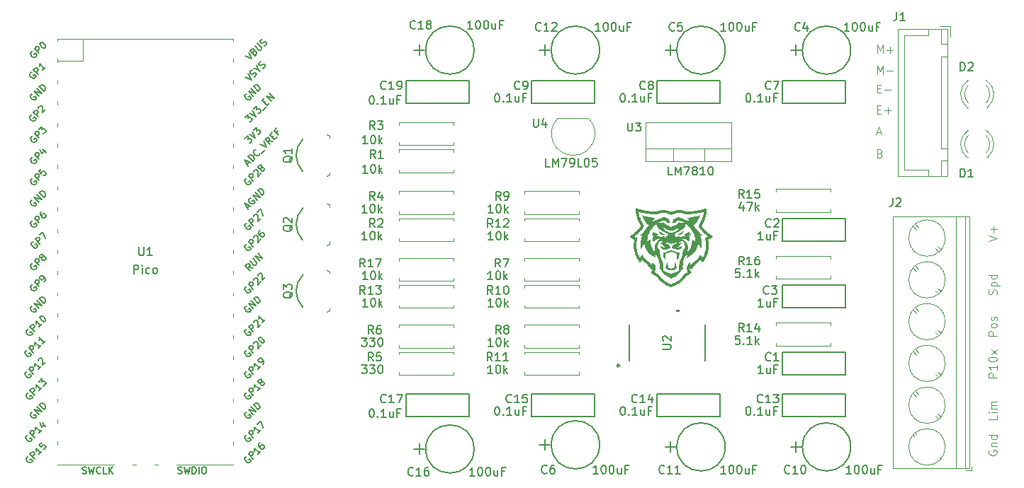
<source format=gto>
%TF.GenerationSoftware,KiCad,Pcbnew,8.0.2*%
%TF.CreationDate,2024-07-03T09:30:11-06:00*%
%TF.ProjectId,MotorInterfacePiPico,4d6f746f-7249-46e7-9465-726661636550,rev?*%
%TF.SameCoordinates,Original*%
%TF.FileFunction,Legend,Top*%
%TF.FilePolarity,Positive*%
%FSLAX46Y46*%
G04 Gerber Fmt 4.6, Leading zero omitted, Abs format (unit mm)*
G04 Created by KiCad (PCBNEW 8.0.2) date 2024-07-03 09:30:11*
%MOMM*%
%LPD*%
G01*
G04 APERTURE LIST*
%ADD10C,0.100000*%
%ADD11C,0.150000*%
%ADD12C,0.000000*%
%ADD13C,0.152400*%
%ADD14C,0.120000*%
G04 APERTURE END LIST*
D10*
X187268170Y-72836704D02*
X187744360Y-72836704D01*
X187172932Y-73122419D02*
X187506265Y-72122419D01*
X187506265Y-72122419D02*
X187839598Y-73122419D01*
X201622419Y-102196115D02*
X200622419Y-102196115D01*
X200622419Y-102196115D02*
X200622419Y-101815163D01*
X200622419Y-101815163D02*
X200670038Y-101719925D01*
X200670038Y-101719925D02*
X200717657Y-101672306D01*
X200717657Y-101672306D02*
X200812895Y-101624687D01*
X200812895Y-101624687D02*
X200955752Y-101624687D01*
X200955752Y-101624687D02*
X201050990Y-101672306D01*
X201050990Y-101672306D02*
X201098609Y-101719925D01*
X201098609Y-101719925D02*
X201146228Y-101815163D01*
X201146228Y-101815163D02*
X201146228Y-102196115D01*
X201622419Y-100672306D02*
X201622419Y-101243734D01*
X201622419Y-100958020D02*
X200622419Y-100958020D01*
X200622419Y-100958020D02*
X200765276Y-101053258D01*
X200765276Y-101053258D02*
X200860514Y-101148496D01*
X200860514Y-101148496D02*
X200908133Y-101243734D01*
X200622419Y-100053258D02*
X200622419Y-99958020D01*
X200622419Y-99958020D02*
X200670038Y-99862782D01*
X200670038Y-99862782D02*
X200717657Y-99815163D01*
X200717657Y-99815163D02*
X200812895Y-99767544D01*
X200812895Y-99767544D02*
X201003371Y-99719925D01*
X201003371Y-99719925D02*
X201241466Y-99719925D01*
X201241466Y-99719925D02*
X201431942Y-99767544D01*
X201431942Y-99767544D02*
X201527180Y-99815163D01*
X201527180Y-99815163D02*
X201574800Y-99862782D01*
X201574800Y-99862782D02*
X201622419Y-99958020D01*
X201622419Y-99958020D02*
X201622419Y-100053258D01*
X201622419Y-100053258D02*
X201574800Y-100148496D01*
X201574800Y-100148496D02*
X201527180Y-100196115D01*
X201527180Y-100196115D02*
X201431942Y-100243734D01*
X201431942Y-100243734D02*
X201241466Y-100291353D01*
X201241466Y-100291353D02*
X201003371Y-100291353D01*
X201003371Y-100291353D02*
X200812895Y-100243734D01*
X200812895Y-100243734D02*
X200717657Y-100196115D01*
X200717657Y-100196115D02*
X200670038Y-100148496D01*
X200670038Y-100148496D02*
X200622419Y-100053258D01*
X201622419Y-99386591D02*
X200955752Y-98862782D01*
X200955752Y-99386591D02*
X201622419Y-98862782D01*
X201574800Y-92243734D02*
X201622419Y-92100877D01*
X201622419Y-92100877D02*
X201622419Y-91862782D01*
X201622419Y-91862782D02*
X201574800Y-91767544D01*
X201574800Y-91767544D02*
X201527180Y-91719925D01*
X201527180Y-91719925D02*
X201431942Y-91672306D01*
X201431942Y-91672306D02*
X201336704Y-91672306D01*
X201336704Y-91672306D02*
X201241466Y-91719925D01*
X201241466Y-91719925D02*
X201193847Y-91767544D01*
X201193847Y-91767544D02*
X201146228Y-91862782D01*
X201146228Y-91862782D02*
X201098609Y-92053258D01*
X201098609Y-92053258D02*
X201050990Y-92148496D01*
X201050990Y-92148496D02*
X201003371Y-92196115D01*
X201003371Y-92196115D02*
X200908133Y-92243734D01*
X200908133Y-92243734D02*
X200812895Y-92243734D01*
X200812895Y-92243734D02*
X200717657Y-92196115D01*
X200717657Y-92196115D02*
X200670038Y-92148496D01*
X200670038Y-92148496D02*
X200622419Y-92053258D01*
X200622419Y-92053258D02*
X200622419Y-91815163D01*
X200622419Y-91815163D02*
X200670038Y-91672306D01*
X200955752Y-91243734D02*
X201955752Y-91243734D01*
X201003371Y-91243734D02*
X200955752Y-91148496D01*
X200955752Y-91148496D02*
X200955752Y-90958020D01*
X200955752Y-90958020D02*
X201003371Y-90862782D01*
X201003371Y-90862782D02*
X201050990Y-90815163D01*
X201050990Y-90815163D02*
X201146228Y-90767544D01*
X201146228Y-90767544D02*
X201431942Y-90767544D01*
X201431942Y-90767544D02*
X201527180Y-90815163D01*
X201527180Y-90815163D02*
X201574800Y-90862782D01*
X201574800Y-90862782D02*
X201622419Y-90958020D01*
X201622419Y-90958020D02*
X201622419Y-91148496D01*
X201622419Y-91148496D02*
X201574800Y-91243734D01*
X201622419Y-89910401D02*
X200622419Y-89910401D01*
X201574800Y-89910401D02*
X201622419Y-90005639D01*
X201622419Y-90005639D02*
X201622419Y-90196115D01*
X201622419Y-90196115D02*
X201574800Y-90291353D01*
X201574800Y-90291353D02*
X201527180Y-90338972D01*
X201527180Y-90338972D02*
X201431942Y-90386591D01*
X201431942Y-90386591D02*
X201146228Y-90386591D01*
X201146228Y-90386591D02*
X201050990Y-90338972D01*
X201050990Y-90338972D02*
X201003371Y-90291353D01*
X201003371Y-90291353D02*
X200955752Y-90196115D01*
X200955752Y-90196115D02*
X200955752Y-90005639D01*
X200955752Y-90005639D02*
X201003371Y-89910401D01*
X201622419Y-106719925D02*
X201622419Y-107196115D01*
X201622419Y-107196115D02*
X200622419Y-107196115D01*
X201622419Y-106386591D02*
X200955752Y-106386591D01*
X200622419Y-106386591D02*
X200670038Y-106434210D01*
X200670038Y-106434210D02*
X200717657Y-106386591D01*
X200717657Y-106386591D02*
X200670038Y-106338972D01*
X200670038Y-106338972D02*
X200622419Y-106386591D01*
X200622419Y-106386591D02*
X200717657Y-106386591D01*
X201622419Y-105910401D02*
X200955752Y-105910401D01*
X201050990Y-105910401D02*
X201003371Y-105862782D01*
X201003371Y-105862782D02*
X200955752Y-105767544D01*
X200955752Y-105767544D02*
X200955752Y-105624687D01*
X200955752Y-105624687D02*
X201003371Y-105529449D01*
X201003371Y-105529449D02*
X201098609Y-105481830D01*
X201098609Y-105481830D02*
X201622419Y-105481830D01*
X201098609Y-105481830D02*
X201003371Y-105434211D01*
X201003371Y-105434211D02*
X200955752Y-105338973D01*
X200955752Y-105338973D02*
X200955752Y-105196116D01*
X200955752Y-105196116D02*
X201003371Y-105100877D01*
X201003371Y-105100877D02*
X201098609Y-105053258D01*
X201098609Y-105053258D02*
X201622419Y-105053258D01*
X187315789Y-65872419D02*
X187315789Y-64872419D01*
X187315789Y-64872419D02*
X187649122Y-65586704D01*
X187649122Y-65586704D02*
X187982455Y-64872419D01*
X187982455Y-64872419D02*
X187982455Y-65872419D01*
X188458646Y-65491466D02*
X189220551Y-65491466D01*
X187315789Y-67598609D02*
X187649122Y-67598609D01*
X187791979Y-68122419D02*
X187315789Y-68122419D01*
X187315789Y-68122419D02*
X187315789Y-67122419D01*
X187315789Y-67122419D02*
X187791979Y-67122419D01*
X188220551Y-67741466D02*
X188982456Y-67741466D01*
X187315789Y-70098609D02*
X187649122Y-70098609D01*
X187791979Y-70622419D02*
X187315789Y-70622419D01*
X187315789Y-70622419D02*
X187315789Y-69622419D01*
X187315789Y-69622419D02*
X187791979Y-69622419D01*
X188220551Y-70241466D02*
X188982456Y-70241466D01*
X188601503Y-70622419D02*
X188601503Y-69860514D01*
X187315789Y-63372419D02*
X187315789Y-62372419D01*
X187315789Y-62372419D02*
X187649122Y-63086704D01*
X187649122Y-63086704D02*
X187982455Y-62372419D01*
X187982455Y-62372419D02*
X187982455Y-63372419D01*
X188458646Y-62991466D02*
X189220551Y-62991466D01*
X188839598Y-63372419D02*
X188839598Y-62610514D01*
X200670038Y-110922306D02*
X200622419Y-111017544D01*
X200622419Y-111017544D02*
X200622419Y-111160401D01*
X200622419Y-111160401D02*
X200670038Y-111303258D01*
X200670038Y-111303258D02*
X200765276Y-111398496D01*
X200765276Y-111398496D02*
X200860514Y-111446115D01*
X200860514Y-111446115D02*
X201050990Y-111493734D01*
X201050990Y-111493734D02*
X201193847Y-111493734D01*
X201193847Y-111493734D02*
X201384323Y-111446115D01*
X201384323Y-111446115D02*
X201479561Y-111398496D01*
X201479561Y-111398496D02*
X201574800Y-111303258D01*
X201574800Y-111303258D02*
X201622419Y-111160401D01*
X201622419Y-111160401D02*
X201622419Y-111065163D01*
X201622419Y-111065163D02*
X201574800Y-110922306D01*
X201574800Y-110922306D02*
X201527180Y-110874687D01*
X201527180Y-110874687D02*
X201193847Y-110874687D01*
X201193847Y-110874687D02*
X201193847Y-111065163D01*
X200955752Y-110446115D02*
X201622419Y-110446115D01*
X201050990Y-110446115D02*
X201003371Y-110398496D01*
X201003371Y-110398496D02*
X200955752Y-110303258D01*
X200955752Y-110303258D02*
X200955752Y-110160401D01*
X200955752Y-110160401D02*
X201003371Y-110065163D01*
X201003371Y-110065163D02*
X201098609Y-110017544D01*
X201098609Y-110017544D02*
X201622419Y-110017544D01*
X201622419Y-109112782D02*
X200622419Y-109112782D01*
X201574800Y-109112782D02*
X201622419Y-109208020D01*
X201622419Y-109208020D02*
X201622419Y-109398496D01*
X201622419Y-109398496D02*
X201574800Y-109493734D01*
X201574800Y-109493734D02*
X201527180Y-109541353D01*
X201527180Y-109541353D02*
X201431942Y-109588972D01*
X201431942Y-109588972D02*
X201146228Y-109588972D01*
X201146228Y-109588972D02*
X201050990Y-109541353D01*
X201050990Y-109541353D02*
X201003371Y-109493734D01*
X201003371Y-109493734D02*
X200955752Y-109398496D01*
X200955752Y-109398496D02*
X200955752Y-109208020D01*
X200955752Y-109208020D02*
X201003371Y-109112782D01*
X201622419Y-97196115D02*
X200622419Y-97196115D01*
X200622419Y-97196115D02*
X200622419Y-96815163D01*
X200622419Y-96815163D02*
X200670038Y-96719925D01*
X200670038Y-96719925D02*
X200717657Y-96672306D01*
X200717657Y-96672306D02*
X200812895Y-96624687D01*
X200812895Y-96624687D02*
X200955752Y-96624687D01*
X200955752Y-96624687D02*
X201050990Y-96672306D01*
X201050990Y-96672306D02*
X201098609Y-96719925D01*
X201098609Y-96719925D02*
X201146228Y-96815163D01*
X201146228Y-96815163D02*
X201146228Y-97196115D01*
X201622419Y-96053258D02*
X201574800Y-96148496D01*
X201574800Y-96148496D02*
X201527180Y-96196115D01*
X201527180Y-96196115D02*
X201431942Y-96243734D01*
X201431942Y-96243734D02*
X201146228Y-96243734D01*
X201146228Y-96243734D02*
X201050990Y-96196115D01*
X201050990Y-96196115D02*
X201003371Y-96148496D01*
X201003371Y-96148496D02*
X200955752Y-96053258D01*
X200955752Y-96053258D02*
X200955752Y-95910401D01*
X200955752Y-95910401D02*
X201003371Y-95815163D01*
X201003371Y-95815163D02*
X201050990Y-95767544D01*
X201050990Y-95767544D02*
X201146228Y-95719925D01*
X201146228Y-95719925D02*
X201431942Y-95719925D01*
X201431942Y-95719925D02*
X201527180Y-95767544D01*
X201527180Y-95767544D02*
X201574800Y-95815163D01*
X201574800Y-95815163D02*
X201622419Y-95910401D01*
X201622419Y-95910401D02*
X201622419Y-96053258D01*
X201574800Y-95338972D02*
X201622419Y-95243734D01*
X201622419Y-95243734D02*
X201622419Y-95053258D01*
X201622419Y-95053258D02*
X201574800Y-94958020D01*
X201574800Y-94958020D02*
X201479561Y-94910401D01*
X201479561Y-94910401D02*
X201431942Y-94910401D01*
X201431942Y-94910401D02*
X201336704Y-94958020D01*
X201336704Y-94958020D02*
X201289085Y-95053258D01*
X201289085Y-95053258D02*
X201289085Y-95196115D01*
X201289085Y-95196115D02*
X201241466Y-95291353D01*
X201241466Y-95291353D02*
X201146228Y-95338972D01*
X201146228Y-95338972D02*
X201098609Y-95338972D01*
X201098609Y-95338972D02*
X201003371Y-95291353D01*
X201003371Y-95291353D02*
X200955752Y-95196115D01*
X200955752Y-95196115D02*
X200955752Y-95053258D01*
X200955752Y-95053258D02*
X201003371Y-94958020D01*
X200622419Y-85838972D02*
X201622419Y-85505639D01*
X201622419Y-85505639D02*
X200622419Y-85172306D01*
X201241466Y-84838972D02*
X201241466Y-84077068D01*
X201622419Y-84458020D02*
X200860514Y-84458020D01*
X187649122Y-75348609D02*
X187791979Y-75396228D01*
X187791979Y-75396228D02*
X187839598Y-75443847D01*
X187839598Y-75443847D02*
X187887217Y-75539085D01*
X187887217Y-75539085D02*
X187887217Y-75681942D01*
X187887217Y-75681942D02*
X187839598Y-75777180D01*
X187839598Y-75777180D02*
X187791979Y-75824800D01*
X187791979Y-75824800D02*
X187696741Y-75872419D01*
X187696741Y-75872419D02*
X187315789Y-75872419D01*
X187315789Y-75872419D02*
X187315789Y-74872419D01*
X187315789Y-74872419D02*
X187649122Y-74872419D01*
X187649122Y-74872419D02*
X187744360Y-74920038D01*
X187744360Y-74920038D02*
X187791979Y-74967657D01*
X187791979Y-74967657D02*
X187839598Y-75062895D01*
X187839598Y-75062895D02*
X187839598Y-75158133D01*
X187839598Y-75158133D02*
X187791979Y-75253371D01*
X187791979Y-75253371D02*
X187744360Y-75300990D01*
X187744360Y-75300990D02*
X187649122Y-75348609D01*
X187649122Y-75348609D02*
X187315789Y-75348609D01*
D11*
X161704819Y-98786904D02*
X162514342Y-98786904D01*
X162514342Y-98786904D02*
X162609580Y-98739285D01*
X162609580Y-98739285D02*
X162657200Y-98691666D01*
X162657200Y-98691666D02*
X162704819Y-98596428D01*
X162704819Y-98596428D02*
X162704819Y-98405952D01*
X162704819Y-98405952D02*
X162657200Y-98310714D01*
X162657200Y-98310714D02*
X162609580Y-98263095D01*
X162609580Y-98263095D02*
X162514342Y-98215476D01*
X162514342Y-98215476D02*
X161704819Y-98215476D01*
X161800057Y-97786904D02*
X161752438Y-97739285D01*
X161752438Y-97739285D02*
X161704819Y-97644047D01*
X161704819Y-97644047D02*
X161704819Y-97405952D01*
X161704819Y-97405952D02*
X161752438Y-97310714D01*
X161752438Y-97310714D02*
X161800057Y-97263095D01*
X161800057Y-97263095D02*
X161895295Y-97215476D01*
X161895295Y-97215476D02*
X161990533Y-97215476D01*
X161990533Y-97215476D02*
X162133390Y-97263095D01*
X162133390Y-97263095D02*
X162704819Y-97834523D01*
X162704819Y-97834523D02*
X162704819Y-97215476D01*
X156193019Y-100742799D02*
X156431114Y-100742799D01*
X156335876Y-100980894D02*
X156431114Y-100742799D01*
X156431114Y-100742799D02*
X156335876Y-100504704D01*
X156621590Y-100885656D02*
X156431114Y-100742799D01*
X156431114Y-100742799D02*
X156621590Y-100599942D01*
X156193019Y-100742799D02*
X156431114Y-100742799D01*
X156335876Y-100980894D02*
X156431114Y-100742799D01*
X156431114Y-100742799D02*
X156335876Y-100504704D01*
X156621590Y-100885656D02*
X156431114Y-100742799D01*
X156431114Y-100742799D02*
X156621590Y-100599942D01*
X99128095Y-86584819D02*
X99128095Y-87394342D01*
X99128095Y-87394342D02*
X99175714Y-87489580D01*
X99175714Y-87489580D02*
X99223333Y-87537200D01*
X99223333Y-87537200D02*
X99318571Y-87584819D01*
X99318571Y-87584819D02*
X99509047Y-87584819D01*
X99509047Y-87584819D02*
X99604285Y-87537200D01*
X99604285Y-87537200D02*
X99651904Y-87489580D01*
X99651904Y-87489580D02*
X99699523Y-87394342D01*
X99699523Y-87394342D02*
X99699523Y-86584819D01*
X100699523Y-87584819D02*
X100128095Y-87584819D01*
X100413809Y-87584819D02*
X100413809Y-86584819D01*
X100413809Y-86584819D02*
X100318571Y-86727676D01*
X100318571Y-86727676D02*
X100223333Y-86822914D01*
X100223333Y-86822914D02*
X100128095Y-86870533D01*
X98509048Y-89743819D02*
X98509048Y-88743819D01*
X98509048Y-88743819D02*
X98890000Y-88743819D01*
X98890000Y-88743819D02*
X98985238Y-88791438D01*
X98985238Y-88791438D02*
X99032857Y-88839057D01*
X99032857Y-88839057D02*
X99080476Y-88934295D01*
X99080476Y-88934295D02*
X99080476Y-89077152D01*
X99080476Y-89077152D02*
X99032857Y-89172390D01*
X99032857Y-89172390D02*
X98985238Y-89220009D01*
X98985238Y-89220009D02*
X98890000Y-89267628D01*
X98890000Y-89267628D02*
X98509048Y-89267628D01*
X99509048Y-89743819D02*
X99509048Y-89077152D01*
X99509048Y-88743819D02*
X99461429Y-88791438D01*
X99461429Y-88791438D02*
X99509048Y-88839057D01*
X99509048Y-88839057D02*
X99556667Y-88791438D01*
X99556667Y-88791438D02*
X99509048Y-88743819D01*
X99509048Y-88743819D02*
X99509048Y-88839057D01*
X100413809Y-89696200D02*
X100318571Y-89743819D01*
X100318571Y-89743819D02*
X100128095Y-89743819D01*
X100128095Y-89743819D02*
X100032857Y-89696200D01*
X100032857Y-89696200D02*
X99985238Y-89648580D01*
X99985238Y-89648580D02*
X99937619Y-89553342D01*
X99937619Y-89553342D02*
X99937619Y-89267628D01*
X99937619Y-89267628D02*
X99985238Y-89172390D01*
X99985238Y-89172390D02*
X100032857Y-89124771D01*
X100032857Y-89124771D02*
X100128095Y-89077152D01*
X100128095Y-89077152D02*
X100318571Y-89077152D01*
X100318571Y-89077152D02*
X100413809Y-89124771D01*
X100985238Y-89743819D02*
X100890000Y-89696200D01*
X100890000Y-89696200D02*
X100842381Y-89648580D01*
X100842381Y-89648580D02*
X100794762Y-89553342D01*
X100794762Y-89553342D02*
X100794762Y-89267628D01*
X100794762Y-89267628D02*
X100842381Y-89172390D01*
X100842381Y-89172390D02*
X100890000Y-89124771D01*
X100890000Y-89124771D02*
X100985238Y-89077152D01*
X100985238Y-89077152D02*
X101128095Y-89077152D01*
X101128095Y-89077152D02*
X101223333Y-89124771D01*
X101223333Y-89124771D02*
X101270952Y-89172390D01*
X101270952Y-89172390D02*
X101318571Y-89267628D01*
X101318571Y-89267628D02*
X101318571Y-89553342D01*
X101318571Y-89553342D02*
X101270952Y-89648580D01*
X101270952Y-89648580D02*
X101223333Y-89696200D01*
X101223333Y-89696200D02*
X101128095Y-89743819D01*
X101128095Y-89743819D02*
X100985238Y-89743819D01*
X103794761Y-113654200D02*
X103909047Y-113692295D01*
X103909047Y-113692295D02*
X104099523Y-113692295D01*
X104099523Y-113692295D02*
X104175714Y-113654200D01*
X104175714Y-113654200D02*
X104213809Y-113616104D01*
X104213809Y-113616104D02*
X104251904Y-113539914D01*
X104251904Y-113539914D02*
X104251904Y-113463723D01*
X104251904Y-113463723D02*
X104213809Y-113387533D01*
X104213809Y-113387533D02*
X104175714Y-113349438D01*
X104175714Y-113349438D02*
X104099523Y-113311342D01*
X104099523Y-113311342D02*
X103947142Y-113273247D01*
X103947142Y-113273247D02*
X103870952Y-113235152D01*
X103870952Y-113235152D02*
X103832857Y-113197057D01*
X103832857Y-113197057D02*
X103794761Y-113120866D01*
X103794761Y-113120866D02*
X103794761Y-113044676D01*
X103794761Y-113044676D02*
X103832857Y-112968485D01*
X103832857Y-112968485D02*
X103870952Y-112930390D01*
X103870952Y-112930390D02*
X103947142Y-112892295D01*
X103947142Y-112892295D02*
X104137619Y-112892295D01*
X104137619Y-112892295D02*
X104251904Y-112930390D01*
X104518571Y-112892295D02*
X104709047Y-113692295D01*
X104709047Y-113692295D02*
X104861428Y-113120866D01*
X104861428Y-113120866D02*
X105013809Y-113692295D01*
X105013809Y-113692295D02*
X105204286Y-112892295D01*
X105509048Y-113692295D02*
X105509048Y-112892295D01*
X105509048Y-112892295D02*
X105699524Y-112892295D01*
X105699524Y-112892295D02*
X105813810Y-112930390D01*
X105813810Y-112930390D02*
X105890000Y-113006580D01*
X105890000Y-113006580D02*
X105928095Y-113082771D01*
X105928095Y-113082771D02*
X105966191Y-113235152D01*
X105966191Y-113235152D02*
X105966191Y-113349438D01*
X105966191Y-113349438D02*
X105928095Y-113501819D01*
X105928095Y-113501819D02*
X105890000Y-113578009D01*
X105890000Y-113578009D02*
X105813810Y-113654200D01*
X105813810Y-113654200D02*
X105699524Y-113692295D01*
X105699524Y-113692295D02*
X105509048Y-113692295D01*
X106309048Y-113692295D02*
X106309048Y-112892295D01*
X106842381Y-112892295D02*
X106994762Y-112892295D01*
X106994762Y-112892295D02*
X107070952Y-112930390D01*
X107070952Y-112930390D02*
X107147143Y-113006580D01*
X107147143Y-113006580D02*
X107185238Y-113158961D01*
X107185238Y-113158961D02*
X107185238Y-113425628D01*
X107185238Y-113425628D02*
X107147143Y-113578009D01*
X107147143Y-113578009D02*
X107070952Y-113654200D01*
X107070952Y-113654200D02*
X106994762Y-113692295D01*
X106994762Y-113692295D02*
X106842381Y-113692295D01*
X106842381Y-113692295D02*
X106766190Y-113654200D01*
X106766190Y-113654200D02*
X106690000Y-113578009D01*
X106690000Y-113578009D02*
X106651904Y-113425628D01*
X106651904Y-113425628D02*
X106651904Y-113158961D01*
X106651904Y-113158961D02*
X106690000Y-113006580D01*
X106690000Y-113006580D02*
X106766190Y-112930390D01*
X106766190Y-112930390D02*
X106842381Y-112892295D01*
X111987998Y-109110868D02*
X111907185Y-109137805D01*
X111907185Y-109137805D02*
X111826373Y-109218618D01*
X111826373Y-109218618D02*
X111772498Y-109326367D01*
X111772498Y-109326367D02*
X111772498Y-109434117D01*
X111772498Y-109434117D02*
X111799436Y-109514929D01*
X111799436Y-109514929D02*
X111880248Y-109649616D01*
X111880248Y-109649616D02*
X111961060Y-109730428D01*
X111961060Y-109730428D02*
X112095747Y-109811241D01*
X112095747Y-109811241D02*
X112176560Y-109838178D01*
X112176560Y-109838178D02*
X112284309Y-109838178D01*
X112284309Y-109838178D02*
X112392059Y-109784303D01*
X112392059Y-109784303D02*
X112445934Y-109730428D01*
X112445934Y-109730428D02*
X112499808Y-109622679D01*
X112499808Y-109622679D02*
X112499808Y-109568804D01*
X112499808Y-109568804D02*
X112311247Y-109380242D01*
X112311247Y-109380242D02*
X112203497Y-109487992D01*
X112796120Y-109380242D02*
X112230434Y-108814557D01*
X112230434Y-108814557D02*
X112445934Y-108599057D01*
X112445934Y-108599057D02*
X112526746Y-108572120D01*
X112526746Y-108572120D02*
X112580621Y-108572120D01*
X112580621Y-108572120D02*
X112661433Y-108599057D01*
X112661433Y-108599057D02*
X112742245Y-108679870D01*
X112742245Y-108679870D02*
X112769182Y-108760682D01*
X112769182Y-108760682D02*
X112769182Y-108814557D01*
X112769182Y-108814557D02*
X112742245Y-108895369D01*
X112742245Y-108895369D02*
X112526746Y-109110868D01*
X113658117Y-108518245D02*
X113334868Y-108841494D01*
X113496492Y-108679870D02*
X112930807Y-108114184D01*
X112930807Y-108114184D02*
X112957744Y-108248871D01*
X112957744Y-108248871D02*
X112957744Y-108356621D01*
X112957744Y-108356621D02*
X112930807Y-108437433D01*
X113280993Y-107763998D02*
X113658117Y-107386874D01*
X113658117Y-107386874D02*
X113981366Y-108194996D01*
X86376435Y-93628431D02*
X86295623Y-93655368D01*
X86295623Y-93655368D02*
X86214811Y-93736180D01*
X86214811Y-93736180D02*
X86160936Y-93843930D01*
X86160936Y-93843930D02*
X86160936Y-93951680D01*
X86160936Y-93951680D02*
X86187873Y-94032492D01*
X86187873Y-94032492D02*
X86268685Y-94167179D01*
X86268685Y-94167179D02*
X86349498Y-94247991D01*
X86349498Y-94247991D02*
X86484185Y-94328803D01*
X86484185Y-94328803D02*
X86564997Y-94355741D01*
X86564997Y-94355741D02*
X86672746Y-94355741D01*
X86672746Y-94355741D02*
X86780496Y-94301866D01*
X86780496Y-94301866D02*
X86834371Y-94247991D01*
X86834371Y-94247991D02*
X86888246Y-94140241D01*
X86888246Y-94140241D02*
X86888246Y-94086367D01*
X86888246Y-94086367D02*
X86699684Y-93897805D01*
X86699684Y-93897805D02*
X86591934Y-94005554D01*
X87184557Y-93897805D02*
X86618872Y-93332119D01*
X86618872Y-93332119D02*
X87507806Y-93574556D01*
X87507806Y-93574556D02*
X86942120Y-93008871D01*
X87777180Y-93305182D02*
X87211494Y-92739497D01*
X87211494Y-92739497D02*
X87346181Y-92604810D01*
X87346181Y-92604810D02*
X87453931Y-92550935D01*
X87453931Y-92550935D02*
X87561680Y-92550935D01*
X87561680Y-92550935D02*
X87642493Y-92577872D01*
X87642493Y-92577872D02*
X87777180Y-92658685D01*
X87777180Y-92658685D02*
X87857992Y-92739497D01*
X87857992Y-92739497D02*
X87938804Y-92874184D01*
X87938804Y-92874184D02*
X87965741Y-92954996D01*
X87965741Y-92954996D02*
X87965741Y-93062746D01*
X87965741Y-93062746D02*
X87911867Y-93170495D01*
X87911867Y-93170495D02*
X87777180Y-93305182D01*
X85879998Y-111650868D02*
X85799185Y-111677805D01*
X85799185Y-111677805D02*
X85718373Y-111758618D01*
X85718373Y-111758618D02*
X85664498Y-111866367D01*
X85664498Y-111866367D02*
X85664498Y-111974117D01*
X85664498Y-111974117D02*
X85691436Y-112054929D01*
X85691436Y-112054929D02*
X85772248Y-112189616D01*
X85772248Y-112189616D02*
X85853060Y-112270428D01*
X85853060Y-112270428D02*
X85987747Y-112351241D01*
X85987747Y-112351241D02*
X86068560Y-112378178D01*
X86068560Y-112378178D02*
X86176309Y-112378178D01*
X86176309Y-112378178D02*
X86284059Y-112324303D01*
X86284059Y-112324303D02*
X86337934Y-112270428D01*
X86337934Y-112270428D02*
X86391808Y-112162679D01*
X86391808Y-112162679D02*
X86391808Y-112108804D01*
X86391808Y-112108804D02*
X86203247Y-111920242D01*
X86203247Y-111920242D02*
X86095497Y-112027992D01*
X86688120Y-111920242D02*
X86122434Y-111354557D01*
X86122434Y-111354557D02*
X86337934Y-111139057D01*
X86337934Y-111139057D02*
X86418746Y-111112120D01*
X86418746Y-111112120D02*
X86472621Y-111112120D01*
X86472621Y-111112120D02*
X86553433Y-111139057D01*
X86553433Y-111139057D02*
X86634245Y-111219870D01*
X86634245Y-111219870D02*
X86661182Y-111300682D01*
X86661182Y-111300682D02*
X86661182Y-111354557D01*
X86661182Y-111354557D02*
X86634245Y-111435369D01*
X86634245Y-111435369D02*
X86418746Y-111650868D01*
X87550117Y-111058245D02*
X87226868Y-111381494D01*
X87388492Y-111219870D02*
X86822807Y-110654184D01*
X86822807Y-110654184D02*
X86849744Y-110788871D01*
X86849744Y-110788871D02*
X86849744Y-110896621D01*
X86849744Y-110896621D02*
X86822807Y-110977433D01*
X87496242Y-109980749D02*
X87226868Y-110250123D01*
X87226868Y-110250123D02*
X87469305Y-110546434D01*
X87469305Y-110546434D02*
X87469305Y-110492560D01*
X87469305Y-110492560D02*
X87496242Y-110411747D01*
X87496242Y-110411747D02*
X87630929Y-110277060D01*
X87630929Y-110277060D02*
X87711741Y-110250123D01*
X87711741Y-110250123D02*
X87765616Y-110250123D01*
X87765616Y-110250123D02*
X87846428Y-110277060D01*
X87846428Y-110277060D02*
X87981115Y-110411747D01*
X87981115Y-110411747D02*
X88008053Y-110492560D01*
X88008053Y-110492560D02*
X88008053Y-110546434D01*
X88008053Y-110546434D02*
X87981115Y-110627247D01*
X87981115Y-110627247D02*
X87846428Y-110761934D01*
X87846428Y-110761934D02*
X87765616Y-110788871D01*
X87765616Y-110788871D02*
X87711741Y-110788871D01*
X111987998Y-78376868D02*
X111907185Y-78403805D01*
X111907185Y-78403805D02*
X111826373Y-78484618D01*
X111826373Y-78484618D02*
X111772498Y-78592367D01*
X111772498Y-78592367D02*
X111772498Y-78700117D01*
X111772498Y-78700117D02*
X111799436Y-78780929D01*
X111799436Y-78780929D02*
X111880248Y-78915616D01*
X111880248Y-78915616D02*
X111961060Y-78996428D01*
X111961060Y-78996428D02*
X112095747Y-79077241D01*
X112095747Y-79077241D02*
X112176560Y-79104178D01*
X112176560Y-79104178D02*
X112284309Y-79104178D01*
X112284309Y-79104178D02*
X112392059Y-79050303D01*
X112392059Y-79050303D02*
X112445934Y-78996428D01*
X112445934Y-78996428D02*
X112499808Y-78888679D01*
X112499808Y-78888679D02*
X112499808Y-78834804D01*
X112499808Y-78834804D02*
X112311247Y-78646242D01*
X112311247Y-78646242D02*
X112203497Y-78753992D01*
X112796120Y-78646242D02*
X112230434Y-78080557D01*
X112230434Y-78080557D02*
X112445934Y-77865057D01*
X112445934Y-77865057D02*
X112526746Y-77838120D01*
X112526746Y-77838120D02*
X112580621Y-77838120D01*
X112580621Y-77838120D02*
X112661433Y-77865057D01*
X112661433Y-77865057D02*
X112742245Y-77945870D01*
X112742245Y-77945870D02*
X112769182Y-78026682D01*
X112769182Y-78026682D02*
X112769182Y-78080557D01*
X112769182Y-78080557D02*
X112742245Y-78161369D01*
X112742245Y-78161369D02*
X112526746Y-78376868D01*
X112823057Y-77595683D02*
X112823057Y-77541809D01*
X112823057Y-77541809D02*
X112849995Y-77460996D01*
X112849995Y-77460996D02*
X112984682Y-77326309D01*
X112984682Y-77326309D02*
X113065494Y-77299372D01*
X113065494Y-77299372D02*
X113119369Y-77299372D01*
X113119369Y-77299372D02*
X113200181Y-77326309D01*
X113200181Y-77326309D02*
X113254056Y-77380184D01*
X113254056Y-77380184D02*
X113307930Y-77487934D01*
X113307930Y-77487934D02*
X113307930Y-78134431D01*
X113307930Y-78134431D02*
X113658117Y-77784245D01*
X113658117Y-77137747D02*
X113577305Y-77164685D01*
X113577305Y-77164685D02*
X113523430Y-77164685D01*
X113523430Y-77164685D02*
X113442618Y-77137747D01*
X113442618Y-77137747D02*
X113415680Y-77110810D01*
X113415680Y-77110810D02*
X113388743Y-77029998D01*
X113388743Y-77029998D02*
X113388743Y-76976123D01*
X113388743Y-76976123D02*
X113415680Y-76895311D01*
X113415680Y-76895311D02*
X113523430Y-76787561D01*
X113523430Y-76787561D02*
X113604242Y-76760624D01*
X113604242Y-76760624D02*
X113658117Y-76760624D01*
X113658117Y-76760624D02*
X113738929Y-76787561D01*
X113738929Y-76787561D02*
X113765866Y-76814499D01*
X113765866Y-76814499D02*
X113792804Y-76895311D01*
X113792804Y-76895311D02*
X113792804Y-76949186D01*
X113792804Y-76949186D02*
X113765866Y-77029998D01*
X113765866Y-77029998D02*
X113658117Y-77137747D01*
X113658117Y-77137747D02*
X113631179Y-77218560D01*
X113631179Y-77218560D02*
X113631179Y-77272434D01*
X113631179Y-77272434D02*
X113658117Y-77353247D01*
X113658117Y-77353247D02*
X113765866Y-77460996D01*
X113765866Y-77460996D02*
X113846679Y-77487934D01*
X113846679Y-77487934D02*
X113900553Y-77487934D01*
X113900553Y-77487934D02*
X113981366Y-77460996D01*
X113981366Y-77460996D02*
X114089115Y-77353247D01*
X114089115Y-77353247D02*
X114116053Y-77272434D01*
X114116053Y-77272434D02*
X114116053Y-77218560D01*
X114116053Y-77218560D02*
X114089115Y-77137747D01*
X114089115Y-77137747D02*
X113981366Y-77029998D01*
X113981366Y-77029998D02*
X113900553Y-77003060D01*
X113900553Y-77003060D02*
X113846679Y-77003060D01*
X113846679Y-77003060D02*
X113765866Y-77029998D01*
X111976435Y-106328431D02*
X111895623Y-106355368D01*
X111895623Y-106355368D02*
X111814811Y-106436180D01*
X111814811Y-106436180D02*
X111760936Y-106543930D01*
X111760936Y-106543930D02*
X111760936Y-106651680D01*
X111760936Y-106651680D02*
X111787873Y-106732492D01*
X111787873Y-106732492D02*
X111868685Y-106867179D01*
X111868685Y-106867179D02*
X111949498Y-106947991D01*
X111949498Y-106947991D02*
X112084185Y-107028803D01*
X112084185Y-107028803D02*
X112164997Y-107055741D01*
X112164997Y-107055741D02*
X112272746Y-107055741D01*
X112272746Y-107055741D02*
X112380496Y-107001866D01*
X112380496Y-107001866D02*
X112434371Y-106947991D01*
X112434371Y-106947991D02*
X112488246Y-106840241D01*
X112488246Y-106840241D02*
X112488246Y-106786367D01*
X112488246Y-106786367D02*
X112299684Y-106597805D01*
X112299684Y-106597805D02*
X112191934Y-106705554D01*
X112784557Y-106597805D02*
X112218872Y-106032119D01*
X112218872Y-106032119D02*
X113107806Y-106274556D01*
X113107806Y-106274556D02*
X112542120Y-105708871D01*
X113377180Y-106005182D02*
X112811494Y-105439497D01*
X112811494Y-105439497D02*
X112946181Y-105304810D01*
X112946181Y-105304810D02*
X113053931Y-105250935D01*
X113053931Y-105250935D02*
X113161680Y-105250935D01*
X113161680Y-105250935D02*
X113242493Y-105277872D01*
X113242493Y-105277872D02*
X113377180Y-105358685D01*
X113377180Y-105358685D02*
X113457992Y-105439497D01*
X113457992Y-105439497D02*
X113538804Y-105574184D01*
X113538804Y-105574184D02*
X113565741Y-105654996D01*
X113565741Y-105654996D02*
X113565741Y-105762746D01*
X113565741Y-105762746D02*
X113511867Y-105870495D01*
X113511867Y-105870495D02*
X113377180Y-106005182D01*
X111976435Y-93628431D02*
X111895623Y-93655368D01*
X111895623Y-93655368D02*
X111814811Y-93736180D01*
X111814811Y-93736180D02*
X111760936Y-93843930D01*
X111760936Y-93843930D02*
X111760936Y-93951680D01*
X111760936Y-93951680D02*
X111787873Y-94032492D01*
X111787873Y-94032492D02*
X111868685Y-94167179D01*
X111868685Y-94167179D02*
X111949498Y-94247991D01*
X111949498Y-94247991D02*
X112084185Y-94328803D01*
X112084185Y-94328803D02*
X112164997Y-94355741D01*
X112164997Y-94355741D02*
X112272746Y-94355741D01*
X112272746Y-94355741D02*
X112380496Y-94301866D01*
X112380496Y-94301866D02*
X112434371Y-94247991D01*
X112434371Y-94247991D02*
X112488246Y-94140241D01*
X112488246Y-94140241D02*
X112488246Y-94086367D01*
X112488246Y-94086367D02*
X112299684Y-93897805D01*
X112299684Y-93897805D02*
X112191934Y-94005554D01*
X112784557Y-93897805D02*
X112218872Y-93332119D01*
X112218872Y-93332119D02*
X113107806Y-93574556D01*
X113107806Y-93574556D02*
X112542120Y-93008871D01*
X113377180Y-93305182D02*
X112811494Y-92739497D01*
X112811494Y-92739497D02*
X112946181Y-92604810D01*
X112946181Y-92604810D02*
X113053931Y-92550935D01*
X113053931Y-92550935D02*
X113161680Y-92550935D01*
X113161680Y-92550935D02*
X113242493Y-92577872D01*
X113242493Y-92577872D02*
X113377180Y-92658685D01*
X113377180Y-92658685D02*
X113457992Y-92739497D01*
X113457992Y-92739497D02*
X113538804Y-92874184D01*
X113538804Y-92874184D02*
X113565741Y-92954996D01*
X113565741Y-92954996D02*
X113565741Y-93062746D01*
X113565741Y-93062746D02*
X113511867Y-93170495D01*
X113511867Y-93170495D02*
X113377180Y-93305182D01*
X86403372Y-83441494D02*
X86322560Y-83468431D01*
X86322560Y-83468431D02*
X86241748Y-83549243D01*
X86241748Y-83549243D02*
X86187873Y-83656993D01*
X86187873Y-83656993D02*
X86187873Y-83764742D01*
X86187873Y-83764742D02*
X86214810Y-83845555D01*
X86214810Y-83845555D02*
X86295623Y-83980242D01*
X86295623Y-83980242D02*
X86376435Y-84061054D01*
X86376435Y-84061054D02*
X86511122Y-84141866D01*
X86511122Y-84141866D02*
X86591934Y-84168803D01*
X86591934Y-84168803D02*
X86699684Y-84168803D01*
X86699684Y-84168803D02*
X86807433Y-84114929D01*
X86807433Y-84114929D02*
X86861308Y-84061054D01*
X86861308Y-84061054D02*
X86915183Y-83953304D01*
X86915183Y-83953304D02*
X86915183Y-83899429D01*
X86915183Y-83899429D02*
X86726621Y-83710868D01*
X86726621Y-83710868D02*
X86618871Y-83818617D01*
X87211494Y-83710868D02*
X86645809Y-83145182D01*
X86645809Y-83145182D02*
X86861308Y-82929683D01*
X86861308Y-82929683D02*
X86942120Y-82902746D01*
X86942120Y-82902746D02*
X86995995Y-82902746D01*
X86995995Y-82902746D02*
X87076807Y-82929683D01*
X87076807Y-82929683D02*
X87157619Y-83010495D01*
X87157619Y-83010495D02*
X87184557Y-83091307D01*
X87184557Y-83091307D02*
X87184557Y-83145182D01*
X87184557Y-83145182D02*
X87157619Y-83225994D01*
X87157619Y-83225994D02*
X86942120Y-83441494D01*
X87453931Y-82337060D02*
X87346181Y-82444810D01*
X87346181Y-82444810D02*
X87319244Y-82525622D01*
X87319244Y-82525622D02*
X87319244Y-82579497D01*
X87319244Y-82579497D02*
X87346181Y-82714184D01*
X87346181Y-82714184D02*
X87426993Y-82848871D01*
X87426993Y-82848871D02*
X87642493Y-83064370D01*
X87642493Y-83064370D02*
X87723305Y-83091307D01*
X87723305Y-83091307D02*
X87777180Y-83091307D01*
X87777180Y-83091307D02*
X87857992Y-83064370D01*
X87857992Y-83064370D02*
X87965741Y-82956620D01*
X87965741Y-82956620D02*
X87992679Y-82875808D01*
X87992679Y-82875808D02*
X87992679Y-82821933D01*
X87992679Y-82821933D02*
X87965741Y-82741121D01*
X87965741Y-82741121D02*
X87831054Y-82606434D01*
X87831054Y-82606434D02*
X87750242Y-82579497D01*
X87750242Y-82579497D02*
X87696367Y-82579497D01*
X87696367Y-82579497D02*
X87615555Y-82606434D01*
X87615555Y-82606434D02*
X87507806Y-82714184D01*
X87507806Y-82714184D02*
X87480868Y-82794996D01*
X87480868Y-82794996D02*
X87480868Y-82848871D01*
X87480868Y-82848871D02*
X87507806Y-82929683D01*
X111810749Y-66200242D02*
X112564996Y-66577366D01*
X112564996Y-66577366D02*
X112187873Y-65823118D01*
X112888245Y-66200242D02*
X112995995Y-66146367D01*
X112995995Y-66146367D02*
X113130682Y-66011680D01*
X113130682Y-66011680D02*
X113157619Y-65930868D01*
X113157619Y-65930868D02*
X113157619Y-65876993D01*
X113157619Y-65876993D02*
X113130682Y-65796181D01*
X113130682Y-65796181D02*
X113076807Y-65742306D01*
X113076807Y-65742306D02*
X112995995Y-65715369D01*
X112995995Y-65715369D02*
X112942120Y-65715369D01*
X112942120Y-65715369D02*
X112861308Y-65742306D01*
X112861308Y-65742306D02*
X112726621Y-65823118D01*
X112726621Y-65823118D02*
X112645808Y-65850056D01*
X112645808Y-65850056D02*
X112591934Y-65850056D01*
X112591934Y-65850056D02*
X112511121Y-65823118D01*
X112511121Y-65823118D02*
X112457247Y-65769244D01*
X112457247Y-65769244D02*
X112430309Y-65688431D01*
X112430309Y-65688431D02*
X112430309Y-65634557D01*
X112430309Y-65634557D02*
X112457247Y-65553744D01*
X112457247Y-65553744D02*
X112591934Y-65419057D01*
X112591934Y-65419057D02*
X112699683Y-65365183D01*
X113319244Y-65284370D02*
X113588618Y-65553744D01*
X112834370Y-65176621D02*
X113319244Y-65284370D01*
X113319244Y-65284370D02*
X113211494Y-64799497D01*
X113911866Y-65176621D02*
X114019616Y-65122746D01*
X114019616Y-65122746D02*
X114154303Y-64988059D01*
X114154303Y-64988059D02*
X114181240Y-64907247D01*
X114181240Y-64907247D02*
X114181240Y-64853372D01*
X114181240Y-64853372D02*
X114154303Y-64772560D01*
X114154303Y-64772560D02*
X114100428Y-64718685D01*
X114100428Y-64718685D02*
X114019616Y-64691748D01*
X114019616Y-64691748D02*
X113965741Y-64691748D01*
X113965741Y-64691748D02*
X113884929Y-64718685D01*
X113884929Y-64718685D02*
X113750242Y-64799497D01*
X113750242Y-64799497D02*
X113669430Y-64826435D01*
X113669430Y-64826435D02*
X113615555Y-64826435D01*
X113615555Y-64826435D02*
X113534743Y-64799497D01*
X113534743Y-64799497D02*
X113480868Y-64745622D01*
X113480868Y-64745622D02*
X113453930Y-64664810D01*
X113453930Y-64664810D02*
X113453930Y-64610935D01*
X113453930Y-64610935D02*
X113480868Y-64530123D01*
X113480868Y-64530123D02*
X113615555Y-64395436D01*
X113615555Y-64395436D02*
X113723304Y-64341561D01*
X86403372Y-78361494D02*
X86322560Y-78388431D01*
X86322560Y-78388431D02*
X86241748Y-78469243D01*
X86241748Y-78469243D02*
X86187873Y-78576993D01*
X86187873Y-78576993D02*
X86187873Y-78684742D01*
X86187873Y-78684742D02*
X86214810Y-78765555D01*
X86214810Y-78765555D02*
X86295623Y-78900242D01*
X86295623Y-78900242D02*
X86376435Y-78981054D01*
X86376435Y-78981054D02*
X86511122Y-79061866D01*
X86511122Y-79061866D02*
X86591934Y-79088803D01*
X86591934Y-79088803D02*
X86699684Y-79088803D01*
X86699684Y-79088803D02*
X86807433Y-79034929D01*
X86807433Y-79034929D02*
X86861308Y-78981054D01*
X86861308Y-78981054D02*
X86915183Y-78873304D01*
X86915183Y-78873304D02*
X86915183Y-78819429D01*
X86915183Y-78819429D02*
X86726621Y-78630868D01*
X86726621Y-78630868D02*
X86618871Y-78738617D01*
X87211494Y-78630868D02*
X86645809Y-78065182D01*
X86645809Y-78065182D02*
X86861308Y-77849683D01*
X86861308Y-77849683D02*
X86942120Y-77822746D01*
X86942120Y-77822746D02*
X86995995Y-77822746D01*
X86995995Y-77822746D02*
X87076807Y-77849683D01*
X87076807Y-77849683D02*
X87157619Y-77930495D01*
X87157619Y-77930495D02*
X87184557Y-78011307D01*
X87184557Y-78011307D02*
X87184557Y-78065182D01*
X87184557Y-78065182D02*
X87157619Y-78145994D01*
X87157619Y-78145994D02*
X86942120Y-78361494D01*
X87480868Y-77230123D02*
X87211494Y-77499497D01*
X87211494Y-77499497D02*
X87453931Y-77795808D01*
X87453931Y-77795808D02*
X87453931Y-77741933D01*
X87453931Y-77741933D02*
X87480868Y-77661121D01*
X87480868Y-77661121D02*
X87615555Y-77526434D01*
X87615555Y-77526434D02*
X87696367Y-77499497D01*
X87696367Y-77499497D02*
X87750242Y-77499497D01*
X87750242Y-77499497D02*
X87831054Y-77526434D01*
X87831054Y-77526434D02*
X87965741Y-77661121D01*
X87965741Y-77661121D02*
X87992679Y-77741933D01*
X87992679Y-77741933D02*
X87992679Y-77795808D01*
X87992679Y-77795808D02*
X87965741Y-77876620D01*
X87965741Y-77876620D02*
X87831054Y-78011307D01*
X87831054Y-78011307D02*
X87750242Y-78038245D01*
X87750242Y-78038245D02*
X87696367Y-78038245D01*
X86303372Y-65651494D02*
X86222560Y-65678431D01*
X86222560Y-65678431D02*
X86141748Y-65759243D01*
X86141748Y-65759243D02*
X86087873Y-65866993D01*
X86087873Y-65866993D02*
X86087873Y-65974742D01*
X86087873Y-65974742D02*
X86114810Y-66055555D01*
X86114810Y-66055555D02*
X86195623Y-66190242D01*
X86195623Y-66190242D02*
X86276435Y-66271054D01*
X86276435Y-66271054D02*
X86411122Y-66351866D01*
X86411122Y-66351866D02*
X86491934Y-66378803D01*
X86491934Y-66378803D02*
X86599684Y-66378803D01*
X86599684Y-66378803D02*
X86707433Y-66324929D01*
X86707433Y-66324929D02*
X86761308Y-66271054D01*
X86761308Y-66271054D02*
X86815183Y-66163304D01*
X86815183Y-66163304D02*
X86815183Y-66109429D01*
X86815183Y-66109429D02*
X86626621Y-65920868D01*
X86626621Y-65920868D02*
X86518871Y-66028617D01*
X87111494Y-65920868D02*
X86545809Y-65355182D01*
X86545809Y-65355182D02*
X86761308Y-65139683D01*
X86761308Y-65139683D02*
X86842120Y-65112746D01*
X86842120Y-65112746D02*
X86895995Y-65112746D01*
X86895995Y-65112746D02*
X86976807Y-65139683D01*
X86976807Y-65139683D02*
X87057619Y-65220495D01*
X87057619Y-65220495D02*
X87084557Y-65301307D01*
X87084557Y-65301307D02*
X87084557Y-65355182D01*
X87084557Y-65355182D02*
X87057619Y-65435994D01*
X87057619Y-65435994D02*
X86842120Y-65651494D01*
X87973491Y-65058871D02*
X87650242Y-65382120D01*
X87811867Y-65220495D02*
X87246181Y-64654810D01*
X87246181Y-64654810D02*
X87273119Y-64789497D01*
X87273119Y-64789497D02*
X87273119Y-64897246D01*
X87273119Y-64897246D02*
X87246181Y-64978059D01*
X85733998Y-101490868D02*
X85653185Y-101517805D01*
X85653185Y-101517805D02*
X85572373Y-101598618D01*
X85572373Y-101598618D02*
X85518498Y-101706367D01*
X85518498Y-101706367D02*
X85518498Y-101814117D01*
X85518498Y-101814117D02*
X85545436Y-101894929D01*
X85545436Y-101894929D02*
X85626248Y-102029616D01*
X85626248Y-102029616D02*
X85707060Y-102110428D01*
X85707060Y-102110428D02*
X85841747Y-102191241D01*
X85841747Y-102191241D02*
X85922560Y-102218178D01*
X85922560Y-102218178D02*
X86030309Y-102218178D01*
X86030309Y-102218178D02*
X86138059Y-102164303D01*
X86138059Y-102164303D02*
X86191934Y-102110428D01*
X86191934Y-102110428D02*
X86245808Y-102002679D01*
X86245808Y-102002679D02*
X86245808Y-101948804D01*
X86245808Y-101948804D02*
X86057247Y-101760242D01*
X86057247Y-101760242D02*
X85949497Y-101867992D01*
X86542120Y-101760242D02*
X85976434Y-101194557D01*
X85976434Y-101194557D02*
X86191934Y-100979057D01*
X86191934Y-100979057D02*
X86272746Y-100952120D01*
X86272746Y-100952120D02*
X86326621Y-100952120D01*
X86326621Y-100952120D02*
X86407433Y-100979057D01*
X86407433Y-100979057D02*
X86488245Y-101059870D01*
X86488245Y-101059870D02*
X86515182Y-101140682D01*
X86515182Y-101140682D02*
X86515182Y-101194557D01*
X86515182Y-101194557D02*
X86488245Y-101275369D01*
X86488245Y-101275369D02*
X86272746Y-101490868D01*
X87404117Y-100898245D02*
X87080868Y-101221494D01*
X87242492Y-101059870D02*
X86676807Y-100494184D01*
X86676807Y-100494184D02*
X86703744Y-100628871D01*
X86703744Y-100628871D02*
X86703744Y-100736621D01*
X86703744Y-100736621D02*
X86676807Y-100817433D01*
X87107805Y-100170935D02*
X87107805Y-100117060D01*
X87107805Y-100117060D02*
X87134743Y-100036248D01*
X87134743Y-100036248D02*
X87269430Y-99901561D01*
X87269430Y-99901561D02*
X87350242Y-99874624D01*
X87350242Y-99874624D02*
X87404117Y-99874624D01*
X87404117Y-99874624D02*
X87484929Y-99901561D01*
X87484929Y-99901561D02*
X87538804Y-99955436D01*
X87538804Y-99955436D02*
X87592679Y-100063186D01*
X87592679Y-100063186D02*
X87592679Y-100709683D01*
X87592679Y-100709683D02*
X87942865Y-100359497D01*
X86403372Y-73281494D02*
X86322560Y-73308431D01*
X86322560Y-73308431D02*
X86241748Y-73389243D01*
X86241748Y-73389243D02*
X86187873Y-73496993D01*
X86187873Y-73496993D02*
X86187873Y-73604742D01*
X86187873Y-73604742D02*
X86214810Y-73685555D01*
X86214810Y-73685555D02*
X86295623Y-73820242D01*
X86295623Y-73820242D02*
X86376435Y-73901054D01*
X86376435Y-73901054D02*
X86511122Y-73981866D01*
X86511122Y-73981866D02*
X86591934Y-74008803D01*
X86591934Y-74008803D02*
X86699684Y-74008803D01*
X86699684Y-74008803D02*
X86807433Y-73954929D01*
X86807433Y-73954929D02*
X86861308Y-73901054D01*
X86861308Y-73901054D02*
X86915183Y-73793304D01*
X86915183Y-73793304D02*
X86915183Y-73739429D01*
X86915183Y-73739429D02*
X86726621Y-73550868D01*
X86726621Y-73550868D02*
X86618871Y-73658617D01*
X87211494Y-73550868D02*
X86645809Y-72985182D01*
X86645809Y-72985182D02*
X86861308Y-72769683D01*
X86861308Y-72769683D02*
X86942120Y-72742746D01*
X86942120Y-72742746D02*
X86995995Y-72742746D01*
X86995995Y-72742746D02*
X87076807Y-72769683D01*
X87076807Y-72769683D02*
X87157619Y-72850495D01*
X87157619Y-72850495D02*
X87184557Y-72931307D01*
X87184557Y-72931307D02*
X87184557Y-72985182D01*
X87184557Y-72985182D02*
X87157619Y-73065994D01*
X87157619Y-73065994D02*
X86942120Y-73281494D01*
X87157619Y-72473372D02*
X87507806Y-72123185D01*
X87507806Y-72123185D02*
X87534743Y-72527246D01*
X87534743Y-72527246D02*
X87615555Y-72446434D01*
X87615555Y-72446434D02*
X87696367Y-72419497D01*
X87696367Y-72419497D02*
X87750242Y-72419497D01*
X87750242Y-72419497D02*
X87831054Y-72446434D01*
X87831054Y-72446434D02*
X87965741Y-72581121D01*
X87965741Y-72581121D02*
X87992679Y-72661933D01*
X87992679Y-72661933D02*
X87992679Y-72715808D01*
X87992679Y-72715808D02*
X87965741Y-72796620D01*
X87965741Y-72796620D02*
X87804117Y-72958245D01*
X87804117Y-72958245D02*
X87723305Y-72985182D01*
X87723305Y-72985182D02*
X87669430Y-72985182D01*
X111987998Y-104030868D02*
X111907185Y-104057805D01*
X111907185Y-104057805D02*
X111826373Y-104138618D01*
X111826373Y-104138618D02*
X111772498Y-104246367D01*
X111772498Y-104246367D02*
X111772498Y-104354117D01*
X111772498Y-104354117D02*
X111799436Y-104434929D01*
X111799436Y-104434929D02*
X111880248Y-104569616D01*
X111880248Y-104569616D02*
X111961060Y-104650428D01*
X111961060Y-104650428D02*
X112095747Y-104731241D01*
X112095747Y-104731241D02*
X112176560Y-104758178D01*
X112176560Y-104758178D02*
X112284309Y-104758178D01*
X112284309Y-104758178D02*
X112392059Y-104704303D01*
X112392059Y-104704303D02*
X112445934Y-104650428D01*
X112445934Y-104650428D02*
X112499808Y-104542679D01*
X112499808Y-104542679D02*
X112499808Y-104488804D01*
X112499808Y-104488804D02*
X112311247Y-104300242D01*
X112311247Y-104300242D02*
X112203497Y-104407992D01*
X112796120Y-104300242D02*
X112230434Y-103734557D01*
X112230434Y-103734557D02*
X112445934Y-103519057D01*
X112445934Y-103519057D02*
X112526746Y-103492120D01*
X112526746Y-103492120D02*
X112580621Y-103492120D01*
X112580621Y-103492120D02*
X112661433Y-103519057D01*
X112661433Y-103519057D02*
X112742245Y-103599870D01*
X112742245Y-103599870D02*
X112769182Y-103680682D01*
X112769182Y-103680682D02*
X112769182Y-103734557D01*
X112769182Y-103734557D02*
X112742245Y-103815369D01*
X112742245Y-103815369D02*
X112526746Y-104030868D01*
X113658117Y-103438245D02*
X113334868Y-103761494D01*
X113496492Y-103599870D02*
X112930807Y-103034184D01*
X112930807Y-103034184D02*
X112957744Y-103168871D01*
X112957744Y-103168871D02*
X112957744Y-103276621D01*
X112957744Y-103276621D02*
X112930807Y-103357433D01*
X113658117Y-102791747D02*
X113577305Y-102818685D01*
X113577305Y-102818685D02*
X113523430Y-102818685D01*
X113523430Y-102818685D02*
X113442618Y-102791747D01*
X113442618Y-102791747D02*
X113415680Y-102764810D01*
X113415680Y-102764810D02*
X113388743Y-102683998D01*
X113388743Y-102683998D02*
X113388743Y-102630123D01*
X113388743Y-102630123D02*
X113415680Y-102549311D01*
X113415680Y-102549311D02*
X113523430Y-102441561D01*
X113523430Y-102441561D02*
X113604242Y-102414624D01*
X113604242Y-102414624D02*
X113658117Y-102414624D01*
X113658117Y-102414624D02*
X113738929Y-102441561D01*
X113738929Y-102441561D02*
X113765866Y-102468499D01*
X113765866Y-102468499D02*
X113792804Y-102549311D01*
X113792804Y-102549311D02*
X113792804Y-102603186D01*
X113792804Y-102603186D02*
X113765866Y-102683998D01*
X113765866Y-102683998D02*
X113658117Y-102791747D01*
X113658117Y-102791747D02*
X113631179Y-102872560D01*
X113631179Y-102872560D02*
X113631179Y-102926434D01*
X113631179Y-102926434D02*
X113658117Y-103007247D01*
X113658117Y-103007247D02*
X113765866Y-103114996D01*
X113765866Y-103114996D02*
X113846679Y-103141934D01*
X113846679Y-103141934D02*
X113900553Y-103141934D01*
X113900553Y-103141934D02*
X113981366Y-103114996D01*
X113981366Y-103114996D02*
X114089115Y-103007247D01*
X114089115Y-103007247D02*
X114116053Y-102926434D01*
X114116053Y-102926434D02*
X114116053Y-102872560D01*
X114116053Y-102872560D02*
X114089115Y-102791747D01*
X114089115Y-102791747D02*
X113981366Y-102683998D01*
X113981366Y-102683998D02*
X113900553Y-102657060D01*
X113900553Y-102657060D02*
X113846679Y-102657060D01*
X113846679Y-102657060D02*
X113765866Y-102683998D01*
X85833998Y-109110868D02*
X85753185Y-109137805D01*
X85753185Y-109137805D02*
X85672373Y-109218618D01*
X85672373Y-109218618D02*
X85618498Y-109326367D01*
X85618498Y-109326367D02*
X85618498Y-109434117D01*
X85618498Y-109434117D02*
X85645436Y-109514929D01*
X85645436Y-109514929D02*
X85726248Y-109649616D01*
X85726248Y-109649616D02*
X85807060Y-109730428D01*
X85807060Y-109730428D02*
X85941747Y-109811241D01*
X85941747Y-109811241D02*
X86022560Y-109838178D01*
X86022560Y-109838178D02*
X86130309Y-109838178D01*
X86130309Y-109838178D02*
X86238059Y-109784303D01*
X86238059Y-109784303D02*
X86291934Y-109730428D01*
X86291934Y-109730428D02*
X86345808Y-109622679D01*
X86345808Y-109622679D02*
X86345808Y-109568804D01*
X86345808Y-109568804D02*
X86157247Y-109380242D01*
X86157247Y-109380242D02*
X86049497Y-109487992D01*
X86642120Y-109380242D02*
X86076434Y-108814557D01*
X86076434Y-108814557D02*
X86291934Y-108599057D01*
X86291934Y-108599057D02*
X86372746Y-108572120D01*
X86372746Y-108572120D02*
X86426621Y-108572120D01*
X86426621Y-108572120D02*
X86507433Y-108599057D01*
X86507433Y-108599057D02*
X86588245Y-108679870D01*
X86588245Y-108679870D02*
X86615182Y-108760682D01*
X86615182Y-108760682D02*
X86615182Y-108814557D01*
X86615182Y-108814557D02*
X86588245Y-108895369D01*
X86588245Y-108895369D02*
X86372746Y-109110868D01*
X87504117Y-108518245D02*
X87180868Y-108841494D01*
X87342492Y-108679870D02*
X86776807Y-108114184D01*
X86776807Y-108114184D02*
X86803744Y-108248871D01*
X86803744Y-108248871D02*
X86803744Y-108356621D01*
X86803744Y-108356621D02*
X86776807Y-108437433D01*
X87611866Y-107656248D02*
X87988990Y-108033372D01*
X87261680Y-107575436D02*
X87531054Y-108114184D01*
X87531054Y-108114184D02*
X87881240Y-107763998D01*
X86403372Y-91061494D02*
X86322560Y-91088431D01*
X86322560Y-91088431D02*
X86241748Y-91169243D01*
X86241748Y-91169243D02*
X86187873Y-91276993D01*
X86187873Y-91276993D02*
X86187873Y-91384742D01*
X86187873Y-91384742D02*
X86214810Y-91465555D01*
X86214810Y-91465555D02*
X86295623Y-91600242D01*
X86295623Y-91600242D02*
X86376435Y-91681054D01*
X86376435Y-91681054D02*
X86511122Y-91761866D01*
X86511122Y-91761866D02*
X86591934Y-91788803D01*
X86591934Y-91788803D02*
X86699684Y-91788803D01*
X86699684Y-91788803D02*
X86807433Y-91734929D01*
X86807433Y-91734929D02*
X86861308Y-91681054D01*
X86861308Y-91681054D02*
X86915183Y-91573304D01*
X86915183Y-91573304D02*
X86915183Y-91519429D01*
X86915183Y-91519429D02*
X86726621Y-91330868D01*
X86726621Y-91330868D02*
X86618871Y-91438617D01*
X87211494Y-91330868D02*
X86645809Y-90765182D01*
X86645809Y-90765182D02*
X86861308Y-90549683D01*
X86861308Y-90549683D02*
X86942120Y-90522746D01*
X86942120Y-90522746D02*
X86995995Y-90522746D01*
X86995995Y-90522746D02*
X87076807Y-90549683D01*
X87076807Y-90549683D02*
X87157619Y-90630495D01*
X87157619Y-90630495D02*
X87184557Y-90711307D01*
X87184557Y-90711307D02*
X87184557Y-90765182D01*
X87184557Y-90765182D02*
X87157619Y-90845994D01*
X87157619Y-90845994D02*
X86942120Y-91061494D01*
X87804117Y-90738245D02*
X87911867Y-90630495D01*
X87911867Y-90630495D02*
X87938804Y-90549683D01*
X87938804Y-90549683D02*
X87938804Y-90495808D01*
X87938804Y-90495808D02*
X87911867Y-90361121D01*
X87911867Y-90361121D02*
X87831054Y-90226434D01*
X87831054Y-90226434D02*
X87615555Y-90010935D01*
X87615555Y-90010935D02*
X87534743Y-89983998D01*
X87534743Y-89983998D02*
X87480868Y-89983998D01*
X87480868Y-89983998D02*
X87400056Y-90010935D01*
X87400056Y-90010935D02*
X87292306Y-90118685D01*
X87292306Y-90118685D02*
X87265369Y-90199497D01*
X87265369Y-90199497D02*
X87265369Y-90253372D01*
X87265369Y-90253372D02*
X87292306Y-90334184D01*
X87292306Y-90334184D02*
X87426993Y-90468871D01*
X87426993Y-90468871D02*
X87507806Y-90495808D01*
X87507806Y-90495808D02*
X87561680Y-90495808D01*
X87561680Y-90495808D02*
X87642493Y-90468871D01*
X87642493Y-90468871D02*
X87750242Y-90361121D01*
X87750242Y-90361121D02*
X87777180Y-90280309D01*
X87777180Y-90280309D02*
X87777180Y-90226434D01*
X87777180Y-90226434D02*
X87750242Y-90145622D01*
X86303372Y-70741494D02*
X86222560Y-70768431D01*
X86222560Y-70768431D02*
X86141748Y-70849243D01*
X86141748Y-70849243D02*
X86087873Y-70956993D01*
X86087873Y-70956993D02*
X86087873Y-71064742D01*
X86087873Y-71064742D02*
X86114810Y-71145555D01*
X86114810Y-71145555D02*
X86195623Y-71280242D01*
X86195623Y-71280242D02*
X86276435Y-71361054D01*
X86276435Y-71361054D02*
X86411122Y-71441866D01*
X86411122Y-71441866D02*
X86491934Y-71468803D01*
X86491934Y-71468803D02*
X86599684Y-71468803D01*
X86599684Y-71468803D02*
X86707433Y-71414929D01*
X86707433Y-71414929D02*
X86761308Y-71361054D01*
X86761308Y-71361054D02*
X86815183Y-71253304D01*
X86815183Y-71253304D02*
X86815183Y-71199429D01*
X86815183Y-71199429D02*
X86626621Y-71010868D01*
X86626621Y-71010868D02*
X86518871Y-71118617D01*
X87111494Y-71010868D02*
X86545809Y-70445182D01*
X86545809Y-70445182D02*
X86761308Y-70229683D01*
X86761308Y-70229683D02*
X86842120Y-70202746D01*
X86842120Y-70202746D02*
X86895995Y-70202746D01*
X86895995Y-70202746D02*
X86976807Y-70229683D01*
X86976807Y-70229683D02*
X87057619Y-70310495D01*
X87057619Y-70310495D02*
X87084557Y-70391307D01*
X87084557Y-70391307D02*
X87084557Y-70445182D01*
X87084557Y-70445182D02*
X87057619Y-70525994D01*
X87057619Y-70525994D02*
X86842120Y-70741494D01*
X87138432Y-69960309D02*
X87138432Y-69906434D01*
X87138432Y-69906434D02*
X87165369Y-69825622D01*
X87165369Y-69825622D02*
X87300056Y-69690935D01*
X87300056Y-69690935D02*
X87380868Y-69663998D01*
X87380868Y-69663998D02*
X87434743Y-69663998D01*
X87434743Y-69663998D02*
X87515555Y-69690935D01*
X87515555Y-69690935D02*
X87569430Y-69744810D01*
X87569430Y-69744810D02*
X87623305Y-69852559D01*
X87623305Y-69852559D02*
X87623305Y-70499057D01*
X87623305Y-70499057D02*
X87973491Y-70148871D01*
X86403372Y-63121494D02*
X86322560Y-63148431D01*
X86322560Y-63148431D02*
X86241748Y-63229243D01*
X86241748Y-63229243D02*
X86187873Y-63336993D01*
X86187873Y-63336993D02*
X86187873Y-63444742D01*
X86187873Y-63444742D02*
X86214810Y-63525555D01*
X86214810Y-63525555D02*
X86295623Y-63660242D01*
X86295623Y-63660242D02*
X86376435Y-63741054D01*
X86376435Y-63741054D02*
X86511122Y-63821866D01*
X86511122Y-63821866D02*
X86591934Y-63848803D01*
X86591934Y-63848803D02*
X86699684Y-63848803D01*
X86699684Y-63848803D02*
X86807433Y-63794929D01*
X86807433Y-63794929D02*
X86861308Y-63741054D01*
X86861308Y-63741054D02*
X86915183Y-63633304D01*
X86915183Y-63633304D02*
X86915183Y-63579429D01*
X86915183Y-63579429D02*
X86726621Y-63390868D01*
X86726621Y-63390868D02*
X86618871Y-63498617D01*
X87211494Y-63390868D02*
X86645809Y-62825182D01*
X86645809Y-62825182D02*
X86861308Y-62609683D01*
X86861308Y-62609683D02*
X86942120Y-62582746D01*
X86942120Y-62582746D02*
X86995995Y-62582746D01*
X86995995Y-62582746D02*
X87076807Y-62609683D01*
X87076807Y-62609683D02*
X87157619Y-62690495D01*
X87157619Y-62690495D02*
X87184557Y-62771307D01*
X87184557Y-62771307D02*
X87184557Y-62825182D01*
X87184557Y-62825182D02*
X87157619Y-62905994D01*
X87157619Y-62905994D02*
X86942120Y-63121494D01*
X87319244Y-62151747D02*
X87373119Y-62097872D01*
X87373119Y-62097872D02*
X87453931Y-62070935D01*
X87453931Y-62070935D02*
X87507806Y-62070935D01*
X87507806Y-62070935D02*
X87588618Y-62097872D01*
X87588618Y-62097872D02*
X87723305Y-62178685D01*
X87723305Y-62178685D02*
X87857992Y-62313372D01*
X87857992Y-62313372D02*
X87938804Y-62448059D01*
X87938804Y-62448059D02*
X87965741Y-62528871D01*
X87965741Y-62528871D02*
X87965741Y-62582746D01*
X87965741Y-62582746D02*
X87938804Y-62663558D01*
X87938804Y-62663558D02*
X87884929Y-62717433D01*
X87884929Y-62717433D02*
X87804117Y-62744370D01*
X87804117Y-62744370D02*
X87750242Y-62744370D01*
X87750242Y-62744370D02*
X87669430Y-62717433D01*
X87669430Y-62717433D02*
X87534743Y-62636620D01*
X87534743Y-62636620D02*
X87400056Y-62501933D01*
X87400056Y-62501933D02*
X87319244Y-62367246D01*
X87319244Y-62367246D02*
X87292306Y-62286434D01*
X87292306Y-62286434D02*
X87292306Y-62232559D01*
X87292306Y-62232559D02*
X87319244Y-62151747D01*
X86376435Y-68228431D02*
X86295623Y-68255368D01*
X86295623Y-68255368D02*
X86214811Y-68336180D01*
X86214811Y-68336180D02*
X86160936Y-68443930D01*
X86160936Y-68443930D02*
X86160936Y-68551680D01*
X86160936Y-68551680D02*
X86187873Y-68632492D01*
X86187873Y-68632492D02*
X86268685Y-68767179D01*
X86268685Y-68767179D02*
X86349498Y-68847991D01*
X86349498Y-68847991D02*
X86484185Y-68928803D01*
X86484185Y-68928803D02*
X86564997Y-68955741D01*
X86564997Y-68955741D02*
X86672746Y-68955741D01*
X86672746Y-68955741D02*
X86780496Y-68901866D01*
X86780496Y-68901866D02*
X86834371Y-68847991D01*
X86834371Y-68847991D02*
X86888246Y-68740241D01*
X86888246Y-68740241D02*
X86888246Y-68686367D01*
X86888246Y-68686367D02*
X86699684Y-68497805D01*
X86699684Y-68497805D02*
X86591934Y-68605554D01*
X87184557Y-68497805D02*
X86618872Y-67932119D01*
X86618872Y-67932119D02*
X87507806Y-68174556D01*
X87507806Y-68174556D02*
X86942120Y-67608871D01*
X87777180Y-67905182D02*
X87211494Y-67339497D01*
X87211494Y-67339497D02*
X87346181Y-67204810D01*
X87346181Y-67204810D02*
X87453931Y-67150935D01*
X87453931Y-67150935D02*
X87561680Y-67150935D01*
X87561680Y-67150935D02*
X87642493Y-67177872D01*
X87642493Y-67177872D02*
X87777180Y-67258685D01*
X87777180Y-67258685D02*
X87857992Y-67339497D01*
X87857992Y-67339497D02*
X87938804Y-67474184D01*
X87938804Y-67474184D02*
X87965741Y-67554996D01*
X87965741Y-67554996D02*
X87965741Y-67662746D01*
X87965741Y-67662746D02*
X87911867Y-67770495D01*
X87911867Y-67770495D02*
X87777180Y-67905182D01*
X112045064Y-76664049D02*
X112314438Y-76394675D01*
X112152813Y-76879549D02*
X111775690Y-76125301D01*
X111775690Y-76125301D02*
X112529937Y-76502425D01*
X112718499Y-76313863D02*
X112152813Y-75748178D01*
X112152813Y-75748178D02*
X112287500Y-75613491D01*
X112287500Y-75613491D02*
X112395250Y-75559616D01*
X112395250Y-75559616D02*
X112502999Y-75559616D01*
X112502999Y-75559616D02*
X112583812Y-75586553D01*
X112583812Y-75586553D02*
X112718499Y-75667366D01*
X112718499Y-75667366D02*
X112799311Y-75748178D01*
X112799311Y-75748178D02*
X112880123Y-75882865D01*
X112880123Y-75882865D02*
X112907060Y-75963677D01*
X112907060Y-75963677D02*
X112907060Y-76071427D01*
X112907060Y-76071427D02*
X112853186Y-76179176D01*
X112853186Y-76179176D02*
X112718499Y-76313863D01*
X113553558Y-75371054D02*
X113553558Y-75424929D01*
X113553558Y-75424929D02*
X113499683Y-75532679D01*
X113499683Y-75532679D02*
X113445808Y-75586553D01*
X113445808Y-75586553D02*
X113338059Y-75640428D01*
X113338059Y-75640428D02*
X113230309Y-75640428D01*
X113230309Y-75640428D02*
X113149497Y-75613491D01*
X113149497Y-75613491D02*
X113014810Y-75532679D01*
X113014810Y-75532679D02*
X112933998Y-75451866D01*
X112933998Y-75451866D02*
X112853186Y-75317179D01*
X112853186Y-75317179D02*
X112826248Y-75236367D01*
X112826248Y-75236367D02*
X112826248Y-75128618D01*
X112826248Y-75128618D02*
X112880123Y-75020868D01*
X112880123Y-75020868D02*
X112933998Y-74966993D01*
X112933998Y-74966993D02*
X113041747Y-74913118D01*
X113041747Y-74913118D02*
X113095622Y-74913118D01*
X113769057Y-75371054D02*
X114200056Y-74940056D01*
X113634370Y-74266621D02*
X114388618Y-74643744D01*
X114388618Y-74643744D02*
X114011494Y-73889497D01*
X115088990Y-73943372D02*
X114631054Y-73862560D01*
X114765741Y-74266621D02*
X114200056Y-73700935D01*
X114200056Y-73700935D02*
X114415555Y-73485436D01*
X114415555Y-73485436D02*
X114496367Y-73458499D01*
X114496367Y-73458499D02*
X114550242Y-73458499D01*
X114550242Y-73458499D02*
X114631054Y-73485436D01*
X114631054Y-73485436D02*
X114711866Y-73566248D01*
X114711866Y-73566248D02*
X114738804Y-73647061D01*
X114738804Y-73647061D02*
X114738804Y-73700935D01*
X114738804Y-73700935D02*
X114711866Y-73781748D01*
X114711866Y-73781748D02*
X114496367Y-73997247D01*
X115035115Y-73404624D02*
X115223677Y-73216062D01*
X115600800Y-73431561D02*
X115331426Y-73700935D01*
X115331426Y-73700935D02*
X114765741Y-73135250D01*
X114765741Y-73135250D02*
X115035115Y-72865876D01*
X115735488Y-72704251D02*
X115546926Y-72892813D01*
X115843237Y-73189125D02*
X115277552Y-72623439D01*
X115277552Y-72623439D02*
X115546926Y-72354065D01*
X111987998Y-111650868D02*
X111907185Y-111677805D01*
X111907185Y-111677805D02*
X111826373Y-111758618D01*
X111826373Y-111758618D02*
X111772498Y-111866367D01*
X111772498Y-111866367D02*
X111772498Y-111974117D01*
X111772498Y-111974117D02*
X111799436Y-112054929D01*
X111799436Y-112054929D02*
X111880248Y-112189616D01*
X111880248Y-112189616D02*
X111961060Y-112270428D01*
X111961060Y-112270428D02*
X112095747Y-112351241D01*
X112095747Y-112351241D02*
X112176560Y-112378178D01*
X112176560Y-112378178D02*
X112284309Y-112378178D01*
X112284309Y-112378178D02*
X112392059Y-112324303D01*
X112392059Y-112324303D02*
X112445934Y-112270428D01*
X112445934Y-112270428D02*
X112499808Y-112162679D01*
X112499808Y-112162679D02*
X112499808Y-112108804D01*
X112499808Y-112108804D02*
X112311247Y-111920242D01*
X112311247Y-111920242D02*
X112203497Y-112027992D01*
X112796120Y-111920242D02*
X112230434Y-111354557D01*
X112230434Y-111354557D02*
X112445934Y-111139057D01*
X112445934Y-111139057D02*
X112526746Y-111112120D01*
X112526746Y-111112120D02*
X112580621Y-111112120D01*
X112580621Y-111112120D02*
X112661433Y-111139057D01*
X112661433Y-111139057D02*
X112742245Y-111219870D01*
X112742245Y-111219870D02*
X112769182Y-111300682D01*
X112769182Y-111300682D02*
X112769182Y-111354557D01*
X112769182Y-111354557D02*
X112742245Y-111435369D01*
X112742245Y-111435369D02*
X112526746Y-111650868D01*
X113658117Y-111058245D02*
X113334868Y-111381494D01*
X113496492Y-111219870D02*
X112930807Y-110654184D01*
X112930807Y-110654184D02*
X112957744Y-110788871D01*
X112957744Y-110788871D02*
X112957744Y-110896621D01*
X112957744Y-110896621D02*
X112930807Y-110977433D01*
X113577305Y-110007686D02*
X113469555Y-110115436D01*
X113469555Y-110115436D02*
X113442618Y-110196248D01*
X113442618Y-110196248D02*
X113442618Y-110250123D01*
X113442618Y-110250123D02*
X113469555Y-110384810D01*
X113469555Y-110384810D02*
X113550367Y-110519497D01*
X113550367Y-110519497D02*
X113765866Y-110734996D01*
X113765866Y-110734996D02*
X113846679Y-110761934D01*
X113846679Y-110761934D02*
X113900553Y-110761934D01*
X113900553Y-110761934D02*
X113981366Y-110734996D01*
X113981366Y-110734996D02*
X114089115Y-110627247D01*
X114089115Y-110627247D02*
X114116053Y-110546434D01*
X114116053Y-110546434D02*
X114116053Y-110492560D01*
X114116053Y-110492560D02*
X114089115Y-110411747D01*
X114089115Y-110411747D02*
X113954428Y-110277060D01*
X113954428Y-110277060D02*
X113873616Y-110250123D01*
X113873616Y-110250123D02*
X113819741Y-110250123D01*
X113819741Y-110250123D02*
X113738929Y-110277060D01*
X113738929Y-110277060D02*
X113631179Y-110384810D01*
X113631179Y-110384810D02*
X113604242Y-110465622D01*
X113604242Y-110465622D02*
X113604242Y-110519497D01*
X113604242Y-110519497D02*
X113631179Y-110600309D01*
X92380475Y-113654200D02*
X92494761Y-113692295D01*
X92494761Y-113692295D02*
X92685237Y-113692295D01*
X92685237Y-113692295D02*
X92761428Y-113654200D01*
X92761428Y-113654200D02*
X92799523Y-113616104D01*
X92799523Y-113616104D02*
X92837618Y-113539914D01*
X92837618Y-113539914D02*
X92837618Y-113463723D01*
X92837618Y-113463723D02*
X92799523Y-113387533D01*
X92799523Y-113387533D02*
X92761428Y-113349438D01*
X92761428Y-113349438D02*
X92685237Y-113311342D01*
X92685237Y-113311342D02*
X92532856Y-113273247D01*
X92532856Y-113273247D02*
X92456666Y-113235152D01*
X92456666Y-113235152D02*
X92418571Y-113197057D01*
X92418571Y-113197057D02*
X92380475Y-113120866D01*
X92380475Y-113120866D02*
X92380475Y-113044676D01*
X92380475Y-113044676D02*
X92418571Y-112968485D01*
X92418571Y-112968485D02*
X92456666Y-112930390D01*
X92456666Y-112930390D02*
X92532856Y-112892295D01*
X92532856Y-112892295D02*
X92723333Y-112892295D01*
X92723333Y-112892295D02*
X92837618Y-112930390D01*
X93104285Y-112892295D02*
X93294761Y-113692295D01*
X93294761Y-113692295D02*
X93447142Y-113120866D01*
X93447142Y-113120866D02*
X93599523Y-113692295D01*
X93599523Y-113692295D02*
X93790000Y-112892295D01*
X94551905Y-113616104D02*
X94513809Y-113654200D01*
X94513809Y-113654200D02*
X94399524Y-113692295D01*
X94399524Y-113692295D02*
X94323333Y-113692295D01*
X94323333Y-113692295D02*
X94209047Y-113654200D01*
X94209047Y-113654200D02*
X94132857Y-113578009D01*
X94132857Y-113578009D02*
X94094762Y-113501819D01*
X94094762Y-113501819D02*
X94056666Y-113349438D01*
X94056666Y-113349438D02*
X94056666Y-113235152D01*
X94056666Y-113235152D02*
X94094762Y-113082771D01*
X94094762Y-113082771D02*
X94132857Y-113006580D01*
X94132857Y-113006580D02*
X94209047Y-112930390D01*
X94209047Y-112930390D02*
X94323333Y-112892295D01*
X94323333Y-112892295D02*
X94399524Y-112892295D01*
X94399524Y-112892295D02*
X94513809Y-112930390D01*
X94513809Y-112930390D02*
X94551905Y-112968485D01*
X95275714Y-113692295D02*
X94894762Y-113692295D01*
X94894762Y-113692295D02*
X94894762Y-112892295D01*
X95542381Y-113692295D02*
X95542381Y-112892295D01*
X95999524Y-113692295D02*
X95656666Y-113235152D01*
X95999524Y-112892295D02*
X95542381Y-113349438D01*
X111987998Y-98950868D02*
X111907185Y-98977805D01*
X111907185Y-98977805D02*
X111826373Y-99058618D01*
X111826373Y-99058618D02*
X111772498Y-99166367D01*
X111772498Y-99166367D02*
X111772498Y-99274117D01*
X111772498Y-99274117D02*
X111799436Y-99354929D01*
X111799436Y-99354929D02*
X111880248Y-99489616D01*
X111880248Y-99489616D02*
X111961060Y-99570428D01*
X111961060Y-99570428D02*
X112095747Y-99651241D01*
X112095747Y-99651241D02*
X112176560Y-99678178D01*
X112176560Y-99678178D02*
X112284309Y-99678178D01*
X112284309Y-99678178D02*
X112392059Y-99624303D01*
X112392059Y-99624303D02*
X112445934Y-99570428D01*
X112445934Y-99570428D02*
X112499808Y-99462679D01*
X112499808Y-99462679D02*
X112499808Y-99408804D01*
X112499808Y-99408804D02*
X112311247Y-99220242D01*
X112311247Y-99220242D02*
X112203497Y-99327992D01*
X112796120Y-99220242D02*
X112230434Y-98654557D01*
X112230434Y-98654557D02*
X112445934Y-98439057D01*
X112445934Y-98439057D02*
X112526746Y-98412120D01*
X112526746Y-98412120D02*
X112580621Y-98412120D01*
X112580621Y-98412120D02*
X112661433Y-98439057D01*
X112661433Y-98439057D02*
X112742245Y-98519870D01*
X112742245Y-98519870D02*
X112769182Y-98600682D01*
X112769182Y-98600682D02*
X112769182Y-98654557D01*
X112769182Y-98654557D02*
X112742245Y-98735369D01*
X112742245Y-98735369D02*
X112526746Y-98950868D01*
X112823057Y-98169683D02*
X112823057Y-98115809D01*
X112823057Y-98115809D02*
X112849995Y-98034996D01*
X112849995Y-98034996D02*
X112984682Y-97900309D01*
X112984682Y-97900309D02*
X113065494Y-97873372D01*
X113065494Y-97873372D02*
X113119369Y-97873372D01*
X113119369Y-97873372D02*
X113200181Y-97900309D01*
X113200181Y-97900309D02*
X113254056Y-97954184D01*
X113254056Y-97954184D02*
X113307930Y-98061934D01*
X113307930Y-98061934D02*
X113307930Y-98708431D01*
X113307930Y-98708431D02*
X113658117Y-98358245D01*
X113442618Y-97442373D02*
X113496492Y-97388499D01*
X113496492Y-97388499D02*
X113577305Y-97361561D01*
X113577305Y-97361561D02*
X113631179Y-97361561D01*
X113631179Y-97361561D02*
X113711992Y-97388499D01*
X113711992Y-97388499D02*
X113846679Y-97469311D01*
X113846679Y-97469311D02*
X113981366Y-97603998D01*
X113981366Y-97603998D02*
X114062178Y-97738685D01*
X114062178Y-97738685D02*
X114089115Y-97819497D01*
X114089115Y-97819497D02*
X114089115Y-97873372D01*
X114089115Y-97873372D02*
X114062178Y-97954184D01*
X114062178Y-97954184D02*
X114008303Y-98008059D01*
X114008303Y-98008059D02*
X113927491Y-98034996D01*
X113927491Y-98034996D02*
X113873616Y-98034996D01*
X113873616Y-98034996D02*
X113792804Y-98008059D01*
X113792804Y-98008059D02*
X113658117Y-97927247D01*
X113658117Y-97927247D02*
X113523430Y-97792560D01*
X113523430Y-97792560D02*
X113442618Y-97657873D01*
X113442618Y-97657873D02*
X113415680Y-97577060D01*
X113415680Y-97577060D02*
X113415680Y-97523186D01*
X113415680Y-97523186D02*
X113442618Y-97442373D01*
X111812407Y-71088584D02*
X112162593Y-70738398D01*
X112162593Y-70738398D02*
X112189531Y-71142459D01*
X112189531Y-71142459D02*
X112270343Y-71061646D01*
X112270343Y-71061646D02*
X112351155Y-71034709D01*
X112351155Y-71034709D02*
X112405030Y-71034709D01*
X112405030Y-71034709D02*
X112485842Y-71061646D01*
X112485842Y-71061646D02*
X112620529Y-71196333D01*
X112620529Y-71196333D02*
X112647467Y-71277146D01*
X112647467Y-71277146D02*
X112647467Y-71331020D01*
X112647467Y-71331020D02*
X112620529Y-71411833D01*
X112620529Y-71411833D02*
X112458905Y-71573457D01*
X112458905Y-71573457D02*
X112378093Y-71600394D01*
X112378093Y-71600394D02*
X112324218Y-71600394D01*
X112324218Y-70576773D02*
X113078465Y-70953897D01*
X113078465Y-70953897D02*
X112701342Y-70199649D01*
X112836028Y-70064963D02*
X113186215Y-69714776D01*
X113186215Y-69714776D02*
X113213152Y-70118837D01*
X113213152Y-70118837D02*
X113293964Y-70038025D01*
X113293964Y-70038025D02*
X113374776Y-70011088D01*
X113374776Y-70011088D02*
X113428651Y-70011088D01*
X113428651Y-70011088D02*
X113509464Y-70038025D01*
X113509464Y-70038025D02*
X113644151Y-70172712D01*
X113644151Y-70172712D02*
X113671088Y-70253524D01*
X113671088Y-70253524D02*
X113671088Y-70307399D01*
X113671088Y-70307399D02*
X113644151Y-70388211D01*
X113644151Y-70388211D02*
X113482526Y-70549836D01*
X113482526Y-70549836D02*
X113401714Y-70576773D01*
X113401714Y-70576773D02*
X113347839Y-70576773D01*
X113913525Y-70226587D02*
X114344523Y-69795588D01*
X114129024Y-69310715D02*
X114317586Y-69122153D01*
X114694709Y-69337652D02*
X114425335Y-69607026D01*
X114425335Y-69607026D02*
X113859650Y-69041341D01*
X113859650Y-69041341D02*
X114129024Y-68771967D01*
X114937146Y-69095215D02*
X114371461Y-68529530D01*
X114371461Y-68529530D02*
X115260395Y-68771967D01*
X115260395Y-68771967D02*
X114694710Y-68206281D01*
X86403372Y-75821494D02*
X86322560Y-75848431D01*
X86322560Y-75848431D02*
X86241748Y-75929243D01*
X86241748Y-75929243D02*
X86187873Y-76036993D01*
X86187873Y-76036993D02*
X86187873Y-76144742D01*
X86187873Y-76144742D02*
X86214810Y-76225555D01*
X86214810Y-76225555D02*
X86295623Y-76360242D01*
X86295623Y-76360242D02*
X86376435Y-76441054D01*
X86376435Y-76441054D02*
X86511122Y-76521866D01*
X86511122Y-76521866D02*
X86591934Y-76548803D01*
X86591934Y-76548803D02*
X86699684Y-76548803D01*
X86699684Y-76548803D02*
X86807433Y-76494929D01*
X86807433Y-76494929D02*
X86861308Y-76441054D01*
X86861308Y-76441054D02*
X86915183Y-76333304D01*
X86915183Y-76333304D02*
X86915183Y-76279429D01*
X86915183Y-76279429D02*
X86726621Y-76090868D01*
X86726621Y-76090868D02*
X86618871Y-76198617D01*
X87211494Y-76090868D02*
X86645809Y-75525182D01*
X86645809Y-75525182D02*
X86861308Y-75309683D01*
X86861308Y-75309683D02*
X86942120Y-75282746D01*
X86942120Y-75282746D02*
X86995995Y-75282746D01*
X86995995Y-75282746D02*
X87076807Y-75309683D01*
X87076807Y-75309683D02*
X87157619Y-75390495D01*
X87157619Y-75390495D02*
X87184557Y-75471307D01*
X87184557Y-75471307D02*
X87184557Y-75525182D01*
X87184557Y-75525182D02*
X87157619Y-75605994D01*
X87157619Y-75605994D02*
X86942120Y-75821494D01*
X87642493Y-74905622D02*
X88019616Y-75282746D01*
X87292306Y-74824810D02*
X87561680Y-75363558D01*
X87561680Y-75363558D02*
X87911867Y-75013372D01*
X86376435Y-106328431D02*
X86295623Y-106355368D01*
X86295623Y-106355368D02*
X86214811Y-106436180D01*
X86214811Y-106436180D02*
X86160936Y-106543930D01*
X86160936Y-106543930D02*
X86160936Y-106651680D01*
X86160936Y-106651680D02*
X86187873Y-106732492D01*
X86187873Y-106732492D02*
X86268685Y-106867179D01*
X86268685Y-106867179D02*
X86349498Y-106947991D01*
X86349498Y-106947991D02*
X86484185Y-107028803D01*
X86484185Y-107028803D02*
X86564997Y-107055741D01*
X86564997Y-107055741D02*
X86672746Y-107055741D01*
X86672746Y-107055741D02*
X86780496Y-107001866D01*
X86780496Y-107001866D02*
X86834371Y-106947991D01*
X86834371Y-106947991D02*
X86888246Y-106840241D01*
X86888246Y-106840241D02*
X86888246Y-106786367D01*
X86888246Y-106786367D02*
X86699684Y-106597805D01*
X86699684Y-106597805D02*
X86591934Y-106705554D01*
X87184557Y-106597805D02*
X86618872Y-106032119D01*
X86618872Y-106032119D02*
X87507806Y-106274556D01*
X87507806Y-106274556D02*
X86942120Y-105708871D01*
X87777180Y-106005182D02*
X87211494Y-105439497D01*
X87211494Y-105439497D02*
X87346181Y-105304810D01*
X87346181Y-105304810D02*
X87453931Y-105250935D01*
X87453931Y-105250935D02*
X87561680Y-105250935D01*
X87561680Y-105250935D02*
X87642493Y-105277872D01*
X87642493Y-105277872D02*
X87777180Y-105358685D01*
X87777180Y-105358685D02*
X87857992Y-105439497D01*
X87857992Y-105439497D02*
X87938804Y-105574184D01*
X87938804Y-105574184D02*
X87965741Y-105654996D01*
X87965741Y-105654996D02*
X87965741Y-105762746D01*
X87965741Y-105762746D02*
X87911867Y-105870495D01*
X87911867Y-105870495D02*
X87777180Y-106005182D01*
X111987998Y-91330868D02*
X111907185Y-91357805D01*
X111907185Y-91357805D02*
X111826373Y-91438618D01*
X111826373Y-91438618D02*
X111772498Y-91546367D01*
X111772498Y-91546367D02*
X111772498Y-91654117D01*
X111772498Y-91654117D02*
X111799436Y-91734929D01*
X111799436Y-91734929D02*
X111880248Y-91869616D01*
X111880248Y-91869616D02*
X111961060Y-91950428D01*
X111961060Y-91950428D02*
X112095747Y-92031241D01*
X112095747Y-92031241D02*
X112176560Y-92058178D01*
X112176560Y-92058178D02*
X112284309Y-92058178D01*
X112284309Y-92058178D02*
X112392059Y-92004303D01*
X112392059Y-92004303D02*
X112445934Y-91950428D01*
X112445934Y-91950428D02*
X112499808Y-91842679D01*
X112499808Y-91842679D02*
X112499808Y-91788804D01*
X112499808Y-91788804D02*
X112311247Y-91600242D01*
X112311247Y-91600242D02*
X112203497Y-91707992D01*
X112796120Y-91600242D02*
X112230434Y-91034557D01*
X112230434Y-91034557D02*
X112445934Y-90819057D01*
X112445934Y-90819057D02*
X112526746Y-90792120D01*
X112526746Y-90792120D02*
X112580621Y-90792120D01*
X112580621Y-90792120D02*
X112661433Y-90819057D01*
X112661433Y-90819057D02*
X112742245Y-90899870D01*
X112742245Y-90899870D02*
X112769182Y-90980682D01*
X112769182Y-90980682D02*
X112769182Y-91034557D01*
X112769182Y-91034557D02*
X112742245Y-91115369D01*
X112742245Y-91115369D02*
X112526746Y-91330868D01*
X112823057Y-90549683D02*
X112823057Y-90495809D01*
X112823057Y-90495809D02*
X112849995Y-90414996D01*
X112849995Y-90414996D02*
X112984682Y-90280309D01*
X112984682Y-90280309D02*
X113065494Y-90253372D01*
X113065494Y-90253372D02*
X113119369Y-90253372D01*
X113119369Y-90253372D02*
X113200181Y-90280309D01*
X113200181Y-90280309D02*
X113254056Y-90334184D01*
X113254056Y-90334184D02*
X113307930Y-90441934D01*
X113307930Y-90441934D02*
X113307930Y-91088431D01*
X113307930Y-91088431D02*
X113658117Y-90738245D01*
X113361805Y-90010935D02*
X113361805Y-89957060D01*
X113361805Y-89957060D02*
X113388743Y-89876248D01*
X113388743Y-89876248D02*
X113523430Y-89741561D01*
X113523430Y-89741561D02*
X113604242Y-89714624D01*
X113604242Y-89714624D02*
X113658117Y-89714624D01*
X113658117Y-89714624D02*
X113738929Y-89741561D01*
X113738929Y-89741561D02*
X113792804Y-89795436D01*
X113792804Y-89795436D02*
X113846679Y-89903186D01*
X113846679Y-89903186D02*
X113846679Y-90549683D01*
X113846679Y-90549683D02*
X114196865Y-90199497D01*
X111780123Y-73620868D02*
X112130309Y-73270682D01*
X112130309Y-73270682D02*
X112157247Y-73674743D01*
X112157247Y-73674743D02*
X112238059Y-73593931D01*
X112238059Y-73593931D02*
X112318871Y-73566993D01*
X112318871Y-73566993D02*
X112372746Y-73566993D01*
X112372746Y-73566993D02*
X112453558Y-73593931D01*
X112453558Y-73593931D02*
X112588245Y-73728618D01*
X112588245Y-73728618D02*
X112615182Y-73809430D01*
X112615182Y-73809430D02*
X112615182Y-73863305D01*
X112615182Y-73863305D02*
X112588245Y-73944117D01*
X112588245Y-73944117D02*
X112426621Y-74105741D01*
X112426621Y-74105741D02*
X112345808Y-74132679D01*
X112345808Y-74132679D02*
X112291934Y-74132679D01*
X112291934Y-73109057D02*
X113046181Y-73486181D01*
X113046181Y-73486181D02*
X112669057Y-72731934D01*
X112803744Y-72597247D02*
X113153930Y-72247061D01*
X113153930Y-72247061D02*
X113180868Y-72651122D01*
X113180868Y-72651122D02*
X113261680Y-72570309D01*
X113261680Y-72570309D02*
X113342492Y-72543372D01*
X113342492Y-72543372D02*
X113396367Y-72543372D01*
X113396367Y-72543372D02*
X113477179Y-72570309D01*
X113477179Y-72570309D02*
X113611866Y-72704996D01*
X113611866Y-72704996D02*
X113638804Y-72785809D01*
X113638804Y-72785809D02*
X113638804Y-72839683D01*
X113638804Y-72839683D02*
X113611866Y-72920496D01*
X113611866Y-72920496D02*
X113450242Y-73082120D01*
X113450242Y-73082120D02*
X113369430Y-73109057D01*
X113369430Y-73109057D02*
X113315555Y-73109057D01*
X111976435Y-68228431D02*
X111895623Y-68255368D01*
X111895623Y-68255368D02*
X111814811Y-68336180D01*
X111814811Y-68336180D02*
X111760936Y-68443930D01*
X111760936Y-68443930D02*
X111760936Y-68551680D01*
X111760936Y-68551680D02*
X111787873Y-68632492D01*
X111787873Y-68632492D02*
X111868685Y-68767179D01*
X111868685Y-68767179D02*
X111949498Y-68847991D01*
X111949498Y-68847991D02*
X112084185Y-68928803D01*
X112084185Y-68928803D02*
X112164997Y-68955741D01*
X112164997Y-68955741D02*
X112272746Y-68955741D01*
X112272746Y-68955741D02*
X112380496Y-68901866D01*
X112380496Y-68901866D02*
X112434371Y-68847991D01*
X112434371Y-68847991D02*
X112488246Y-68740241D01*
X112488246Y-68740241D02*
X112488246Y-68686367D01*
X112488246Y-68686367D02*
X112299684Y-68497805D01*
X112299684Y-68497805D02*
X112191934Y-68605554D01*
X112784557Y-68497805D02*
X112218872Y-67932119D01*
X112218872Y-67932119D02*
X113107806Y-68174556D01*
X113107806Y-68174556D02*
X112542120Y-67608871D01*
X113377180Y-67905182D02*
X112811494Y-67339497D01*
X112811494Y-67339497D02*
X112946181Y-67204810D01*
X112946181Y-67204810D02*
X113053931Y-67150935D01*
X113053931Y-67150935D02*
X113161680Y-67150935D01*
X113161680Y-67150935D02*
X113242493Y-67177872D01*
X113242493Y-67177872D02*
X113377180Y-67258685D01*
X113377180Y-67258685D02*
X113457992Y-67339497D01*
X113457992Y-67339497D02*
X113538804Y-67474184D01*
X113538804Y-67474184D02*
X113565741Y-67554996D01*
X113565741Y-67554996D02*
X113565741Y-67662746D01*
X113565741Y-67662746D02*
X113511867Y-67770495D01*
X113511867Y-67770495D02*
X113377180Y-67905182D01*
X111843406Y-63657585D02*
X112597653Y-64034709D01*
X112597653Y-64034709D02*
X112220529Y-63280462D01*
X112867027Y-63172712D02*
X112974776Y-63118838D01*
X112974776Y-63118838D02*
X113028651Y-63118838D01*
X113028651Y-63118838D02*
X113109463Y-63145775D01*
X113109463Y-63145775D02*
X113190276Y-63226587D01*
X113190276Y-63226587D02*
X113217213Y-63307399D01*
X113217213Y-63307399D02*
X113217213Y-63361274D01*
X113217213Y-63361274D02*
X113190276Y-63442086D01*
X113190276Y-63442086D02*
X112974776Y-63657586D01*
X112974776Y-63657586D02*
X112409091Y-63091900D01*
X112409091Y-63091900D02*
X112597653Y-62903338D01*
X112597653Y-62903338D02*
X112678465Y-62876401D01*
X112678465Y-62876401D02*
X112732340Y-62876401D01*
X112732340Y-62876401D02*
X112813152Y-62903338D01*
X112813152Y-62903338D02*
X112867027Y-62957213D01*
X112867027Y-62957213D02*
X112893964Y-63038025D01*
X112893964Y-63038025D02*
X112893964Y-63091900D01*
X112893964Y-63091900D02*
X112867027Y-63172712D01*
X112867027Y-63172712D02*
X112678465Y-63361274D01*
X112974776Y-62526215D02*
X113432712Y-62984151D01*
X113432712Y-62984151D02*
X113513524Y-63011088D01*
X113513524Y-63011088D02*
X113567399Y-63011088D01*
X113567399Y-63011088D02*
X113648211Y-62984151D01*
X113648211Y-62984151D02*
X113755961Y-62876401D01*
X113755961Y-62876401D02*
X113782898Y-62795589D01*
X113782898Y-62795589D02*
X113782898Y-62741714D01*
X113782898Y-62741714D02*
X113755961Y-62660902D01*
X113755961Y-62660902D02*
X113298025Y-62202966D01*
X114079210Y-62499277D02*
X114186959Y-62445403D01*
X114186959Y-62445403D02*
X114321646Y-62310716D01*
X114321646Y-62310716D02*
X114348584Y-62229903D01*
X114348584Y-62229903D02*
X114348584Y-62176029D01*
X114348584Y-62176029D02*
X114321646Y-62095216D01*
X114321646Y-62095216D02*
X114267771Y-62041342D01*
X114267771Y-62041342D02*
X114186959Y-62014404D01*
X114186959Y-62014404D02*
X114133084Y-62014404D01*
X114133084Y-62014404D02*
X114052272Y-62041342D01*
X114052272Y-62041342D02*
X113917585Y-62122154D01*
X113917585Y-62122154D02*
X113836773Y-62149091D01*
X113836773Y-62149091D02*
X113782898Y-62149091D01*
X113782898Y-62149091D02*
X113702086Y-62122154D01*
X113702086Y-62122154D02*
X113648211Y-62068279D01*
X113648211Y-62068279D02*
X113621274Y-61987467D01*
X113621274Y-61987467D02*
X113621274Y-61933592D01*
X113621274Y-61933592D02*
X113648211Y-61852780D01*
X113648211Y-61852780D02*
X113782898Y-61718093D01*
X113782898Y-61718093D02*
X113890648Y-61664218D01*
X111987998Y-83720868D02*
X111907185Y-83747805D01*
X111907185Y-83747805D02*
X111826373Y-83828618D01*
X111826373Y-83828618D02*
X111772498Y-83936367D01*
X111772498Y-83936367D02*
X111772498Y-84044117D01*
X111772498Y-84044117D02*
X111799436Y-84124929D01*
X111799436Y-84124929D02*
X111880248Y-84259616D01*
X111880248Y-84259616D02*
X111961060Y-84340428D01*
X111961060Y-84340428D02*
X112095747Y-84421241D01*
X112095747Y-84421241D02*
X112176560Y-84448178D01*
X112176560Y-84448178D02*
X112284309Y-84448178D01*
X112284309Y-84448178D02*
X112392059Y-84394303D01*
X112392059Y-84394303D02*
X112445934Y-84340428D01*
X112445934Y-84340428D02*
X112499808Y-84232679D01*
X112499808Y-84232679D02*
X112499808Y-84178804D01*
X112499808Y-84178804D02*
X112311247Y-83990242D01*
X112311247Y-83990242D02*
X112203497Y-84097992D01*
X112796120Y-83990242D02*
X112230434Y-83424557D01*
X112230434Y-83424557D02*
X112445934Y-83209057D01*
X112445934Y-83209057D02*
X112526746Y-83182120D01*
X112526746Y-83182120D02*
X112580621Y-83182120D01*
X112580621Y-83182120D02*
X112661433Y-83209057D01*
X112661433Y-83209057D02*
X112742245Y-83289870D01*
X112742245Y-83289870D02*
X112769182Y-83370682D01*
X112769182Y-83370682D02*
X112769182Y-83424557D01*
X112769182Y-83424557D02*
X112742245Y-83505369D01*
X112742245Y-83505369D02*
X112526746Y-83720868D01*
X112823057Y-82939683D02*
X112823057Y-82885809D01*
X112823057Y-82885809D02*
X112849995Y-82804996D01*
X112849995Y-82804996D02*
X112984682Y-82670309D01*
X112984682Y-82670309D02*
X113065494Y-82643372D01*
X113065494Y-82643372D02*
X113119369Y-82643372D01*
X113119369Y-82643372D02*
X113200181Y-82670309D01*
X113200181Y-82670309D02*
X113254056Y-82724184D01*
X113254056Y-82724184D02*
X113307930Y-82831934D01*
X113307930Y-82831934D02*
X113307930Y-83478431D01*
X113307930Y-83478431D02*
X113658117Y-83128245D01*
X113280993Y-82373998D02*
X113658117Y-81996874D01*
X113658117Y-81996874D02*
X113981366Y-82804996D01*
X86503372Y-85951494D02*
X86422560Y-85978431D01*
X86422560Y-85978431D02*
X86341748Y-86059243D01*
X86341748Y-86059243D02*
X86287873Y-86166993D01*
X86287873Y-86166993D02*
X86287873Y-86274742D01*
X86287873Y-86274742D02*
X86314810Y-86355555D01*
X86314810Y-86355555D02*
X86395623Y-86490242D01*
X86395623Y-86490242D02*
X86476435Y-86571054D01*
X86476435Y-86571054D02*
X86611122Y-86651866D01*
X86611122Y-86651866D02*
X86691934Y-86678803D01*
X86691934Y-86678803D02*
X86799684Y-86678803D01*
X86799684Y-86678803D02*
X86907433Y-86624929D01*
X86907433Y-86624929D02*
X86961308Y-86571054D01*
X86961308Y-86571054D02*
X87015183Y-86463304D01*
X87015183Y-86463304D02*
X87015183Y-86409429D01*
X87015183Y-86409429D02*
X86826621Y-86220868D01*
X86826621Y-86220868D02*
X86718871Y-86328617D01*
X87311494Y-86220868D02*
X86745809Y-85655182D01*
X86745809Y-85655182D02*
X86961308Y-85439683D01*
X86961308Y-85439683D02*
X87042120Y-85412746D01*
X87042120Y-85412746D02*
X87095995Y-85412746D01*
X87095995Y-85412746D02*
X87176807Y-85439683D01*
X87176807Y-85439683D02*
X87257619Y-85520495D01*
X87257619Y-85520495D02*
X87284557Y-85601307D01*
X87284557Y-85601307D02*
X87284557Y-85655182D01*
X87284557Y-85655182D02*
X87257619Y-85735994D01*
X87257619Y-85735994D02*
X87042120Y-85951494D01*
X87257619Y-85143372D02*
X87634743Y-84766248D01*
X87634743Y-84766248D02*
X87957992Y-85574370D01*
X112728651Y-89073710D02*
X112270716Y-88992898D01*
X112405403Y-89396959D02*
X111839717Y-88831274D01*
X111839717Y-88831274D02*
X112055216Y-88615775D01*
X112055216Y-88615775D02*
X112136029Y-88588837D01*
X112136029Y-88588837D02*
X112189903Y-88588837D01*
X112189903Y-88588837D02*
X112270716Y-88615775D01*
X112270716Y-88615775D02*
X112351528Y-88696587D01*
X112351528Y-88696587D02*
X112378465Y-88777399D01*
X112378465Y-88777399D02*
X112378465Y-88831274D01*
X112378465Y-88831274D02*
X112351528Y-88912086D01*
X112351528Y-88912086D02*
X112136029Y-89127585D01*
X112405403Y-88265588D02*
X112863338Y-88723524D01*
X112863338Y-88723524D02*
X112944151Y-88750462D01*
X112944151Y-88750462D02*
X112998025Y-88750462D01*
X112998025Y-88750462D02*
X113078838Y-88723524D01*
X113078838Y-88723524D02*
X113186587Y-88615775D01*
X113186587Y-88615775D02*
X113213525Y-88534962D01*
X113213525Y-88534962D02*
X113213525Y-88481088D01*
X113213525Y-88481088D02*
X113186587Y-88400275D01*
X113186587Y-88400275D02*
X112728651Y-87942340D01*
X113563711Y-88238651D02*
X112998025Y-87672966D01*
X112998025Y-87672966D02*
X113886959Y-87915402D01*
X113886959Y-87915402D02*
X113321274Y-87349717D01*
X85879998Y-96410868D02*
X85799185Y-96437805D01*
X85799185Y-96437805D02*
X85718373Y-96518618D01*
X85718373Y-96518618D02*
X85664498Y-96626367D01*
X85664498Y-96626367D02*
X85664498Y-96734117D01*
X85664498Y-96734117D02*
X85691436Y-96814929D01*
X85691436Y-96814929D02*
X85772248Y-96949616D01*
X85772248Y-96949616D02*
X85853060Y-97030428D01*
X85853060Y-97030428D02*
X85987747Y-97111241D01*
X85987747Y-97111241D02*
X86068560Y-97138178D01*
X86068560Y-97138178D02*
X86176309Y-97138178D01*
X86176309Y-97138178D02*
X86284059Y-97084303D01*
X86284059Y-97084303D02*
X86337934Y-97030428D01*
X86337934Y-97030428D02*
X86391808Y-96922679D01*
X86391808Y-96922679D02*
X86391808Y-96868804D01*
X86391808Y-96868804D02*
X86203247Y-96680242D01*
X86203247Y-96680242D02*
X86095497Y-96787992D01*
X86688120Y-96680242D02*
X86122434Y-96114557D01*
X86122434Y-96114557D02*
X86337934Y-95899057D01*
X86337934Y-95899057D02*
X86418746Y-95872120D01*
X86418746Y-95872120D02*
X86472621Y-95872120D01*
X86472621Y-95872120D02*
X86553433Y-95899057D01*
X86553433Y-95899057D02*
X86634245Y-95979870D01*
X86634245Y-95979870D02*
X86661182Y-96060682D01*
X86661182Y-96060682D02*
X86661182Y-96114557D01*
X86661182Y-96114557D02*
X86634245Y-96195369D01*
X86634245Y-96195369D02*
X86418746Y-96410868D01*
X87550117Y-95818245D02*
X87226868Y-96141494D01*
X87388492Y-95979870D02*
X86822807Y-95414184D01*
X86822807Y-95414184D02*
X86849744Y-95548871D01*
X86849744Y-95548871D02*
X86849744Y-95656621D01*
X86849744Y-95656621D02*
X86822807Y-95737433D01*
X87334618Y-94902373D02*
X87388492Y-94848499D01*
X87388492Y-94848499D02*
X87469305Y-94821561D01*
X87469305Y-94821561D02*
X87523179Y-94821561D01*
X87523179Y-94821561D02*
X87603992Y-94848499D01*
X87603992Y-94848499D02*
X87738679Y-94929311D01*
X87738679Y-94929311D02*
X87873366Y-95063998D01*
X87873366Y-95063998D02*
X87954178Y-95198685D01*
X87954178Y-95198685D02*
X87981115Y-95279497D01*
X87981115Y-95279497D02*
X87981115Y-95333372D01*
X87981115Y-95333372D02*
X87954178Y-95414184D01*
X87954178Y-95414184D02*
X87900303Y-95468059D01*
X87900303Y-95468059D02*
X87819491Y-95494996D01*
X87819491Y-95494996D02*
X87765616Y-95494996D01*
X87765616Y-95494996D02*
X87684804Y-95468059D01*
X87684804Y-95468059D02*
X87550117Y-95387247D01*
X87550117Y-95387247D02*
X87415430Y-95252560D01*
X87415430Y-95252560D02*
X87334618Y-95117873D01*
X87334618Y-95117873D02*
X87307680Y-95037060D01*
X87307680Y-95037060D02*
X87307680Y-94983186D01*
X87307680Y-94983186D02*
X87334618Y-94902373D01*
X86376435Y-80928431D02*
X86295623Y-80955368D01*
X86295623Y-80955368D02*
X86214811Y-81036180D01*
X86214811Y-81036180D02*
X86160936Y-81143930D01*
X86160936Y-81143930D02*
X86160936Y-81251680D01*
X86160936Y-81251680D02*
X86187873Y-81332492D01*
X86187873Y-81332492D02*
X86268685Y-81467179D01*
X86268685Y-81467179D02*
X86349498Y-81547991D01*
X86349498Y-81547991D02*
X86484185Y-81628803D01*
X86484185Y-81628803D02*
X86564997Y-81655741D01*
X86564997Y-81655741D02*
X86672746Y-81655741D01*
X86672746Y-81655741D02*
X86780496Y-81601866D01*
X86780496Y-81601866D02*
X86834371Y-81547991D01*
X86834371Y-81547991D02*
X86888246Y-81440241D01*
X86888246Y-81440241D02*
X86888246Y-81386367D01*
X86888246Y-81386367D02*
X86699684Y-81197805D01*
X86699684Y-81197805D02*
X86591934Y-81305554D01*
X87184557Y-81197805D02*
X86618872Y-80632119D01*
X86618872Y-80632119D02*
X87507806Y-80874556D01*
X87507806Y-80874556D02*
X86942120Y-80308871D01*
X87777180Y-80605182D02*
X87211494Y-80039497D01*
X87211494Y-80039497D02*
X87346181Y-79904810D01*
X87346181Y-79904810D02*
X87453931Y-79850935D01*
X87453931Y-79850935D02*
X87561680Y-79850935D01*
X87561680Y-79850935D02*
X87642493Y-79877872D01*
X87642493Y-79877872D02*
X87777180Y-79958685D01*
X87777180Y-79958685D02*
X87857992Y-80039497D01*
X87857992Y-80039497D02*
X87938804Y-80174184D01*
X87938804Y-80174184D02*
X87965741Y-80254996D01*
X87965741Y-80254996D02*
X87965741Y-80362746D01*
X87965741Y-80362746D02*
X87911867Y-80470495D01*
X87911867Y-80470495D02*
X87777180Y-80605182D01*
X112041873Y-81871240D02*
X112311247Y-81601866D01*
X112149623Y-82086739D02*
X111772499Y-81332492D01*
X111772499Y-81332492D02*
X112526746Y-81709615D01*
X112472871Y-80685994D02*
X112392059Y-80712932D01*
X112392059Y-80712932D02*
X112311247Y-80793744D01*
X112311247Y-80793744D02*
X112257372Y-80901494D01*
X112257372Y-80901494D02*
X112257372Y-81009243D01*
X112257372Y-81009243D02*
X112284310Y-81090055D01*
X112284310Y-81090055D02*
X112365122Y-81224742D01*
X112365122Y-81224742D02*
X112445934Y-81305555D01*
X112445934Y-81305555D02*
X112580621Y-81386367D01*
X112580621Y-81386367D02*
X112661433Y-81413304D01*
X112661433Y-81413304D02*
X112769183Y-81413304D01*
X112769183Y-81413304D02*
X112876932Y-81359429D01*
X112876932Y-81359429D02*
X112930807Y-81305555D01*
X112930807Y-81305555D02*
X112984682Y-81197805D01*
X112984682Y-81197805D02*
X112984682Y-81143930D01*
X112984682Y-81143930D02*
X112796120Y-80955368D01*
X112796120Y-80955368D02*
X112688371Y-81063118D01*
X113280993Y-80955368D02*
X112715308Y-80389683D01*
X112715308Y-80389683D02*
X113604242Y-80632120D01*
X113604242Y-80632120D02*
X113038557Y-80066434D01*
X113873616Y-80362746D02*
X113307931Y-79797060D01*
X113307931Y-79797060D02*
X113442618Y-79662373D01*
X113442618Y-79662373D02*
X113550367Y-79608498D01*
X113550367Y-79608498D02*
X113658117Y-79608498D01*
X113658117Y-79608498D02*
X113738929Y-79635436D01*
X113738929Y-79635436D02*
X113873616Y-79716248D01*
X113873616Y-79716248D02*
X113954428Y-79797060D01*
X113954428Y-79797060D02*
X114035241Y-79931747D01*
X114035241Y-79931747D02*
X114062178Y-80012560D01*
X114062178Y-80012560D02*
X114062178Y-80120309D01*
X114062178Y-80120309D02*
X114008303Y-80228059D01*
X114008303Y-80228059D02*
X113873616Y-80362746D01*
X111987998Y-86250868D02*
X111907185Y-86277805D01*
X111907185Y-86277805D02*
X111826373Y-86358618D01*
X111826373Y-86358618D02*
X111772498Y-86466367D01*
X111772498Y-86466367D02*
X111772498Y-86574117D01*
X111772498Y-86574117D02*
X111799436Y-86654929D01*
X111799436Y-86654929D02*
X111880248Y-86789616D01*
X111880248Y-86789616D02*
X111961060Y-86870428D01*
X111961060Y-86870428D02*
X112095747Y-86951241D01*
X112095747Y-86951241D02*
X112176560Y-86978178D01*
X112176560Y-86978178D02*
X112284309Y-86978178D01*
X112284309Y-86978178D02*
X112392059Y-86924303D01*
X112392059Y-86924303D02*
X112445934Y-86870428D01*
X112445934Y-86870428D02*
X112499808Y-86762679D01*
X112499808Y-86762679D02*
X112499808Y-86708804D01*
X112499808Y-86708804D02*
X112311247Y-86520242D01*
X112311247Y-86520242D02*
X112203497Y-86627992D01*
X112796120Y-86520242D02*
X112230434Y-85954557D01*
X112230434Y-85954557D02*
X112445934Y-85739057D01*
X112445934Y-85739057D02*
X112526746Y-85712120D01*
X112526746Y-85712120D02*
X112580621Y-85712120D01*
X112580621Y-85712120D02*
X112661433Y-85739057D01*
X112661433Y-85739057D02*
X112742245Y-85819870D01*
X112742245Y-85819870D02*
X112769182Y-85900682D01*
X112769182Y-85900682D02*
X112769182Y-85954557D01*
X112769182Y-85954557D02*
X112742245Y-86035369D01*
X112742245Y-86035369D02*
X112526746Y-86250868D01*
X112823057Y-85469683D02*
X112823057Y-85415809D01*
X112823057Y-85415809D02*
X112849995Y-85334996D01*
X112849995Y-85334996D02*
X112984682Y-85200309D01*
X112984682Y-85200309D02*
X113065494Y-85173372D01*
X113065494Y-85173372D02*
X113119369Y-85173372D01*
X113119369Y-85173372D02*
X113200181Y-85200309D01*
X113200181Y-85200309D02*
X113254056Y-85254184D01*
X113254056Y-85254184D02*
X113307930Y-85361934D01*
X113307930Y-85361934D02*
X113307930Y-86008431D01*
X113307930Y-86008431D02*
X113658117Y-85658245D01*
X113577305Y-84607686D02*
X113469555Y-84715436D01*
X113469555Y-84715436D02*
X113442618Y-84796248D01*
X113442618Y-84796248D02*
X113442618Y-84850123D01*
X113442618Y-84850123D02*
X113469555Y-84984810D01*
X113469555Y-84984810D02*
X113550367Y-85119497D01*
X113550367Y-85119497D02*
X113765866Y-85334996D01*
X113765866Y-85334996D02*
X113846679Y-85361934D01*
X113846679Y-85361934D02*
X113900553Y-85361934D01*
X113900553Y-85361934D02*
X113981366Y-85334996D01*
X113981366Y-85334996D02*
X114089115Y-85227247D01*
X114089115Y-85227247D02*
X114116053Y-85146434D01*
X114116053Y-85146434D02*
X114116053Y-85092560D01*
X114116053Y-85092560D02*
X114089115Y-85011747D01*
X114089115Y-85011747D02*
X113954428Y-84877060D01*
X113954428Y-84877060D02*
X113873616Y-84850123D01*
X113873616Y-84850123D02*
X113819741Y-84850123D01*
X113819741Y-84850123D02*
X113738929Y-84877060D01*
X113738929Y-84877060D02*
X113631179Y-84984810D01*
X113631179Y-84984810D02*
X113604242Y-85065622D01*
X113604242Y-85065622D02*
X113604242Y-85119497D01*
X113604242Y-85119497D02*
X113631179Y-85200309D01*
X86403372Y-88521494D02*
X86322560Y-88548431D01*
X86322560Y-88548431D02*
X86241748Y-88629243D01*
X86241748Y-88629243D02*
X86187873Y-88736993D01*
X86187873Y-88736993D02*
X86187873Y-88844742D01*
X86187873Y-88844742D02*
X86214810Y-88925555D01*
X86214810Y-88925555D02*
X86295623Y-89060242D01*
X86295623Y-89060242D02*
X86376435Y-89141054D01*
X86376435Y-89141054D02*
X86511122Y-89221866D01*
X86511122Y-89221866D02*
X86591934Y-89248803D01*
X86591934Y-89248803D02*
X86699684Y-89248803D01*
X86699684Y-89248803D02*
X86807433Y-89194929D01*
X86807433Y-89194929D02*
X86861308Y-89141054D01*
X86861308Y-89141054D02*
X86915183Y-89033304D01*
X86915183Y-89033304D02*
X86915183Y-88979429D01*
X86915183Y-88979429D02*
X86726621Y-88790868D01*
X86726621Y-88790868D02*
X86618871Y-88898617D01*
X87211494Y-88790868D02*
X86645809Y-88225182D01*
X86645809Y-88225182D02*
X86861308Y-88009683D01*
X86861308Y-88009683D02*
X86942120Y-87982746D01*
X86942120Y-87982746D02*
X86995995Y-87982746D01*
X86995995Y-87982746D02*
X87076807Y-88009683D01*
X87076807Y-88009683D02*
X87157619Y-88090495D01*
X87157619Y-88090495D02*
X87184557Y-88171307D01*
X87184557Y-88171307D02*
X87184557Y-88225182D01*
X87184557Y-88225182D02*
X87157619Y-88305994D01*
X87157619Y-88305994D02*
X86942120Y-88521494D01*
X87534743Y-87821121D02*
X87453931Y-87848059D01*
X87453931Y-87848059D02*
X87400056Y-87848059D01*
X87400056Y-87848059D02*
X87319244Y-87821121D01*
X87319244Y-87821121D02*
X87292306Y-87794184D01*
X87292306Y-87794184D02*
X87265369Y-87713372D01*
X87265369Y-87713372D02*
X87265369Y-87659497D01*
X87265369Y-87659497D02*
X87292306Y-87578685D01*
X87292306Y-87578685D02*
X87400056Y-87470935D01*
X87400056Y-87470935D02*
X87480868Y-87443998D01*
X87480868Y-87443998D02*
X87534743Y-87443998D01*
X87534743Y-87443998D02*
X87615555Y-87470935D01*
X87615555Y-87470935D02*
X87642493Y-87497872D01*
X87642493Y-87497872D02*
X87669430Y-87578685D01*
X87669430Y-87578685D02*
X87669430Y-87632559D01*
X87669430Y-87632559D02*
X87642493Y-87713372D01*
X87642493Y-87713372D02*
X87534743Y-87821121D01*
X87534743Y-87821121D02*
X87507806Y-87901933D01*
X87507806Y-87901933D02*
X87507806Y-87955808D01*
X87507806Y-87955808D02*
X87534743Y-88036620D01*
X87534743Y-88036620D02*
X87642493Y-88144370D01*
X87642493Y-88144370D02*
X87723305Y-88171307D01*
X87723305Y-88171307D02*
X87777180Y-88171307D01*
X87777180Y-88171307D02*
X87857992Y-88144370D01*
X87857992Y-88144370D02*
X87965741Y-88036620D01*
X87965741Y-88036620D02*
X87992679Y-87955808D01*
X87992679Y-87955808D02*
X87992679Y-87901933D01*
X87992679Y-87901933D02*
X87965741Y-87821121D01*
X87965741Y-87821121D02*
X87857992Y-87713372D01*
X87857992Y-87713372D02*
X87777180Y-87686434D01*
X87777180Y-87686434D02*
X87723305Y-87686434D01*
X87723305Y-87686434D02*
X87642493Y-87713372D01*
X85733998Y-98950868D02*
X85653185Y-98977805D01*
X85653185Y-98977805D02*
X85572373Y-99058618D01*
X85572373Y-99058618D02*
X85518498Y-99166367D01*
X85518498Y-99166367D02*
X85518498Y-99274117D01*
X85518498Y-99274117D02*
X85545436Y-99354929D01*
X85545436Y-99354929D02*
X85626248Y-99489616D01*
X85626248Y-99489616D02*
X85707060Y-99570428D01*
X85707060Y-99570428D02*
X85841747Y-99651241D01*
X85841747Y-99651241D02*
X85922560Y-99678178D01*
X85922560Y-99678178D02*
X86030309Y-99678178D01*
X86030309Y-99678178D02*
X86138059Y-99624303D01*
X86138059Y-99624303D02*
X86191934Y-99570428D01*
X86191934Y-99570428D02*
X86245808Y-99462679D01*
X86245808Y-99462679D02*
X86245808Y-99408804D01*
X86245808Y-99408804D02*
X86057247Y-99220242D01*
X86057247Y-99220242D02*
X85949497Y-99327992D01*
X86542120Y-99220242D02*
X85976434Y-98654557D01*
X85976434Y-98654557D02*
X86191934Y-98439057D01*
X86191934Y-98439057D02*
X86272746Y-98412120D01*
X86272746Y-98412120D02*
X86326621Y-98412120D01*
X86326621Y-98412120D02*
X86407433Y-98439057D01*
X86407433Y-98439057D02*
X86488245Y-98519870D01*
X86488245Y-98519870D02*
X86515182Y-98600682D01*
X86515182Y-98600682D02*
X86515182Y-98654557D01*
X86515182Y-98654557D02*
X86488245Y-98735369D01*
X86488245Y-98735369D02*
X86272746Y-98950868D01*
X87404117Y-98358245D02*
X87080868Y-98681494D01*
X87242492Y-98519870D02*
X86676807Y-97954184D01*
X86676807Y-97954184D02*
X86703744Y-98088871D01*
X86703744Y-98088871D02*
X86703744Y-98196621D01*
X86703744Y-98196621D02*
X86676807Y-98277433D01*
X87942865Y-97819497D02*
X87619616Y-98142746D01*
X87781240Y-97981121D02*
X87215555Y-97415436D01*
X87215555Y-97415436D02*
X87242492Y-97550123D01*
X87242492Y-97550123D02*
X87242492Y-97657873D01*
X87242492Y-97657873D02*
X87215555Y-97738685D01*
X111987998Y-101490868D02*
X111907185Y-101517805D01*
X111907185Y-101517805D02*
X111826373Y-101598618D01*
X111826373Y-101598618D02*
X111772498Y-101706367D01*
X111772498Y-101706367D02*
X111772498Y-101814117D01*
X111772498Y-101814117D02*
X111799436Y-101894929D01*
X111799436Y-101894929D02*
X111880248Y-102029616D01*
X111880248Y-102029616D02*
X111961060Y-102110428D01*
X111961060Y-102110428D02*
X112095747Y-102191241D01*
X112095747Y-102191241D02*
X112176560Y-102218178D01*
X112176560Y-102218178D02*
X112284309Y-102218178D01*
X112284309Y-102218178D02*
X112392059Y-102164303D01*
X112392059Y-102164303D02*
X112445934Y-102110428D01*
X112445934Y-102110428D02*
X112499808Y-102002679D01*
X112499808Y-102002679D02*
X112499808Y-101948804D01*
X112499808Y-101948804D02*
X112311247Y-101760242D01*
X112311247Y-101760242D02*
X112203497Y-101867992D01*
X112796120Y-101760242D02*
X112230434Y-101194557D01*
X112230434Y-101194557D02*
X112445934Y-100979057D01*
X112445934Y-100979057D02*
X112526746Y-100952120D01*
X112526746Y-100952120D02*
X112580621Y-100952120D01*
X112580621Y-100952120D02*
X112661433Y-100979057D01*
X112661433Y-100979057D02*
X112742245Y-101059870D01*
X112742245Y-101059870D02*
X112769182Y-101140682D01*
X112769182Y-101140682D02*
X112769182Y-101194557D01*
X112769182Y-101194557D02*
X112742245Y-101275369D01*
X112742245Y-101275369D02*
X112526746Y-101490868D01*
X113658117Y-100898245D02*
X113334868Y-101221494D01*
X113496492Y-101059870D02*
X112930807Y-100494184D01*
X112930807Y-100494184D02*
X112957744Y-100628871D01*
X112957744Y-100628871D02*
X112957744Y-100736621D01*
X112957744Y-100736621D02*
X112930807Y-100817433D01*
X113927491Y-100628871D02*
X114035240Y-100521121D01*
X114035240Y-100521121D02*
X114062178Y-100440309D01*
X114062178Y-100440309D02*
X114062178Y-100386434D01*
X114062178Y-100386434D02*
X114035240Y-100251747D01*
X114035240Y-100251747D02*
X113954428Y-100117060D01*
X113954428Y-100117060D02*
X113738929Y-99901561D01*
X113738929Y-99901561D02*
X113658117Y-99874624D01*
X113658117Y-99874624D02*
X113604242Y-99874624D01*
X113604242Y-99874624D02*
X113523430Y-99901561D01*
X113523430Y-99901561D02*
X113415680Y-100009311D01*
X113415680Y-100009311D02*
X113388743Y-100090123D01*
X113388743Y-100090123D02*
X113388743Y-100143998D01*
X113388743Y-100143998D02*
X113415680Y-100224810D01*
X113415680Y-100224810D02*
X113550367Y-100359497D01*
X113550367Y-100359497D02*
X113631179Y-100386434D01*
X113631179Y-100386434D02*
X113685054Y-100386434D01*
X113685054Y-100386434D02*
X113765866Y-100359497D01*
X113765866Y-100359497D02*
X113873616Y-100251747D01*
X113873616Y-100251747D02*
X113900553Y-100170935D01*
X113900553Y-100170935D02*
X113900553Y-100117060D01*
X113900553Y-100117060D02*
X113873616Y-100036248D01*
X111987998Y-96420868D02*
X111907185Y-96447805D01*
X111907185Y-96447805D02*
X111826373Y-96528618D01*
X111826373Y-96528618D02*
X111772498Y-96636367D01*
X111772498Y-96636367D02*
X111772498Y-96744117D01*
X111772498Y-96744117D02*
X111799436Y-96824929D01*
X111799436Y-96824929D02*
X111880248Y-96959616D01*
X111880248Y-96959616D02*
X111961060Y-97040428D01*
X111961060Y-97040428D02*
X112095747Y-97121241D01*
X112095747Y-97121241D02*
X112176560Y-97148178D01*
X112176560Y-97148178D02*
X112284309Y-97148178D01*
X112284309Y-97148178D02*
X112392059Y-97094303D01*
X112392059Y-97094303D02*
X112445934Y-97040428D01*
X112445934Y-97040428D02*
X112499808Y-96932679D01*
X112499808Y-96932679D02*
X112499808Y-96878804D01*
X112499808Y-96878804D02*
X112311247Y-96690242D01*
X112311247Y-96690242D02*
X112203497Y-96797992D01*
X112796120Y-96690242D02*
X112230434Y-96124557D01*
X112230434Y-96124557D02*
X112445934Y-95909057D01*
X112445934Y-95909057D02*
X112526746Y-95882120D01*
X112526746Y-95882120D02*
X112580621Y-95882120D01*
X112580621Y-95882120D02*
X112661433Y-95909057D01*
X112661433Y-95909057D02*
X112742245Y-95989870D01*
X112742245Y-95989870D02*
X112769182Y-96070682D01*
X112769182Y-96070682D02*
X112769182Y-96124557D01*
X112769182Y-96124557D02*
X112742245Y-96205369D01*
X112742245Y-96205369D02*
X112526746Y-96420868D01*
X112823057Y-95639683D02*
X112823057Y-95585809D01*
X112823057Y-95585809D02*
X112849995Y-95504996D01*
X112849995Y-95504996D02*
X112984682Y-95370309D01*
X112984682Y-95370309D02*
X113065494Y-95343372D01*
X113065494Y-95343372D02*
X113119369Y-95343372D01*
X113119369Y-95343372D02*
X113200181Y-95370309D01*
X113200181Y-95370309D02*
X113254056Y-95424184D01*
X113254056Y-95424184D02*
X113307930Y-95531934D01*
X113307930Y-95531934D02*
X113307930Y-96178431D01*
X113307930Y-96178431D02*
X113658117Y-95828245D01*
X114196865Y-95289497D02*
X113873616Y-95612746D01*
X114035240Y-95451121D02*
X113469555Y-94885436D01*
X113469555Y-94885436D02*
X113496492Y-95020123D01*
X113496492Y-95020123D02*
X113496492Y-95127873D01*
X113496492Y-95127873D02*
X113469555Y-95208685D01*
X85879998Y-104030868D02*
X85799185Y-104057805D01*
X85799185Y-104057805D02*
X85718373Y-104138618D01*
X85718373Y-104138618D02*
X85664498Y-104246367D01*
X85664498Y-104246367D02*
X85664498Y-104354117D01*
X85664498Y-104354117D02*
X85691436Y-104434929D01*
X85691436Y-104434929D02*
X85772248Y-104569616D01*
X85772248Y-104569616D02*
X85853060Y-104650428D01*
X85853060Y-104650428D02*
X85987747Y-104731241D01*
X85987747Y-104731241D02*
X86068560Y-104758178D01*
X86068560Y-104758178D02*
X86176309Y-104758178D01*
X86176309Y-104758178D02*
X86284059Y-104704303D01*
X86284059Y-104704303D02*
X86337934Y-104650428D01*
X86337934Y-104650428D02*
X86391808Y-104542679D01*
X86391808Y-104542679D02*
X86391808Y-104488804D01*
X86391808Y-104488804D02*
X86203247Y-104300242D01*
X86203247Y-104300242D02*
X86095497Y-104407992D01*
X86688120Y-104300242D02*
X86122434Y-103734557D01*
X86122434Y-103734557D02*
X86337934Y-103519057D01*
X86337934Y-103519057D02*
X86418746Y-103492120D01*
X86418746Y-103492120D02*
X86472621Y-103492120D01*
X86472621Y-103492120D02*
X86553433Y-103519057D01*
X86553433Y-103519057D02*
X86634245Y-103599870D01*
X86634245Y-103599870D02*
X86661182Y-103680682D01*
X86661182Y-103680682D02*
X86661182Y-103734557D01*
X86661182Y-103734557D02*
X86634245Y-103815369D01*
X86634245Y-103815369D02*
X86418746Y-104030868D01*
X87550117Y-103438245D02*
X87226868Y-103761494D01*
X87388492Y-103599870D02*
X86822807Y-103034184D01*
X86822807Y-103034184D02*
X86849744Y-103168871D01*
X86849744Y-103168871D02*
X86849744Y-103276621D01*
X86849744Y-103276621D02*
X86822807Y-103357433D01*
X87172993Y-102683998D02*
X87523179Y-102333812D01*
X87523179Y-102333812D02*
X87550117Y-102737873D01*
X87550117Y-102737873D02*
X87630929Y-102657060D01*
X87630929Y-102657060D02*
X87711741Y-102630123D01*
X87711741Y-102630123D02*
X87765616Y-102630123D01*
X87765616Y-102630123D02*
X87846428Y-102657060D01*
X87846428Y-102657060D02*
X87981115Y-102791747D01*
X87981115Y-102791747D02*
X88008053Y-102872560D01*
X88008053Y-102872560D02*
X88008053Y-102926434D01*
X88008053Y-102926434D02*
X87981115Y-103007247D01*
X87981115Y-103007247D02*
X87819491Y-103168871D01*
X87819491Y-103168871D02*
X87738679Y-103195808D01*
X87738679Y-103195808D02*
X87684804Y-103195808D01*
X147137142Y-60609580D02*
X147089523Y-60657200D01*
X147089523Y-60657200D02*
X146946666Y-60704819D01*
X146946666Y-60704819D02*
X146851428Y-60704819D01*
X146851428Y-60704819D02*
X146708571Y-60657200D01*
X146708571Y-60657200D02*
X146613333Y-60561961D01*
X146613333Y-60561961D02*
X146565714Y-60466723D01*
X146565714Y-60466723D02*
X146518095Y-60276247D01*
X146518095Y-60276247D02*
X146518095Y-60133390D01*
X146518095Y-60133390D02*
X146565714Y-59942914D01*
X146565714Y-59942914D02*
X146613333Y-59847676D01*
X146613333Y-59847676D02*
X146708571Y-59752438D01*
X146708571Y-59752438D02*
X146851428Y-59704819D01*
X146851428Y-59704819D02*
X146946666Y-59704819D01*
X146946666Y-59704819D02*
X147089523Y-59752438D01*
X147089523Y-59752438D02*
X147137142Y-59800057D01*
X148089523Y-60704819D02*
X147518095Y-60704819D01*
X147803809Y-60704819D02*
X147803809Y-59704819D01*
X147803809Y-59704819D02*
X147708571Y-59847676D01*
X147708571Y-59847676D02*
X147613333Y-59942914D01*
X147613333Y-59942914D02*
X147518095Y-59990533D01*
X148470476Y-59800057D02*
X148518095Y-59752438D01*
X148518095Y-59752438D02*
X148613333Y-59704819D01*
X148613333Y-59704819D02*
X148851428Y-59704819D01*
X148851428Y-59704819D02*
X148946666Y-59752438D01*
X148946666Y-59752438D02*
X148994285Y-59800057D01*
X148994285Y-59800057D02*
X149041904Y-59895295D01*
X149041904Y-59895295D02*
X149041904Y-59990533D01*
X149041904Y-59990533D02*
X148994285Y-60133390D01*
X148994285Y-60133390D02*
X148422857Y-60704819D01*
X148422857Y-60704819D02*
X149041904Y-60704819D01*
X154232380Y-60704819D02*
X153660952Y-60704819D01*
X153946666Y-60704819D02*
X153946666Y-59704819D01*
X153946666Y-59704819D02*
X153851428Y-59847676D01*
X153851428Y-59847676D02*
X153756190Y-59942914D01*
X153756190Y-59942914D02*
X153660952Y-59990533D01*
X154851428Y-59704819D02*
X154946666Y-59704819D01*
X154946666Y-59704819D02*
X155041904Y-59752438D01*
X155041904Y-59752438D02*
X155089523Y-59800057D01*
X155089523Y-59800057D02*
X155137142Y-59895295D01*
X155137142Y-59895295D02*
X155184761Y-60085771D01*
X155184761Y-60085771D02*
X155184761Y-60323866D01*
X155184761Y-60323866D02*
X155137142Y-60514342D01*
X155137142Y-60514342D02*
X155089523Y-60609580D01*
X155089523Y-60609580D02*
X155041904Y-60657200D01*
X155041904Y-60657200D02*
X154946666Y-60704819D01*
X154946666Y-60704819D02*
X154851428Y-60704819D01*
X154851428Y-60704819D02*
X154756190Y-60657200D01*
X154756190Y-60657200D02*
X154708571Y-60609580D01*
X154708571Y-60609580D02*
X154660952Y-60514342D01*
X154660952Y-60514342D02*
X154613333Y-60323866D01*
X154613333Y-60323866D02*
X154613333Y-60085771D01*
X154613333Y-60085771D02*
X154660952Y-59895295D01*
X154660952Y-59895295D02*
X154708571Y-59800057D01*
X154708571Y-59800057D02*
X154756190Y-59752438D01*
X154756190Y-59752438D02*
X154851428Y-59704819D01*
X155803809Y-59704819D02*
X155899047Y-59704819D01*
X155899047Y-59704819D02*
X155994285Y-59752438D01*
X155994285Y-59752438D02*
X156041904Y-59800057D01*
X156041904Y-59800057D02*
X156089523Y-59895295D01*
X156089523Y-59895295D02*
X156137142Y-60085771D01*
X156137142Y-60085771D02*
X156137142Y-60323866D01*
X156137142Y-60323866D02*
X156089523Y-60514342D01*
X156089523Y-60514342D02*
X156041904Y-60609580D01*
X156041904Y-60609580D02*
X155994285Y-60657200D01*
X155994285Y-60657200D02*
X155899047Y-60704819D01*
X155899047Y-60704819D02*
X155803809Y-60704819D01*
X155803809Y-60704819D02*
X155708571Y-60657200D01*
X155708571Y-60657200D02*
X155660952Y-60609580D01*
X155660952Y-60609580D02*
X155613333Y-60514342D01*
X155613333Y-60514342D02*
X155565714Y-60323866D01*
X155565714Y-60323866D02*
X155565714Y-60085771D01*
X155565714Y-60085771D02*
X155613333Y-59895295D01*
X155613333Y-59895295D02*
X155660952Y-59800057D01*
X155660952Y-59800057D02*
X155708571Y-59752438D01*
X155708571Y-59752438D02*
X155803809Y-59704819D01*
X156994285Y-60038152D02*
X156994285Y-60704819D01*
X156565714Y-60038152D02*
X156565714Y-60561961D01*
X156565714Y-60561961D02*
X156613333Y-60657200D01*
X156613333Y-60657200D02*
X156708571Y-60704819D01*
X156708571Y-60704819D02*
X156851428Y-60704819D01*
X156851428Y-60704819D02*
X156946666Y-60657200D01*
X156946666Y-60657200D02*
X156994285Y-60609580D01*
X157803809Y-60181009D02*
X157470476Y-60181009D01*
X157470476Y-60704819D02*
X157470476Y-59704819D01*
X157470476Y-59704819D02*
X157946666Y-59704819D01*
X128637142Y-105109580D02*
X128589523Y-105157200D01*
X128589523Y-105157200D02*
X128446666Y-105204819D01*
X128446666Y-105204819D02*
X128351428Y-105204819D01*
X128351428Y-105204819D02*
X128208571Y-105157200D01*
X128208571Y-105157200D02*
X128113333Y-105061961D01*
X128113333Y-105061961D02*
X128065714Y-104966723D01*
X128065714Y-104966723D02*
X128018095Y-104776247D01*
X128018095Y-104776247D02*
X128018095Y-104633390D01*
X128018095Y-104633390D02*
X128065714Y-104442914D01*
X128065714Y-104442914D02*
X128113333Y-104347676D01*
X128113333Y-104347676D02*
X128208571Y-104252438D01*
X128208571Y-104252438D02*
X128351428Y-104204819D01*
X128351428Y-104204819D02*
X128446666Y-104204819D01*
X128446666Y-104204819D02*
X128589523Y-104252438D01*
X128589523Y-104252438D02*
X128637142Y-104300057D01*
X129589523Y-105204819D02*
X129018095Y-105204819D01*
X129303809Y-105204819D02*
X129303809Y-104204819D01*
X129303809Y-104204819D02*
X129208571Y-104347676D01*
X129208571Y-104347676D02*
X129113333Y-104442914D01*
X129113333Y-104442914D02*
X129018095Y-104490533D01*
X129922857Y-104204819D02*
X130589523Y-104204819D01*
X130589523Y-104204819D02*
X130160952Y-105204819D01*
X126887143Y-105954819D02*
X126982381Y-105954819D01*
X126982381Y-105954819D02*
X127077619Y-106002438D01*
X127077619Y-106002438D02*
X127125238Y-106050057D01*
X127125238Y-106050057D02*
X127172857Y-106145295D01*
X127172857Y-106145295D02*
X127220476Y-106335771D01*
X127220476Y-106335771D02*
X127220476Y-106573866D01*
X127220476Y-106573866D02*
X127172857Y-106764342D01*
X127172857Y-106764342D02*
X127125238Y-106859580D01*
X127125238Y-106859580D02*
X127077619Y-106907200D01*
X127077619Y-106907200D02*
X126982381Y-106954819D01*
X126982381Y-106954819D02*
X126887143Y-106954819D01*
X126887143Y-106954819D02*
X126791905Y-106907200D01*
X126791905Y-106907200D02*
X126744286Y-106859580D01*
X126744286Y-106859580D02*
X126696667Y-106764342D01*
X126696667Y-106764342D02*
X126649048Y-106573866D01*
X126649048Y-106573866D02*
X126649048Y-106335771D01*
X126649048Y-106335771D02*
X126696667Y-106145295D01*
X126696667Y-106145295D02*
X126744286Y-106050057D01*
X126744286Y-106050057D02*
X126791905Y-106002438D01*
X126791905Y-106002438D02*
X126887143Y-105954819D01*
X127649048Y-106859580D02*
X127696667Y-106907200D01*
X127696667Y-106907200D02*
X127649048Y-106954819D01*
X127649048Y-106954819D02*
X127601429Y-106907200D01*
X127601429Y-106907200D02*
X127649048Y-106859580D01*
X127649048Y-106859580D02*
X127649048Y-106954819D01*
X128649047Y-106954819D02*
X128077619Y-106954819D01*
X128363333Y-106954819D02*
X128363333Y-105954819D01*
X128363333Y-105954819D02*
X128268095Y-106097676D01*
X128268095Y-106097676D02*
X128172857Y-106192914D01*
X128172857Y-106192914D02*
X128077619Y-106240533D01*
X129506190Y-106288152D02*
X129506190Y-106954819D01*
X129077619Y-106288152D02*
X129077619Y-106811961D01*
X129077619Y-106811961D02*
X129125238Y-106907200D01*
X129125238Y-106907200D02*
X129220476Y-106954819D01*
X129220476Y-106954819D02*
X129363333Y-106954819D01*
X129363333Y-106954819D02*
X129458571Y-106907200D01*
X129458571Y-106907200D02*
X129506190Y-106859580D01*
X130315714Y-106431009D02*
X129982381Y-106431009D01*
X129982381Y-106954819D02*
X129982381Y-105954819D01*
X129982381Y-105954819D02*
X130458571Y-105954819D01*
X143637142Y-105109580D02*
X143589523Y-105157200D01*
X143589523Y-105157200D02*
X143446666Y-105204819D01*
X143446666Y-105204819D02*
X143351428Y-105204819D01*
X143351428Y-105204819D02*
X143208571Y-105157200D01*
X143208571Y-105157200D02*
X143113333Y-105061961D01*
X143113333Y-105061961D02*
X143065714Y-104966723D01*
X143065714Y-104966723D02*
X143018095Y-104776247D01*
X143018095Y-104776247D02*
X143018095Y-104633390D01*
X143018095Y-104633390D02*
X143065714Y-104442914D01*
X143065714Y-104442914D02*
X143113333Y-104347676D01*
X143113333Y-104347676D02*
X143208571Y-104252438D01*
X143208571Y-104252438D02*
X143351428Y-104204819D01*
X143351428Y-104204819D02*
X143446666Y-104204819D01*
X143446666Y-104204819D02*
X143589523Y-104252438D01*
X143589523Y-104252438D02*
X143637142Y-104300057D01*
X144589523Y-105204819D02*
X144018095Y-105204819D01*
X144303809Y-105204819D02*
X144303809Y-104204819D01*
X144303809Y-104204819D02*
X144208571Y-104347676D01*
X144208571Y-104347676D02*
X144113333Y-104442914D01*
X144113333Y-104442914D02*
X144018095Y-104490533D01*
X145494285Y-104204819D02*
X145018095Y-104204819D01*
X145018095Y-104204819D02*
X144970476Y-104681009D01*
X144970476Y-104681009D02*
X145018095Y-104633390D01*
X145018095Y-104633390D02*
X145113333Y-104585771D01*
X145113333Y-104585771D02*
X145351428Y-104585771D01*
X145351428Y-104585771D02*
X145446666Y-104633390D01*
X145446666Y-104633390D02*
X145494285Y-104681009D01*
X145494285Y-104681009D02*
X145541904Y-104776247D01*
X145541904Y-104776247D02*
X145541904Y-105014342D01*
X145541904Y-105014342D02*
X145494285Y-105109580D01*
X145494285Y-105109580D02*
X145446666Y-105157200D01*
X145446666Y-105157200D02*
X145351428Y-105204819D01*
X145351428Y-105204819D02*
X145113333Y-105204819D01*
X145113333Y-105204819D02*
X145018095Y-105157200D01*
X145018095Y-105157200D02*
X144970476Y-105109580D01*
X141887143Y-105704819D02*
X141982381Y-105704819D01*
X141982381Y-105704819D02*
X142077619Y-105752438D01*
X142077619Y-105752438D02*
X142125238Y-105800057D01*
X142125238Y-105800057D02*
X142172857Y-105895295D01*
X142172857Y-105895295D02*
X142220476Y-106085771D01*
X142220476Y-106085771D02*
X142220476Y-106323866D01*
X142220476Y-106323866D02*
X142172857Y-106514342D01*
X142172857Y-106514342D02*
X142125238Y-106609580D01*
X142125238Y-106609580D02*
X142077619Y-106657200D01*
X142077619Y-106657200D02*
X141982381Y-106704819D01*
X141982381Y-106704819D02*
X141887143Y-106704819D01*
X141887143Y-106704819D02*
X141791905Y-106657200D01*
X141791905Y-106657200D02*
X141744286Y-106609580D01*
X141744286Y-106609580D02*
X141696667Y-106514342D01*
X141696667Y-106514342D02*
X141649048Y-106323866D01*
X141649048Y-106323866D02*
X141649048Y-106085771D01*
X141649048Y-106085771D02*
X141696667Y-105895295D01*
X141696667Y-105895295D02*
X141744286Y-105800057D01*
X141744286Y-105800057D02*
X141791905Y-105752438D01*
X141791905Y-105752438D02*
X141887143Y-105704819D01*
X142649048Y-106609580D02*
X142696667Y-106657200D01*
X142696667Y-106657200D02*
X142649048Y-106704819D01*
X142649048Y-106704819D02*
X142601429Y-106657200D01*
X142601429Y-106657200D02*
X142649048Y-106609580D01*
X142649048Y-106609580D02*
X142649048Y-106704819D01*
X143649047Y-106704819D02*
X143077619Y-106704819D01*
X143363333Y-106704819D02*
X143363333Y-105704819D01*
X143363333Y-105704819D02*
X143268095Y-105847676D01*
X143268095Y-105847676D02*
X143172857Y-105942914D01*
X143172857Y-105942914D02*
X143077619Y-105990533D01*
X144506190Y-106038152D02*
X144506190Y-106704819D01*
X144077619Y-106038152D02*
X144077619Y-106561961D01*
X144077619Y-106561961D02*
X144125238Y-106657200D01*
X144125238Y-106657200D02*
X144220476Y-106704819D01*
X144220476Y-106704819D02*
X144363333Y-106704819D01*
X144363333Y-106704819D02*
X144458571Y-106657200D01*
X144458571Y-106657200D02*
X144506190Y-106609580D01*
X145315714Y-106181009D02*
X144982381Y-106181009D01*
X144982381Y-106704819D02*
X144982381Y-105704819D01*
X144982381Y-105704819D02*
X145458571Y-105704819D01*
X127303333Y-80954819D02*
X126970000Y-80478628D01*
X126731905Y-80954819D02*
X126731905Y-79954819D01*
X126731905Y-79954819D02*
X127112857Y-79954819D01*
X127112857Y-79954819D02*
X127208095Y-80002438D01*
X127208095Y-80002438D02*
X127255714Y-80050057D01*
X127255714Y-80050057D02*
X127303333Y-80145295D01*
X127303333Y-80145295D02*
X127303333Y-80288152D01*
X127303333Y-80288152D02*
X127255714Y-80383390D01*
X127255714Y-80383390D02*
X127208095Y-80431009D01*
X127208095Y-80431009D02*
X127112857Y-80478628D01*
X127112857Y-80478628D02*
X126731905Y-80478628D01*
X128160476Y-80288152D02*
X128160476Y-80954819D01*
X127922381Y-79907200D02*
X127684286Y-80621485D01*
X127684286Y-80621485D02*
X128303333Y-80621485D01*
X126374761Y-82454819D02*
X125803333Y-82454819D01*
X126089047Y-82454819D02*
X126089047Y-81454819D01*
X126089047Y-81454819D02*
X125993809Y-81597676D01*
X125993809Y-81597676D02*
X125898571Y-81692914D01*
X125898571Y-81692914D02*
X125803333Y-81740533D01*
X126993809Y-81454819D02*
X127089047Y-81454819D01*
X127089047Y-81454819D02*
X127184285Y-81502438D01*
X127184285Y-81502438D02*
X127231904Y-81550057D01*
X127231904Y-81550057D02*
X127279523Y-81645295D01*
X127279523Y-81645295D02*
X127327142Y-81835771D01*
X127327142Y-81835771D02*
X127327142Y-82073866D01*
X127327142Y-82073866D02*
X127279523Y-82264342D01*
X127279523Y-82264342D02*
X127231904Y-82359580D01*
X127231904Y-82359580D02*
X127184285Y-82407200D01*
X127184285Y-82407200D02*
X127089047Y-82454819D01*
X127089047Y-82454819D02*
X126993809Y-82454819D01*
X126993809Y-82454819D02*
X126898571Y-82407200D01*
X126898571Y-82407200D02*
X126850952Y-82359580D01*
X126850952Y-82359580D02*
X126803333Y-82264342D01*
X126803333Y-82264342D02*
X126755714Y-82073866D01*
X126755714Y-82073866D02*
X126755714Y-81835771D01*
X126755714Y-81835771D02*
X126803333Y-81645295D01*
X126803333Y-81645295D02*
X126850952Y-81550057D01*
X126850952Y-81550057D02*
X126898571Y-81502438D01*
X126898571Y-81502438D02*
X126993809Y-81454819D01*
X127755714Y-82454819D02*
X127755714Y-81454819D01*
X127850952Y-82073866D02*
X128136666Y-82454819D01*
X128136666Y-81788152D02*
X127755714Y-82169104D01*
X127303333Y-84204819D02*
X126970000Y-83728628D01*
X126731905Y-84204819D02*
X126731905Y-83204819D01*
X126731905Y-83204819D02*
X127112857Y-83204819D01*
X127112857Y-83204819D02*
X127208095Y-83252438D01*
X127208095Y-83252438D02*
X127255714Y-83300057D01*
X127255714Y-83300057D02*
X127303333Y-83395295D01*
X127303333Y-83395295D02*
X127303333Y-83538152D01*
X127303333Y-83538152D02*
X127255714Y-83633390D01*
X127255714Y-83633390D02*
X127208095Y-83681009D01*
X127208095Y-83681009D02*
X127112857Y-83728628D01*
X127112857Y-83728628D02*
X126731905Y-83728628D01*
X127684286Y-83300057D02*
X127731905Y-83252438D01*
X127731905Y-83252438D02*
X127827143Y-83204819D01*
X127827143Y-83204819D02*
X128065238Y-83204819D01*
X128065238Y-83204819D02*
X128160476Y-83252438D01*
X128160476Y-83252438D02*
X128208095Y-83300057D01*
X128208095Y-83300057D02*
X128255714Y-83395295D01*
X128255714Y-83395295D02*
X128255714Y-83490533D01*
X128255714Y-83490533D02*
X128208095Y-83633390D01*
X128208095Y-83633390D02*
X127636667Y-84204819D01*
X127636667Y-84204819D02*
X128255714Y-84204819D01*
X126374761Y-85704819D02*
X125803333Y-85704819D01*
X126089047Y-85704819D02*
X126089047Y-84704819D01*
X126089047Y-84704819D02*
X125993809Y-84847676D01*
X125993809Y-84847676D02*
X125898571Y-84942914D01*
X125898571Y-84942914D02*
X125803333Y-84990533D01*
X126993809Y-84704819D02*
X127089047Y-84704819D01*
X127089047Y-84704819D02*
X127184285Y-84752438D01*
X127184285Y-84752438D02*
X127231904Y-84800057D01*
X127231904Y-84800057D02*
X127279523Y-84895295D01*
X127279523Y-84895295D02*
X127327142Y-85085771D01*
X127327142Y-85085771D02*
X127327142Y-85323866D01*
X127327142Y-85323866D02*
X127279523Y-85514342D01*
X127279523Y-85514342D02*
X127231904Y-85609580D01*
X127231904Y-85609580D02*
X127184285Y-85657200D01*
X127184285Y-85657200D02*
X127089047Y-85704819D01*
X127089047Y-85704819D02*
X126993809Y-85704819D01*
X126993809Y-85704819D02*
X126898571Y-85657200D01*
X126898571Y-85657200D02*
X126850952Y-85609580D01*
X126850952Y-85609580D02*
X126803333Y-85514342D01*
X126803333Y-85514342D02*
X126755714Y-85323866D01*
X126755714Y-85323866D02*
X126755714Y-85085771D01*
X126755714Y-85085771D02*
X126803333Y-84895295D01*
X126803333Y-84895295D02*
X126850952Y-84800057D01*
X126850952Y-84800057D02*
X126898571Y-84752438D01*
X126898571Y-84752438D02*
X126993809Y-84704819D01*
X127755714Y-85704819D02*
X127755714Y-84704819D01*
X127850952Y-85323866D02*
X128136666Y-85704819D01*
X128136666Y-85038152D02*
X127755714Y-85419104D01*
X144613333Y-67609580D02*
X144565714Y-67657200D01*
X144565714Y-67657200D02*
X144422857Y-67704819D01*
X144422857Y-67704819D02*
X144327619Y-67704819D01*
X144327619Y-67704819D02*
X144184762Y-67657200D01*
X144184762Y-67657200D02*
X144089524Y-67561961D01*
X144089524Y-67561961D02*
X144041905Y-67466723D01*
X144041905Y-67466723D02*
X143994286Y-67276247D01*
X143994286Y-67276247D02*
X143994286Y-67133390D01*
X143994286Y-67133390D02*
X144041905Y-66942914D01*
X144041905Y-66942914D02*
X144089524Y-66847676D01*
X144089524Y-66847676D02*
X144184762Y-66752438D01*
X144184762Y-66752438D02*
X144327619Y-66704819D01*
X144327619Y-66704819D02*
X144422857Y-66704819D01*
X144422857Y-66704819D02*
X144565714Y-66752438D01*
X144565714Y-66752438D02*
X144613333Y-66800057D01*
X145089524Y-67704819D02*
X145280000Y-67704819D01*
X145280000Y-67704819D02*
X145375238Y-67657200D01*
X145375238Y-67657200D02*
X145422857Y-67609580D01*
X145422857Y-67609580D02*
X145518095Y-67466723D01*
X145518095Y-67466723D02*
X145565714Y-67276247D01*
X145565714Y-67276247D02*
X145565714Y-66895295D01*
X145565714Y-66895295D02*
X145518095Y-66800057D01*
X145518095Y-66800057D02*
X145470476Y-66752438D01*
X145470476Y-66752438D02*
X145375238Y-66704819D01*
X145375238Y-66704819D02*
X145184762Y-66704819D01*
X145184762Y-66704819D02*
X145089524Y-66752438D01*
X145089524Y-66752438D02*
X145041905Y-66800057D01*
X145041905Y-66800057D02*
X144994286Y-66895295D01*
X144994286Y-66895295D02*
X144994286Y-67133390D01*
X144994286Y-67133390D02*
X145041905Y-67228628D01*
X145041905Y-67228628D02*
X145089524Y-67276247D01*
X145089524Y-67276247D02*
X145184762Y-67323866D01*
X145184762Y-67323866D02*
X145375238Y-67323866D01*
X145375238Y-67323866D02*
X145470476Y-67276247D01*
X145470476Y-67276247D02*
X145518095Y-67228628D01*
X145518095Y-67228628D02*
X145565714Y-67133390D01*
X141887143Y-68204819D02*
X141982381Y-68204819D01*
X141982381Y-68204819D02*
X142077619Y-68252438D01*
X142077619Y-68252438D02*
X142125238Y-68300057D01*
X142125238Y-68300057D02*
X142172857Y-68395295D01*
X142172857Y-68395295D02*
X142220476Y-68585771D01*
X142220476Y-68585771D02*
X142220476Y-68823866D01*
X142220476Y-68823866D02*
X142172857Y-69014342D01*
X142172857Y-69014342D02*
X142125238Y-69109580D01*
X142125238Y-69109580D02*
X142077619Y-69157200D01*
X142077619Y-69157200D02*
X141982381Y-69204819D01*
X141982381Y-69204819D02*
X141887143Y-69204819D01*
X141887143Y-69204819D02*
X141791905Y-69157200D01*
X141791905Y-69157200D02*
X141744286Y-69109580D01*
X141744286Y-69109580D02*
X141696667Y-69014342D01*
X141696667Y-69014342D02*
X141649048Y-68823866D01*
X141649048Y-68823866D02*
X141649048Y-68585771D01*
X141649048Y-68585771D02*
X141696667Y-68395295D01*
X141696667Y-68395295D02*
X141744286Y-68300057D01*
X141744286Y-68300057D02*
X141791905Y-68252438D01*
X141791905Y-68252438D02*
X141887143Y-68204819D01*
X142649048Y-69109580D02*
X142696667Y-69157200D01*
X142696667Y-69157200D02*
X142649048Y-69204819D01*
X142649048Y-69204819D02*
X142601429Y-69157200D01*
X142601429Y-69157200D02*
X142649048Y-69109580D01*
X142649048Y-69109580D02*
X142649048Y-69204819D01*
X143649047Y-69204819D02*
X143077619Y-69204819D01*
X143363333Y-69204819D02*
X143363333Y-68204819D01*
X143363333Y-68204819D02*
X143268095Y-68347676D01*
X143268095Y-68347676D02*
X143172857Y-68442914D01*
X143172857Y-68442914D02*
X143077619Y-68490533D01*
X144506190Y-68538152D02*
X144506190Y-69204819D01*
X144077619Y-68538152D02*
X144077619Y-69061961D01*
X144077619Y-69061961D02*
X144125238Y-69157200D01*
X144125238Y-69157200D02*
X144220476Y-69204819D01*
X144220476Y-69204819D02*
X144363333Y-69204819D01*
X144363333Y-69204819D02*
X144458571Y-69157200D01*
X144458571Y-69157200D02*
X144506190Y-69109580D01*
X145315714Y-68681009D02*
X144982381Y-68681009D01*
X144982381Y-69204819D02*
X144982381Y-68204819D01*
X144982381Y-68204819D02*
X145458571Y-68204819D01*
X141387142Y-84204819D02*
X141053809Y-83728628D01*
X140815714Y-84204819D02*
X140815714Y-83204819D01*
X140815714Y-83204819D02*
X141196666Y-83204819D01*
X141196666Y-83204819D02*
X141291904Y-83252438D01*
X141291904Y-83252438D02*
X141339523Y-83300057D01*
X141339523Y-83300057D02*
X141387142Y-83395295D01*
X141387142Y-83395295D02*
X141387142Y-83538152D01*
X141387142Y-83538152D02*
X141339523Y-83633390D01*
X141339523Y-83633390D02*
X141291904Y-83681009D01*
X141291904Y-83681009D02*
X141196666Y-83728628D01*
X141196666Y-83728628D02*
X140815714Y-83728628D01*
X142339523Y-84204819D02*
X141768095Y-84204819D01*
X142053809Y-84204819D02*
X142053809Y-83204819D01*
X142053809Y-83204819D02*
X141958571Y-83347676D01*
X141958571Y-83347676D02*
X141863333Y-83442914D01*
X141863333Y-83442914D02*
X141768095Y-83490533D01*
X142720476Y-83300057D02*
X142768095Y-83252438D01*
X142768095Y-83252438D02*
X142863333Y-83204819D01*
X142863333Y-83204819D02*
X143101428Y-83204819D01*
X143101428Y-83204819D02*
X143196666Y-83252438D01*
X143196666Y-83252438D02*
X143244285Y-83300057D01*
X143244285Y-83300057D02*
X143291904Y-83395295D01*
X143291904Y-83395295D02*
X143291904Y-83490533D01*
X143291904Y-83490533D02*
X143244285Y-83633390D01*
X143244285Y-83633390D02*
X142672857Y-84204819D01*
X142672857Y-84204819D02*
X143291904Y-84204819D01*
X141434761Y-85704819D02*
X140863333Y-85704819D01*
X141149047Y-85704819D02*
X141149047Y-84704819D01*
X141149047Y-84704819D02*
X141053809Y-84847676D01*
X141053809Y-84847676D02*
X140958571Y-84942914D01*
X140958571Y-84942914D02*
X140863333Y-84990533D01*
X142053809Y-84704819D02*
X142149047Y-84704819D01*
X142149047Y-84704819D02*
X142244285Y-84752438D01*
X142244285Y-84752438D02*
X142291904Y-84800057D01*
X142291904Y-84800057D02*
X142339523Y-84895295D01*
X142339523Y-84895295D02*
X142387142Y-85085771D01*
X142387142Y-85085771D02*
X142387142Y-85323866D01*
X142387142Y-85323866D02*
X142339523Y-85514342D01*
X142339523Y-85514342D02*
X142291904Y-85609580D01*
X142291904Y-85609580D02*
X142244285Y-85657200D01*
X142244285Y-85657200D02*
X142149047Y-85704819D01*
X142149047Y-85704819D02*
X142053809Y-85704819D01*
X142053809Y-85704819D02*
X141958571Y-85657200D01*
X141958571Y-85657200D02*
X141910952Y-85609580D01*
X141910952Y-85609580D02*
X141863333Y-85514342D01*
X141863333Y-85514342D02*
X141815714Y-85323866D01*
X141815714Y-85323866D02*
X141815714Y-85085771D01*
X141815714Y-85085771D02*
X141863333Y-84895295D01*
X141863333Y-84895295D02*
X141910952Y-84800057D01*
X141910952Y-84800057D02*
X141958571Y-84752438D01*
X141958571Y-84752438D02*
X142053809Y-84704819D01*
X142815714Y-85704819D02*
X142815714Y-84704819D01*
X142910952Y-85323866D02*
X143196666Y-85704819D01*
X143196666Y-85038152D02*
X142815714Y-85419104D01*
X159613333Y-67609580D02*
X159565714Y-67657200D01*
X159565714Y-67657200D02*
X159422857Y-67704819D01*
X159422857Y-67704819D02*
X159327619Y-67704819D01*
X159327619Y-67704819D02*
X159184762Y-67657200D01*
X159184762Y-67657200D02*
X159089524Y-67561961D01*
X159089524Y-67561961D02*
X159041905Y-67466723D01*
X159041905Y-67466723D02*
X158994286Y-67276247D01*
X158994286Y-67276247D02*
X158994286Y-67133390D01*
X158994286Y-67133390D02*
X159041905Y-66942914D01*
X159041905Y-66942914D02*
X159089524Y-66847676D01*
X159089524Y-66847676D02*
X159184762Y-66752438D01*
X159184762Y-66752438D02*
X159327619Y-66704819D01*
X159327619Y-66704819D02*
X159422857Y-66704819D01*
X159422857Y-66704819D02*
X159565714Y-66752438D01*
X159565714Y-66752438D02*
X159613333Y-66800057D01*
X160184762Y-67133390D02*
X160089524Y-67085771D01*
X160089524Y-67085771D02*
X160041905Y-67038152D01*
X160041905Y-67038152D02*
X159994286Y-66942914D01*
X159994286Y-66942914D02*
X159994286Y-66895295D01*
X159994286Y-66895295D02*
X160041905Y-66800057D01*
X160041905Y-66800057D02*
X160089524Y-66752438D01*
X160089524Y-66752438D02*
X160184762Y-66704819D01*
X160184762Y-66704819D02*
X160375238Y-66704819D01*
X160375238Y-66704819D02*
X160470476Y-66752438D01*
X160470476Y-66752438D02*
X160518095Y-66800057D01*
X160518095Y-66800057D02*
X160565714Y-66895295D01*
X160565714Y-66895295D02*
X160565714Y-66942914D01*
X160565714Y-66942914D02*
X160518095Y-67038152D01*
X160518095Y-67038152D02*
X160470476Y-67085771D01*
X160470476Y-67085771D02*
X160375238Y-67133390D01*
X160375238Y-67133390D02*
X160184762Y-67133390D01*
X160184762Y-67133390D02*
X160089524Y-67181009D01*
X160089524Y-67181009D02*
X160041905Y-67228628D01*
X160041905Y-67228628D02*
X159994286Y-67323866D01*
X159994286Y-67323866D02*
X159994286Y-67514342D01*
X159994286Y-67514342D02*
X160041905Y-67609580D01*
X160041905Y-67609580D02*
X160089524Y-67657200D01*
X160089524Y-67657200D02*
X160184762Y-67704819D01*
X160184762Y-67704819D02*
X160375238Y-67704819D01*
X160375238Y-67704819D02*
X160470476Y-67657200D01*
X160470476Y-67657200D02*
X160518095Y-67609580D01*
X160518095Y-67609580D02*
X160565714Y-67514342D01*
X160565714Y-67514342D02*
X160565714Y-67323866D01*
X160565714Y-67323866D02*
X160518095Y-67228628D01*
X160518095Y-67228628D02*
X160470476Y-67181009D01*
X160470476Y-67181009D02*
X160375238Y-67133390D01*
X156887143Y-68204819D02*
X156982381Y-68204819D01*
X156982381Y-68204819D02*
X157077619Y-68252438D01*
X157077619Y-68252438D02*
X157125238Y-68300057D01*
X157125238Y-68300057D02*
X157172857Y-68395295D01*
X157172857Y-68395295D02*
X157220476Y-68585771D01*
X157220476Y-68585771D02*
X157220476Y-68823866D01*
X157220476Y-68823866D02*
X157172857Y-69014342D01*
X157172857Y-69014342D02*
X157125238Y-69109580D01*
X157125238Y-69109580D02*
X157077619Y-69157200D01*
X157077619Y-69157200D02*
X156982381Y-69204819D01*
X156982381Y-69204819D02*
X156887143Y-69204819D01*
X156887143Y-69204819D02*
X156791905Y-69157200D01*
X156791905Y-69157200D02*
X156744286Y-69109580D01*
X156744286Y-69109580D02*
X156696667Y-69014342D01*
X156696667Y-69014342D02*
X156649048Y-68823866D01*
X156649048Y-68823866D02*
X156649048Y-68585771D01*
X156649048Y-68585771D02*
X156696667Y-68395295D01*
X156696667Y-68395295D02*
X156744286Y-68300057D01*
X156744286Y-68300057D02*
X156791905Y-68252438D01*
X156791905Y-68252438D02*
X156887143Y-68204819D01*
X157649048Y-69109580D02*
X157696667Y-69157200D01*
X157696667Y-69157200D02*
X157649048Y-69204819D01*
X157649048Y-69204819D02*
X157601429Y-69157200D01*
X157601429Y-69157200D02*
X157649048Y-69109580D01*
X157649048Y-69109580D02*
X157649048Y-69204819D01*
X158649047Y-69204819D02*
X158077619Y-69204819D01*
X158363333Y-69204819D02*
X158363333Y-68204819D01*
X158363333Y-68204819D02*
X158268095Y-68347676D01*
X158268095Y-68347676D02*
X158172857Y-68442914D01*
X158172857Y-68442914D02*
X158077619Y-68490533D01*
X159506190Y-68538152D02*
X159506190Y-69204819D01*
X159077619Y-68538152D02*
X159077619Y-69061961D01*
X159077619Y-69061961D02*
X159125238Y-69157200D01*
X159125238Y-69157200D02*
X159220476Y-69204819D01*
X159220476Y-69204819D02*
X159363333Y-69204819D01*
X159363333Y-69204819D02*
X159458571Y-69157200D01*
X159458571Y-69157200D02*
X159506190Y-69109580D01*
X160315714Y-68681009D02*
X159982381Y-68681009D01*
X159982381Y-69204819D02*
X159982381Y-68204819D01*
X159982381Y-68204819D02*
X160458571Y-68204819D01*
X142363333Y-96954819D02*
X142030000Y-96478628D01*
X141791905Y-96954819D02*
X141791905Y-95954819D01*
X141791905Y-95954819D02*
X142172857Y-95954819D01*
X142172857Y-95954819D02*
X142268095Y-96002438D01*
X142268095Y-96002438D02*
X142315714Y-96050057D01*
X142315714Y-96050057D02*
X142363333Y-96145295D01*
X142363333Y-96145295D02*
X142363333Y-96288152D01*
X142363333Y-96288152D02*
X142315714Y-96383390D01*
X142315714Y-96383390D02*
X142268095Y-96431009D01*
X142268095Y-96431009D02*
X142172857Y-96478628D01*
X142172857Y-96478628D02*
X141791905Y-96478628D01*
X142934762Y-96383390D02*
X142839524Y-96335771D01*
X142839524Y-96335771D02*
X142791905Y-96288152D01*
X142791905Y-96288152D02*
X142744286Y-96192914D01*
X142744286Y-96192914D02*
X142744286Y-96145295D01*
X142744286Y-96145295D02*
X142791905Y-96050057D01*
X142791905Y-96050057D02*
X142839524Y-96002438D01*
X142839524Y-96002438D02*
X142934762Y-95954819D01*
X142934762Y-95954819D02*
X143125238Y-95954819D01*
X143125238Y-95954819D02*
X143220476Y-96002438D01*
X143220476Y-96002438D02*
X143268095Y-96050057D01*
X143268095Y-96050057D02*
X143315714Y-96145295D01*
X143315714Y-96145295D02*
X143315714Y-96192914D01*
X143315714Y-96192914D02*
X143268095Y-96288152D01*
X143268095Y-96288152D02*
X143220476Y-96335771D01*
X143220476Y-96335771D02*
X143125238Y-96383390D01*
X143125238Y-96383390D02*
X142934762Y-96383390D01*
X142934762Y-96383390D02*
X142839524Y-96431009D01*
X142839524Y-96431009D02*
X142791905Y-96478628D01*
X142791905Y-96478628D02*
X142744286Y-96573866D01*
X142744286Y-96573866D02*
X142744286Y-96764342D01*
X142744286Y-96764342D02*
X142791905Y-96859580D01*
X142791905Y-96859580D02*
X142839524Y-96907200D01*
X142839524Y-96907200D02*
X142934762Y-96954819D01*
X142934762Y-96954819D02*
X143125238Y-96954819D01*
X143125238Y-96954819D02*
X143220476Y-96907200D01*
X143220476Y-96907200D02*
X143268095Y-96859580D01*
X143268095Y-96859580D02*
X143315714Y-96764342D01*
X143315714Y-96764342D02*
X143315714Y-96573866D01*
X143315714Y-96573866D02*
X143268095Y-96478628D01*
X143268095Y-96478628D02*
X143220476Y-96431009D01*
X143220476Y-96431009D02*
X143125238Y-96383390D01*
X141434761Y-98454819D02*
X140863333Y-98454819D01*
X141149047Y-98454819D02*
X141149047Y-97454819D01*
X141149047Y-97454819D02*
X141053809Y-97597676D01*
X141053809Y-97597676D02*
X140958571Y-97692914D01*
X140958571Y-97692914D02*
X140863333Y-97740533D01*
X142053809Y-97454819D02*
X142149047Y-97454819D01*
X142149047Y-97454819D02*
X142244285Y-97502438D01*
X142244285Y-97502438D02*
X142291904Y-97550057D01*
X142291904Y-97550057D02*
X142339523Y-97645295D01*
X142339523Y-97645295D02*
X142387142Y-97835771D01*
X142387142Y-97835771D02*
X142387142Y-98073866D01*
X142387142Y-98073866D02*
X142339523Y-98264342D01*
X142339523Y-98264342D02*
X142291904Y-98359580D01*
X142291904Y-98359580D02*
X142244285Y-98407200D01*
X142244285Y-98407200D02*
X142149047Y-98454819D01*
X142149047Y-98454819D02*
X142053809Y-98454819D01*
X142053809Y-98454819D02*
X141958571Y-98407200D01*
X141958571Y-98407200D02*
X141910952Y-98359580D01*
X141910952Y-98359580D02*
X141863333Y-98264342D01*
X141863333Y-98264342D02*
X141815714Y-98073866D01*
X141815714Y-98073866D02*
X141815714Y-97835771D01*
X141815714Y-97835771D02*
X141863333Y-97645295D01*
X141863333Y-97645295D02*
X141910952Y-97550057D01*
X141910952Y-97550057D02*
X141958571Y-97502438D01*
X141958571Y-97502438D02*
X142053809Y-97454819D01*
X142815714Y-98454819D02*
X142815714Y-97454819D01*
X142910952Y-98073866D02*
X143196666Y-98454819D01*
X143196666Y-97788152D02*
X142815714Y-98169104D01*
X189166666Y-80704819D02*
X189166666Y-81419104D01*
X189166666Y-81419104D02*
X189119047Y-81561961D01*
X189119047Y-81561961D02*
X189023809Y-81657200D01*
X189023809Y-81657200D02*
X188880952Y-81704819D01*
X188880952Y-81704819D02*
X188785714Y-81704819D01*
X189595238Y-80800057D02*
X189642857Y-80752438D01*
X189642857Y-80752438D02*
X189738095Y-80704819D01*
X189738095Y-80704819D02*
X189976190Y-80704819D01*
X189976190Y-80704819D02*
X190071428Y-80752438D01*
X190071428Y-80752438D02*
X190119047Y-80800057D01*
X190119047Y-80800057D02*
X190166666Y-80895295D01*
X190166666Y-80895295D02*
X190166666Y-80990533D01*
X190166666Y-80990533D02*
X190119047Y-81133390D01*
X190119047Y-81133390D02*
X189547619Y-81704819D01*
X189547619Y-81704819D02*
X190166666Y-81704819D01*
X189666666Y-58454819D02*
X189666666Y-59169104D01*
X189666666Y-59169104D02*
X189619047Y-59311961D01*
X189619047Y-59311961D02*
X189523809Y-59407200D01*
X189523809Y-59407200D02*
X189380952Y-59454819D01*
X189380952Y-59454819D02*
X189285714Y-59454819D01*
X190666666Y-59454819D02*
X190095238Y-59454819D01*
X190380952Y-59454819D02*
X190380952Y-58454819D01*
X190380952Y-58454819D02*
X190285714Y-58597676D01*
X190285714Y-58597676D02*
X190190476Y-58692914D01*
X190190476Y-58692914D02*
X190095238Y-58740533D01*
X131887142Y-113859580D02*
X131839523Y-113907200D01*
X131839523Y-113907200D02*
X131696666Y-113954819D01*
X131696666Y-113954819D02*
X131601428Y-113954819D01*
X131601428Y-113954819D02*
X131458571Y-113907200D01*
X131458571Y-113907200D02*
X131363333Y-113811961D01*
X131363333Y-113811961D02*
X131315714Y-113716723D01*
X131315714Y-113716723D02*
X131268095Y-113526247D01*
X131268095Y-113526247D02*
X131268095Y-113383390D01*
X131268095Y-113383390D02*
X131315714Y-113192914D01*
X131315714Y-113192914D02*
X131363333Y-113097676D01*
X131363333Y-113097676D02*
X131458571Y-113002438D01*
X131458571Y-113002438D02*
X131601428Y-112954819D01*
X131601428Y-112954819D02*
X131696666Y-112954819D01*
X131696666Y-112954819D02*
X131839523Y-113002438D01*
X131839523Y-113002438D02*
X131887142Y-113050057D01*
X132839523Y-113954819D02*
X132268095Y-113954819D01*
X132553809Y-113954819D02*
X132553809Y-112954819D01*
X132553809Y-112954819D02*
X132458571Y-113097676D01*
X132458571Y-113097676D02*
X132363333Y-113192914D01*
X132363333Y-113192914D02*
X132268095Y-113240533D01*
X133696666Y-112954819D02*
X133506190Y-112954819D01*
X133506190Y-112954819D02*
X133410952Y-113002438D01*
X133410952Y-113002438D02*
X133363333Y-113050057D01*
X133363333Y-113050057D02*
X133268095Y-113192914D01*
X133268095Y-113192914D02*
X133220476Y-113383390D01*
X133220476Y-113383390D02*
X133220476Y-113764342D01*
X133220476Y-113764342D02*
X133268095Y-113859580D01*
X133268095Y-113859580D02*
X133315714Y-113907200D01*
X133315714Y-113907200D02*
X133410952Y-113954819D01*
X133410952Y-113954819D02*
X133601428Y-113954819D01*
X133601428Y-113954819D02*
X133696666Y-113907200D01*
X133696666Y-113907200D02*
X133744285Y-113859580D01*
X133744285Y-113859580D02*
X133791904Y-113764342D01*
X133791904Y-113764342D02*
X133791904Y-113526247D01*
X133791904Y-113526247D02*
X133744285Y-113431009D01*
X133744285Y-113431009D02*
X133696666Y-113383390D01*
X133696666Y-113383390D02*
X133601428Y-113335771D01*
X133601428Y-113335771D02*
X133410952Y-113335771D01*
X133410952Y-113335771D02*
X133315714Y-113383390D01*
X133315714Y-113383390D02*
X133268095Y-113431009D01*
X133268095Y-113431009D02*
X133220476Y-113526247D01*
X139232380Y-113954819D02*
X138660952Y-113954819D01*
X138946666Y-113954819D02*
X138946666Y-112954819D01*
X138946666Y-112954819D02*
X138851428Y-113097676D01*
X138851428Y-113097676D02*
X138756190Y-113192914D01*
X138756190Y-113192914D02*
X138660952Y-113240533D01*
X139851428Y-112954819D02*
X139946666Y-112954819D01*
X139946666Y-112954819D02*
X140041904Y-113002438D01*
X140041904Y-113002438D02*
X140089523Y-113050057D01*
X140089523Y-113050057D02*
X140137142Y-113145295D01*
X140137142Y-113145295D02*
X140184761Y-113335771D01*
X140184761Y-113335771D02*
X140184761Y-113573866D01*
X140184761Y-113573866D02*
X140137142Y-113764342D01*
X140137142Y-113764342D02*
X140089523Y-113859580D01*
X140089523Y-113859580D02*
X140041904Y-113907200D01*
X140041904Y-113907200D02*
X139946666Y-113954819D01*
X139946666Y-113954819D02*
X139851428Y-113954819D01*
X139851428Y-113954819D02*
X139756190Y-113907200D01*
X139756190Y-113907200D02*
X139708571Y-113859580D01*
X139708571Y-113859580D02*
X139660952Y-113764342D01*
X139660952Y-113764342D02*
X139613333Y-113573866D01*
X139613333Y-113573866D02*
X139613333Y-113335771D01*
X139613333Y-113335771D02*
X139660952Y-113145295D01*
X139660952Y-113145295D02*
X139708571Y-113050057D01*
X139708571Y-113050057D02*
X139756190Y-113002438D01*
X139756190Y-113002438D02*
X139851428Y-112954819D01*
X140803809Y-112954819D02*
X140899047Y-112954819D01*
X140899047Y-112954819D02*
X140994285Y-113002438D01*
X140994285Y-113002438D02*
X141041904Y-113050057D01*
X141041904Y-113050057D02*
X141089523Y-113145295D01*
X141089523Y-113145295D02*
X141137142Y-113335771D01*
X141137142Y-113335771D02*
X141137142Y-113573866D01*
X141137142Y-113573866D02*
X141089523Y-113764342D01*
X141089523Y-113764342D02*
X141041904Y-113859580D01*
X141041904Y-113859580D02*
X140994285Y-113907200D01*
X140994285Y-113907200D02*
X140899047Y-113954819D01*
X140899047Y-113954819D02*
X140803809Y-113954819D01*
X140803809Y-113954819D02*
X140708571Y-113907200D01*
X140708571Y-113907200D02*
X140660952Y-113859580D01*
X140660952Y-113859580D02*
X140613333Y-113764342D01*
X140613333Y-113764342D02*
X140565714Y-113573866D01*
X140565714Y-113573866D02*
X140565714Y-113335771D01*
X140565714Y-113335771D02*
X140613333Y-113145295D01*
X140613333Y-113145295D02*
X140660952Y-113050057D01*
X140660952Y-113050057D02*
X140708571Y-113002438D01*
X140708571Y-113002438D02*
X140803809Y-112954819D01*
X141994285Y-113288152D02*
X141994285Y-113954819D01*
X141565714Y-113288152D02*
X141565714Y-113811961D01*
X141565714Y-113811961D02*
X141613333Y-113907200D01*
X141613333Y-113907200D02*
X141708571Y-113954819D01*
X141708571Y-113954819D02*
X141851428Y-113954819D01*
X141851428Y-113954819D02*
X141946666Y-113907200D01*
X141946666Y-113907200D02*
X141994285Y-113859580D01*
X142803809Y-113431009D02*
X142470476Y-113431009D01*
X142470476Y-113954819D02*
X142470476Y-112954819D01*
X142470476Y-112954819D02*
X142946666Y-112954819D01*
X197261905Y-78204819D02*
X197261905Y-77204819D01*
X197261905Y-77204819D02*
X197500000Y-77204819D01*
X197500000Y-77204819D02*
X197642857Y-77252438D01*
X197642857Y-77252438D02*
X197738095Y-77347676D01*
X197738095Y-77347676D02*
X197785714Y-77442914D01*
X197785714Y-77442914D02*
X197833333Y-77633390D01*
X197833333Y-77633390D02*
X197833333Y-77776247D01*
X197833333Y-77776247D02*
X197785714Y-77966723D01*
X197785714Y-77966723D02*
X197738095Y-78061961D01*
X197738095Y-78061961D02*
X197642857Y-78157200D01*
X197642857Y-78157200D02*
X197500000Y-78204819D01*
X197500000Y-78204819D02*
X197261905Y-78204819D01*
X198785714Y-78204819D02*
X198214286Y-78204819D01*
X198500000Y-78204819D02*
X198500000Y-77204819D01*
X198500000Y-77204819D02*
X198404762Y-77347676D01*
X198404762Y-77347676D02*
X198309524Y-77442914D01*
X198309524Y-77442914D02*
X198214286Y-77490533D01*
X173637142Y-105109580D02*
X173589523Y-105157200D01*
X173589523Y-105157200D02*
X173446666Y-105204819D01*
X173446666Y-105204819D02*
X173351428Y-105204819D01*
X173351428Y-105204819D02*
X173208571Y-105157200D01*
X173208571Y-105157200D02*
X173113333Y-105061961D01*
X173113333Y-105061961D02*
X173065714Y-104966723D01*
X173065714Y-104966723D02*
X173018095Y-104776247D01*
X173018095Y-104776247D02*
X173018095Y-104633390D01*
X173018095Y-104633390D02*
X173065714Y-104442914D01*
X173065714Y-104442914D02*
X173113333Y-104347676D01*
X173113333Y-104347676D02*
X173208571Y-104252438D01*
X173208571Y-104252438D02*
X173351428Y-104204819D01*
X173351428Y-104204819D02*
X173446666Y-104204819D01*
X173446666Y-104204819D02*
X173589523Y-104252438D01*
X173589523Y-104252438D02*
X173637142Y-104300057D01*
X174589523Y-105204819D02*
X174018095Y-105204819D01*
X174303809Y-105204819D02*
X174303809Y-104204819D01*
X174303809Y-104204819D02*
X174208571Y-104347676D01*
X174208571Y-104347676D02*
X174113333Y-104442914D01*
X174113333Y-104442914D02*
X174018095Y-104490533D01*
X174922857Y-104204819D02*
X175541904Y-104204819D01*
X175541904Y-104204819D02*
X175208571Y-104585771D01*
X175208571Y-104585771D02*
X175351428Y-104585771D01*
X175351428Y-104585771D02*
X175446666Y-104633390D01*
X175446666Y-104633390D02*
X175494285Y-104681009D01*
X175494285Y-104681009D02*
X175541904Y-104776247D01*
X175541904Y-104776247D02*
X175541904Y-105014342D01*
X175541904Y-105014342D02*
X175494285Y-105109580D01*
X175494285Y-105109580D02*
X175446666Y-105157200D01*
X175446666Y-105157200D02*
X175351428Y-105204819D01*
X175351428Y-105204819D02*
X175065714Y-105204819D01*
X175065714Y-105204819D02*
X174970476Y-105157200D01*
X174970476Y-105157200D02*
X174922857Y-105109580D01*
X171887143Y-105704819D02*
X171982381Y-105704819D01*
X171982381Y-105704819D02*
X172077619Y-105752438D01*
X172077619Y-105752438D02*
X172125238Y-105800057D01*
X172125238Y-105800057D02*
X172172857Y-105895295D01*
X172172857Y-105895295D02*
X172220476Y-106085771D01*
X172220476Y-106085771D02*
X172220476Y-106323866D01*
X172220476Y-106323866D02*
X172172857Y-106514342D01*
X172172857Y-106514342D02*
X172125238Y-106609580D01*
X172125238Y-106609580D02*
X172077619Y-106657200D01*
X172077619Y-106657200D02*
X171982381Y-106704819D01*
X171982381Y-106704819D02*
X171887143Y-106704819D01*
X171887143Y-106704819D02*
X171791905Y-106657200D01*
X171791905Y-106657200D02*
X171744286Y-106609580D01*
X171744286Y-106609580D02*
X171696667Y-106514342D01*
X171696667Y-106514342D02*
X171649048Y-106323866D01*
X171649048Y-106323866D02*
X171649048Y-106085771D01*
X171649048Y-106085771D02*
X171696667Y-105895295D01*
X171696667Y-105895295D02*
X171744286Y-105800057D01*
X171744286Y-105800057D02*
X171791905Y-105752438D01*
X171791905Y-105752438D02*
X171887143Y-105704819D01*
X172649048Y-106609580D02*
X172696667Y-106657200D01*
X172696667Y-106657200D02*
X172649048Y-106704819D01*
X172649048Y-106704819D02*
X172601429Y-106657200D01*
X172601429Y-106657200D02*
X172649048Y-106609580D01*
X172649048Y-106609580D02*
X172649048Y-106704819D01*
X173649047Y-106704819D02*
X173077619Y-106704819D01*
X173363333Y-106704819D02*
X173363333Y-105704819D01*
X173363333Y-105704819D02*
X173268095Y-105847676D01*
X173268095Y-105847676D02*
X173172857Y-105942914D01*
X173172857Y-105942914D02*
X173077619Y-105990533D01*
X174506190Y-106038152D02*
X174506190Y-106704819D01*
X174077619Y-106038152D02*
X174077619Y-106561961D01*
X174077619Y-106561961D02*
X174125238Y-106657200D01*
X174125238Y-106657200D02*
X174220476Y-106704819D01*
X174220476Y-106704819D02*
X174363333Y-106704819D01*
X174363333Y-106704819D02*
X174458571Y-106657200D01*
X174458571Y-106657200D02*
X174506190Y-106609580D01*
X175315714Y-106181009D02*
X174982381Y-106181009D01*
X174982381Y-106704819D02*
X174982381Y-105704819D01*
X174982381Y-105704819D02*
X175458571Y-105704819D01*
X146268095Y-71204819D02*
X146268095Y-72014342D01*
X146268095Y-72014342D02*
X146315714Y-72109580D01*
X146315714Y-72109580D02*
X146363333Y-72157200D01*
X146363333Y-72157200D02*
X146458571Y-72204819D01*
X146458571Y-72204819D02*
X146649047Y-72204819D01*
X146649047Y-72204819D02*
X146744285Y-72157200D01*
X146744285Y-72157200D02*
X146791904Y-72109580D01*
X146791904Y-72109580D02*
X146839523Y-72014342D01*
X146839523Y-72014342D02*
X146839523Y-71204819D01*
X147744285Y-71538152D02*
X147744285Y-72204819D01*
X147506190Y-71157200D02*
X147268095Y-71871485D01*
X147268095Y-71871485D02*
X147887142Y-71871485D01*
X148208571Y-76954819D02*
X147732381Y-76954819D01*
X147732381Y-76954819D02*
X147732381Y-75954819D01*
X148541905Y-76954819D02*
X148541905Y-75954819D01*
X148541905Y-75954819D02*
X148875238Y-76669104D01*
X148875238Y-76669104D02*
X149208571Y-75954819D01*
X149208571Y-75954819D02*
X149208571Y-76954819D01*
X149589524Y-75954819D02*
X150256190Y-75954819D01*
X150256190Y-75954819D02*
X149827619Y-76954819D01*
X150684762Y-76954819D02*
X150875238Y-76954819D01*
X150875238Y-76954819D02*
X150970476Y-76907200D01*
X150970476Y-76907200D02*
X151018095Y-76859580D01*
X151018095Y-76859580D02*
X151113333Y-76716723D01*
X151113333Y-76716723D02*
X151160952Y-76526247D01*
X151160952Y-76526247D02*
X151160952Y-76145295D01*
X151160952Y-76145295D02*
X151113333Y-76050057D01*
X151113333Y-76050057D02*
X151065714Y-76002438D01*
X151065714Y-76002438D02*
X150970476Y-75954819D01*
X150970476Y-75954819D02*
X150780000Y-75954819D01*
X150780000Y-75954819D02*
X150684762Y-76002438D01*
X150684762Y-76002438D02*
X150637143Y-76050057D01*
X150637143Y-76050057D02*
X150589524Y-76145295D01*
X150589524Y-76145295D02*
X150589524Y-76383390D01*
X150589524Y-76383390D02*
X150637143Y-76478628D01*
X150637143Y-76478628D02*
X150684762Y-76526247D01*
X150684762Y-76526247D02*
X150780000Y-76573866D01*
X150780000Y-76573866D02*
X150970476Y-76573866D01*
X150970476Y-76573866D02*
X151065714Y-76526247D01*
X151065714Y-76526247D02*
X151113333Y-76478628D01*
X151113333Y-76478628D02*
X151160952Y-76383390D01*
X152065714Y-76954819D02*
X151589524Y-76954819D01*
X151589524Y-76954819D02*
X151589524Y-75954819D01*
X152589524Y-75954819D02*
X152684762Y-75954819D01*
X152684762Y-75954819D02*
X152780000Y-76002438D01*
X152780000Y-76002438D02*
X152827619Y-76050057D01*
X152827619Y-76050057D02*
X152875238Y-76145295D01*
X152875238Y-76145295D02*
X152922857Y-76335771D01*
X152922857Y-76335771D02*
X152922857Y-76573866D01*
X152922857Y-76573866D02*
X152875238Y-76764342D01*
X152875238Y-76764342D02*
X152827619Y-76859580D01*
X152827619Y-76859580D02*
X152780000Y-76907200D01*
X152780000Y-76907200D02*
X152684762Y-76954819D01*
X152684762Y-76954819D02*
X152589524Y-76954819D01*
X152589524Y-76954819D02*
X152494286Y-76907200D01*
X152494286Y-76907200D02*
X152446667Y-76859580D01*
X152446667Y-76859580D02*
X152399048Y-76764342D01*
X152399048Y-76764342D02*
X152351429Y-76573866D01*
X152351429Y-76573866D02*
X152351429Y-76335771D01*
X152351429Y-76335771D02*
X152399048Y-76145295D01*
X152399048Y-76145295D02*
X152446667Y-76050057D01*
X152446667Y-76050057D02*
X152494286Y-76002438D01*
X152494286Y-76002438D02*
X152589524Y-75954819D01*
X153827619Y-75954819D02*
X153351429Y-75954819D01*
X153351429Y-75954819D02*
X153303810Y-76431009D01*
X153303810Y-76431009D02*
X153351429Y-76383390D01*
X153351429Y-76383390D02*
X153446667Y-76335771D01*
X153446667Y-76335771D02*
X153684762Y-76335771D01*
X153684762Y-76335771D02*
X153780000Y-76383390D01*
X153780000Y-76383390D02*
X153827619Y-76431009D01*
X153827619Y-76431009D02*
X153875238Y-76526247D01*
X153875238Y-76526247D02*
X153875238Y-76764342D01*
X153875238Y-76764342D02*
X153827619Y-76859580D01*
X153827619Y-76859580D02*
X153780000Y-76907200D01*
X153780000Y-76907200D02*
X153684762Y-76954819D01*
X153684762Y-76954819D02*
X153446667Y-76954819D01*
X153446667Y-76954819D02*
X153351429Y-76907200D01*
X153351429Y-76907200D02*
X153303810Y-76859580D01*
X171387142Y-88704819D02*
X171053809Y-88228628D01*
X170815714Y-88704819D02*
X170815714Y-87704819D01*
X170815714Y-87704819D02*
X171196666Y-87704819D01*
X171196666Y-87704819D02*
X171291904Y-87752438D01*
X171291904Y-87752438D02*
X171339523Y-87800057D01*
X171339523Y-87800057D02*
X171387142Y-87895295D01*
X171387142Y-87895295D02*
X171387142Y-88038152D01*
X171387142Y-88038152D02*
X171339523Y-88133390D01*
X171339523Y-88133390D02*
X171291904Y-88181009D01*
X171291904Y-88181009D02*
X171196666Y-88228628D01*
X171196666Y-88228628D02*
X170815714Y-88228628D01*
X172339523Y-88704819D02*
X171768095Y-88704819D01*
X172053809Y-88704819D02*
X172053809Y-87704819D01*
X172053809Y-87704819D02*
X171958571Y-87847676D01*
X171958571Y-87847676D02*
X171863333Y-87942914D01*
X171863333Y-87942914D02*
X171768095Y-87990533D01*
X173196666Y-87704819D02*
X173006190Y-87704819D01*
X173006190Y-87704819D02*
X172910952Y-87752438D01*
X172910952Y-87752438D02*
X172863333Y-87800057D01*
X172863333Y-87800057D02*
X172768095Y-87942914D01*
X172768095Y-87942914D02*
X172720476Y-88133390D01*
X172720476Y-88133390D02*
X172720476Y-88514342D01*
X172720476Y-88514342D02*
X172768095Y-88609580D01*
X172768095Y-88609580D02*
X172815714Y-88657200D01*
X172815714Y-88657200D02*
X172910952Y-88704819D01*
X172910952Y-88704819D02*
X173101428Y-88704819D01*
X173101428Y-88704819D02*
X173196666Y-88657200D01*
X173196666Y-88657200D02*
X173244285Y-88609580D01*
X173244285Y-88609580D02*
X173291904Y-88514342D01*
X173291904Y-88514342D02*
X173291904Y-88276247D01*
X173291904Y-88276247D02*
X173244285Y-88181009D01*
X173244285Y-88181009D02*
X173196666Y-88133390D01*
X173196666Y-88133390D02*
X173101428Y-88085771D01*
X173101428Y-88085771D02*
X172910952Y-88085771D01*
X172910952Y-88085771D02*
X172815714Y-88133390D01*
X172815714Y-88133390D02*
X172768095Y-88181009D01*
X172768095Y-88181009D02*
X172720476Y-88276247D01*
X170899047Y-89204819D02*
X170422857Y-89204819D01*
X170422857Y-89204819D02*
X170375238Y-89681009D01*
X170375238Y-89681009D02*
X170422857Y-89633390D01*
X170422857Y-89633390D02*
X170518095Y-89585771D01*
X170518095Y-89585771D02*
X170756190Y-89585771D01*
X170756190Y-89585771D02*
X170851428Y-89633390D01*
X170851428Y-89633390D02*
X170899047Y-89681009D01*
X170899047Y-89681009D02*
X170946666Y-89776247D01*
X170946666Y-89776247D02*
X170946666Y-90014342D01*
X170946666Y-90014342D02*
X170899047Y-90109580D01*
X170899047Y-90109580D02*
X170851428Y-90157200D01*
X170851428Y-90157200D02*
X170756190Y-90204819D01*
X170756190Y-90204819D02*
X170518095Y-90204819D01*
X170518095Y-90204819D02*
X170422857Y-90157200D01*
X170422857Y-90157200D02*
X170375238Y-90109580D01*
X171375238Y-90109580D02*
X171422857Y-90157200D01*
X171422857Y-90157200D02*
X171375238Y-90204819D01*
X171375238Y-90204819D02*
X171327619Y-90157200D01*
X171327619Y-90157200D02*
X171375238Y-90109580D01*
X171375238Y-90109580D02*
X171375238Y-90204819D01*
X172375237Y-90204819D02*
X171803809Y-90204819D01*
X172089523Y-90204819D02*
X172089523Y-89204819D01*
X172089523Y-89204819D02*
X171994285Y-89347676D01*
X171994285Y-89347676D02*
X171899047Y-89442914D01*
X171899047Y-89442914D02*
X171803809Y-89490533D01*
X172803809Y-90204819D02*
X172803809Y-89204819D01*
X172899047Y-89823866D02*
X173184761Y-90204819D01*
X173184761Y-89538152D02*
X172803809Y-89919104D01*
X126137142Y-88954819D02*
X125803809Y-88478628D01*
X125565714Y-88954819D02*
X125565714Y-87954819D01*
X125565714Y-87954819D02*
X125946666Y-87954819D01*
X125946666Y-87954819D02*
X126041904Y-88002438D01*
X126041904Y-88002438D02*
X126089523Y-88050057D01*
X126089523Y-88050057D02*
X126137142Y-88145295D01*
X126137142Y-88145295D02*
X126137142Y-88288152D01*
X126137142Y-88288152D02*
X126089523Y-88383390D01*
X126089523Y-88383390D02*
X126041904Y-88431009D01*
X126041904Y-88431009D02*
X125946666Y-88478628D01*
X125946666Y-88478628D02*
X125565714Y-88478628D01*
X127089523Y-88954819D02*
X126518095Y-88954819D01*
X126803809Y-88954819D02*
X126803809Y-87954819D01*
X126803809Y-87954819D02*
X126708571Y-88097676D01*
X126708571Y-88097676D02*
X126613333Y-88192914D01*
X126613333Y-88192914D02*
X126518095Y-88240533D01*
X127422857Y-87954819D02*
X128089523Y-87954819D01*
X128089523Y-87954819D02*
X127660952Y-88954819D01*
X126434761Y-90454819D02*
X125863333Y-90454819D01*
X126149047Y-90454819D02*
X126149047Y-89454819D01*
X126149047Y-89454819D02*
X126053809Y-89597676D01*
X126053809Y-89597676D02*
X125958571Y-89692914D01*
X125958571Y-89692914D02*
X125863333Y-89740533D01*
X127053809Y-89454819D02*
X127149047Y-89454819D01*
X127149047Y-89454819D02*
X127244285Y-89502438D01*
X127244285Y-89502438D02*
X127291904Y-89550057D01*
X127291904Y-89550057D02*
X127339523Y-89645295D01*
X127339523Y-89645295D02*
X127387142Y-89835771D01*
X127387142Y-89835771D02*
X127387142Y-90073866D01*
X127387142Y-90073866D02*
X127339523Y-90264342D01*
X127339523Y-90264342D02*
X127291904Y-90359580D01*
X127291904Y-90359580D02*
X127244285Y-90407200D01*
X127244285Y-90407200D02*
X127149047Y-90454819D01*
X127149047Y-90454819D02*
X127053809Y-90454819D01*
X127053809Y-90454819D02*
X126958571Y-90407200D01*
X126958571Y-90407200D02*
X126910952Y-90359580D01*
X126910952Y-90359580D02*
X126863333Y-90264342D01*
X126863333Y-90264342D02*
X126815714Y-90073866D01*
X126815714Y-90073866D02*
X126815714Y-89835771D01*
X126815714Y-89835771D02*
X126863333Y-89645295D01*
X126863333Y-89645295D02*
X126910952Y-89550057D01*
X126910952Y-89550057D02*
X126958571Y-89502438D01*
X126958571Y-89502438D02*
X127053809Y-89454819D01*
X127815714Y-90454819D02*
X127815714Y-89454819D01*
X127910952Y-90073866D02*
X128196666Y-90454819D01*
X128196666Y-89788152D02*
X127815714Y-90169104D01*
X128637142Y-67609580D02*
X128589523Y-67657200D01*
X128589523Y-67657200D02*
X128446666Y-67704819D01*
X128446666Y-67704819D02*
X128351428Y-67704819D01*
X128351428Y-67704819D02*
X128208571Y-67657200D01*
X128208571Y-67657200D02*
X128113333Y-67561961D01*
X128113333Y-67561961D02*
X128065714Y-67466723D01*
X128065714Y-67466723D02*
X128018095Y-67276247D01*
X128018095Y-67276247D02*
X128018095Y-67133390D01*
X128018095Y-67133390D02*
X128065714Y-66942914D01*
X128065714Y-66942914D02*
X128113333Y-66847676D01*
X128113333Y-66847676D02*
X128208571Y-66752438D01*
X128208571Y-66752438D02*
X128351428Y-66704819D01*
X128351428Y-66704819D02*
X128446666Y-66704819D01*
X128446666Y-66704819D02*
X128589523Y-66752438D01*
X128589523Y-66752438D02*
X128637142Y-66800057D01*
X129589523Y-67704819D02*
X129018095Y-67704819D01*
X129303809Y-67704819D02*
X129303809Y-66704819D01*
X129303809Y-66704819D02*
X129208571Y-66847676D01*
X129208571Y-66847676D02*
X129113333Y-66942914D01*
X129113333Y-66942914D02*
X129018095Y-66990533D01*
X130065714Y-67704819D02*
X130256190Y-67704819D01*
X130256190Y-67704819D02*
X130351428Y-67657200D01*
X130351428Y-67657200D02*
X130399047Y-67609580D01*
X130399047Y-67609580D02*
X130494285Y-67466723D01*
X130494285Y-67466723D02*
X130541904Y-67276247D01*
X130541904Y-67276247D02*
X130541904Y-66895295D01*
X130541904Y-66895295D02*
X130494285Y-66800057D01*
X130494285Y-66800057D02*
X130446666Y-66752438D01*
X130446666Y-66752438D02*
X130351428Y-66704819D01*
X130351428Y-66704819D02*
X130160952Y-66704819D01*
X130160952Y-66704819D02*
X130065714Y-66752438D01*
X130065714Y-66752438D02*
X130018095Y-66800057D01*
X130018095Y-66800057D02*
X129970476Y-66895295D01*
X129970476Y-66895295D02*
X129970476Y-67133390D01*
X129970476Y-67133390D02*
X130018095Y-67228628D01*
X130018095Y-67228628D02*
X130065714Y-67276247D01*
X130065714Y-67276247D02*
X130160952Y-67323866D01*
X130160952Y-67323866D02*
X130351428Y-67323866D01*
X130351428Y-67323866D02*
X130446666Y-67276247D01*
X130446666Y-67276247D02*
X130494285Y-67228628D01*
X130494285Y-67228628D02*
X130541904Y-67133390D01*
X126887143Y-68454819D02*
X126982381Y-68454819D01*
X126982381Y-68454819D02*
X127077619Y-68502438D01*
X127077619Y-68502438D02*
X127125238Y-68550057D01*
X127125238Y-68550057D02*
X127172857Y-68645295D01*
X127172857Y-68645295D02*
X127220476Y-68835771D01*
X127220476Y-68835771D02*
X127220476Y-69073866D01*
X127220476Y-69073866D02*
X127172857Y-69264342D01*
X127172857Y-69264342D02*
X127125238Y-69359580D01*
X127125238Y-69359580D02*
X127077619Y-69407200D01*
X127077619Y-69407200D02*
X126982381Y-69454819D01*
X126982381Y-69454819D02*
X126887143Y-69454819D01*
X126887143Y-69454819D02*
X126791905Y-69407200D01*
X126791905Y-69407200D02*
X126744286Y-69359580D01*
X126744286Y-69359580D02*
X126696667Y-69264342D01*
X126696667Y-69264342D02*
X126649048Y-69073866D01*
X126649048Y-69073866D02*
X126649048Y-68835771D01*
X126649048Y-68835771D02*
X126696667Y-68645295D01*
X126696667Y-68645295D02*
X126744286Y-68550057D01*
X126744286Y-68550057D02*
X126791905Y-68502438D01*
X126791905Y-68502438D02*
X126887143Y-68454819D01*
X127649048Y-69359580D02*
X127696667Y-69407200D01*
X127696667Y-69407200D02*
X127649048Y-69454819D01*
X127649048Y-69454819D02*
X127601429Y-69407200D01*
X127601429Y-69407200D02*
X127649048Y-69359580D01*
X127649048Y-69359580D02*
X127649048Y-69454819D01*
X128649047Y-69454819D02*
X128077619Y-69454819D01*
X128363333Y-69454819D02*
X128363333Y-68454819D01*
X128363333Y-68454819D02*
X128268095Y-68597676D01*
X128268095Y-68597676D02*
X128172857Y-68692914D01*
X128172857Y-68692914D02*
X128077619Y-68740533D01*
X129506190Y-68788152D02*
X129506190Y-69454819D01*
X129077619Y-68788152D02*
X129077619Y-69311961D01*
X129077619Y-69311961D02*
X129125238Y-69407200D01*
X129125238Y-69407200D02*
X129220476Y-69454819D01*
X129220476Y-69454819D02*
X129363333Y-69454819D01*
X129363333Y-69454819D02*
X129458571Y-69407200D01*
X129458571Y-69407200D02*
X129506190Y-69359580D01*
X130315714Y-68931009D02*
X129982381Y-68931009D01*
X129982381Y-69454819D02*
X129982381Y-68454819D01*
X129982381Y-68454819D02*
X130458571Y-68454819D01*
X158637142Y-105109580D02*
X158589523Y-105157200D01*
X158589523Y-105157200D02*
X158446666Y-105204819D01*
X158446666Y-105204819D02*
X158351428Y-105204819D01*
X158351428Y-105204819D02*
X158208571Y-105157200D01*
X158208571Y-105157200D02*
X158113333Y-105061961D01*
X158113333Y-105061961D02*
X158065714Y-104966723D01*
X158065714Y-104966723D02*
X158018095Y-104776247D01*
X158018095Y-104776247D02*
X158018095Y-104633390D01*
X158018095Y-104633390D02*
X158065714Y-104442914D01*
X158065714Y-104442914D02*
X158113333Y-104347676D01*
X158113333Y-104347676D02*
X158208571Y-104252438D01*
X158208571Y-104252438D02*
X158351428Y-104204819D01*
X158351428Y-104204819D02*
X158446666Y-104204819D01*
X158446666Y-104204819D02*
X158589523Y-104252438D01*
X158589523Y-104252438D02*
X158637142Y-104300057D01*
X159589523Y-105204819D02*
X159018095Y-105204819D01*
X159303809Y-105204819D02*
X159303809Y-104204819D01*
X159303809Y-104204819D02*
X159208571Y-104347676D01*
X159208571Y-104347676D02*
X159113333Y-104442914D01*
X159113333Y-104442914D02*
X159018095Y-104490533D01*
X160446666Y-104538152D02*
X160446666Y-105204819D01*
X160208571Y-104157200D02*
X159970476Y-104871485D01*
X159970476Y-104871485D02*
X160589523Y-104871485D01*
X156887143Y-105704819D02*
X156982381Y-105704819D01*
X156982381Y-105704819D02*
X157077619Y-105752438D01*
X157077619Y-105752438D02*
X157125238Y-105800057D01*
X157125238Y-105800057D02*
X157172857Y-105895295D01*
X157172857Y-105895295D02*
X157220476Y-106085771D01*
X157220476Y-106085771D02*
X157220476Y-106323866D01*
X157220476Y-106323866D02*
X157172857Y-106514342D01*
X157172857Y-106514342D02*
X157125238Y-106609580D01*
X157125238Y-106609580D02*
X157077619Y-106657200D01*
X157077619Y-106657200D02*
X156982381Y-106704819D01*
X156982381Y-106704819D02*
X156887143Y-106704819D01*
X156887143Y-106704819D02*
X156791905Y-106657200D01*
X156791905Y-106657200D02*
X156744286Y-106609580D01*
X156744286Y-106609580D02*
X156696667Y-106514342D01*
X156696667Y-106514342D02*
X156649048Y-106323866D01*
X156649048Y-106323866D02*
X156649048Y-106085771D01*
X156649048Y-106085771D02*
X156696667Y-105895295D01*
X156696667Y-105895295D02*
X156744286Y-105800057D01*
X156744286Y-105800057D02*
X156791905Y-105752438D01*
X156791905Y-105752438D02*
X156887143Y-105704819D01*
X157649048Y-106609580D02*
X157696667Y-106657200D01*
X157696667Y-106657200D02*
X157649048Y-106704819D01*
X157649048Y-106704819D02*
X157601429Y-106657200D01*
X157601429Y-106657200D02*
X157649048Y-106609580D01*
X157649048Y-106609580D02*
X157649048Y-106704819D01*
X158649047Y-106704819D02*
X158077619Y-106704819D01*
X158363333Y-106704819D02*
X158363333Y-105704819D01*
X158363333Y-105704819D02*
X158268095Y-105847676D01*
X158268095Y-105847676D02*
X158172857Y-105942914D01*
X158172857Y-105942914D02*
X158077619Y-105990533D01*
X159506190Y-106038152D02*
X159506190Y-106704819D01*
X159077619Y-106038152D02*
X159077619Y-106561961D01*
X159077619Y-106561961D02*
X159125238Y-106657200D01*
X159125238Y-106657200D02*
X159220476Y-106704819D01*
X159220476Y-106704819D02*
X159363333Y-106704819D01*
X159363333Y-106704819D02*
X159458571Y-106657200D01*
X159458571Y-106657200D02*
X159506190Y-106609580D01*
X160315714Y-106181009D02*
X159982381Y-106181009D01*
X159982381Y-106704819D02*
X159982381Y-105704819D01*
X159982381Y-105704819D02*
X160458571Y-105704819D01*
X126137142Y-92204819D02*
X125803809Y-91728628D01*
X125565714Y-92204819D02*
X125565714Y-91204819D01*
X125565714Y-91204819D02*
X125946666Y-91204819D01*
X125946666Y-91204819D02*
X126041904Y-91252438D01*
X126041904Y-91252438D02*
X126089523Y-91300057D01*
X126089523Y-91300057D02*
X126137142Y-91395295D01*
X126137142Y-91395295D02*
X126137142Y-91538152D01*
X126137142Y-91538152D02*
X126089523Y-91633390D01*
X126089523Y-91633390D02*
X126041904Y-91681009D01*
X126041904Y-91681009D02*
X125946666Y-91728628D01*
X125946666Y-91728628D02*
X125565714Y-91728628D01*
X127089523Y-92204819D02*
X126518095Y-92204819D01*
X126803809Y-92204819D02*
X126803809Y-91204819D01*
X126803809Y-91204819D02*
X126708571Y-91347676D01*
X126708571Y-91347676D02*
X126613333Y-91442914D01*
X126613333Y-91442914D02*
X126518095Y-91490533D01*
X127422857Y-91204819D02*
X128041904Y-91204819D01*
X128041904Y-91204819D02*
X127708571Y-91585771D01*
X127708571Y-91585771D02*
X127851428Y-91585771D01*
X127851428Y-91585771D02*
X127946666Y-91633390D01*
X127946666Y-91633390D02*
X127994285Y-91681009D01*
X127994285Y-91681009D02*
X128041904Y-91776247D01*
X128041904Y-91776247D02*
X128041904Y-92014342D01*
X128041904Y-92014342D02*
X127994285Y-92109580D01*
X127994285Y-92109580D02*
X127946666Y-92157200D01*
X127946666Y-92157200D02*
X127851428Y-92204819D01*
X127851428Y-92204819D02*
X127565714Y-92204819D01*
X127565714Y-92204819D02*
X127470476Y-92157200D01*
X127470476Y-92157200D02*
X127422857Y-92109580D01*
X126434761Y-93704819D02*
X125863333Y-93704819D01*
X126149047Y-93704819D02*
X126149047Y-92704819D01*
X126149047Y-92704819D02*
X126053809Y-92847676D01*
X126053809Y-92847676D02*
X125958571Y-92942914D01*
X125958571Y-92942914D02*
X125863333Y-92990533D01*
X127053809Y-92704819D02*
X127149047Y-92704819D01*
X127149047Y-92704819D02*
X127244285Y-92752438D01*
X127244285Y-92752438D02*
X127291904Y-92800057D01*
X127291904Y-92800057D02*
X127339523Y-92895295D01*
X127339523Y-92895295D02*
X127387142Y-93085771D01*
X127387142Y-93085771D02*
X127387142Y-93323866D01*
X127387142Y-93323866D02*
X127339523Y-93514342D01*
X127339523Y-93514342D02*
X127291904Y-93609580D01*
X127291904Y-93609580D02*
X127244285Y-93657200D01*
X127244285Y-93657200D02*
X127149047Y-93704819D01*
X127149047Y-93704819D02*
X127053809Y-93704819D01*
X127053809Y-93704819D02*
X126958571Y-93657200D01*
X126958571Y-93657200D02*
X126910952Y-93609580D01*
X126910952Y-93609580D02*
X126863333Y-93514342D01*
X126863333Y-93514342D02*
X126815714Y-93323866D01*
X126815714Y-93323866D02*
X126815714Y-93085771D01*
X126815714Y-93085771D02*
X126863333Y-92895295D01*
X126863333Y-92895295D02*
X126910952Y-92800057D01*
X126910952Y-92800057D02*
X126958571Y-92752438D01*
X126958571Y-92752438D02*
X127053809Y-92704819D01*
X127815714Y-93704819D02*
X127815714Y-92704819D01*
X127910952Y-93323866D02*
X128196666Y-93704819D01*
X128196666Y-93038152D02*
X127815714Y-93419104D01*
X176887142Y-113609580D02*
X176839523Y-113657200D01*
X176839523Y-113657200D02*
X176696666Y-113704819D01*
X176696666Y-113704819D02*
X176601428Y-113704819D01*
X176601428Y-113704819D02*
X176458571Y-113657200D01*
X176458571Y-113657200D02*
X176363333Y-113561961D01*
X176363333Y-113561961D02*
X176315714Y-113466723D01*
X176315714Y-113466723D02*
X176268095Y-113276247D01*
X176268095Y-113276247D02*
X176268095Y-113133390D01*
X176268095Y-113133390D02*
X176315714Y-112942914D01*
X176315714Y-112942914D02*
X176363333Y-112847676D01*
X176363333Y-112847676D02*
X176458571Y-112752438D01*
X176458571Y-112752438D02*
X176601428Y-112704819D01*
X176601428Y-112704819D02*
X176696666Y-112704819D01*
X176696666Y-112704819D02*
X176839523Y-112752438D01*
X176839523Y-112752438D02*
X176887142Y-112800057D01*
X177839523Y-113704819D02*
X177268095Y-113704819D01*
X177553809Y-113704819D02*
X177553809Y-112704819D01*
X177553809Y-112704819D02*
X177458571Y-112847676D01*
X177458571Y-112847676D02*
X177363333Y-112942914D01*
X177363333Y-112942914D02*
X177268095Y-112990533D01*
X178458571Y-112704819D02*
X178553809Y-112704819D01*
X178553809Y-112704819D02*
X178649047Y-112752438D01*
X178649047Y-112752438D02*
X178696666Y-112800057D01*
X178696666Y-112800057D02*
X178744285Y-112895295D01*
X178744285Y-112895295D02*
X178791904Y-113085771D01*
X178791904Y-113085771D02*
X178791904Y-113323866D01*
X178791904Y-113323866D02*
X178744285Y-113514342D01*
X178744285Y-113514342D02*
X178696666Y-113609580D01*
X178696666Y-113609580D02*
X178649047Y-113657200D01*
X178649047Y-113657200D02*
X178553809Y-113704819D01*
X178553809Y-113704819D02*
X178458571Y-113704819D01*
X178458571Y-113704819D02*
X178363333Y-113657200D01*
X178363333Y-113657200D02*
X178315714Y-113609580D01*
X178315714Y-113609580D02*
X178268095Y-113514342D01*
X178268095Y-113514342D02*
X178220476Y-113323866D01*
X178220476Y-113323866D02*
X178220476Y-113085771D01*
X178220476Y-113085771D02*
X178268095Y-112895295D01*
X178268095Y-112895295D02*
X178315714Y-112800057D01*
X178315714Y-112800057D02*
X178363333Y-112752438D01*
X178363333Y-112752438D02*
X178458571Y-112704819D01*
X184232380Y-113704819D02*
X183660952Y-113704819D01*
X183946666Y-113704819D02*
X183946666Y-112704819D01*
X183946666Y-112704819D02*
X183851428Y-112847676D01*
X183851428Y-112847676D02*
X183756190Y-112942914D01*
X183756190Y-112942914D02*
X183660952Y-112990533D01*
X184851428Y-112704819D02*
X184946666Y-112704819D01*
X184946666Y-112704819D02*
X185041904Y-112752438D01*
X185041904Y-112752438D02*
X185089523Y-112800057D01*
X185089523Y-112800057D02*
X185137142Y-112895295D01*
X185137142Y-112895295D02*
X185184761Y-113085771D01*
X185184761Y-113085771D02*
X185184761Y-113323866D01*
X185184761Y-113323866D02*
X185137142Y-113514342D01*
X185137142Y-113514342D02*
X185089523Y-113609580D01*
X185089523Y-113609580D02*
X185041904Y-113657200D01*
X185041904Y-113657200D02*
X184946666Y-113704819D01*
X184946666Y-113704819D02*
X184851428Y-113704819D01*
X184851428Y-113704819D02*
X184756190Y-113657200D01*
X184756190Y-113657200D02*
X184708571Y-113609580D01*
X184708571Y-113609580D02*
X184660952Y-113514342D01*
X184660952Y-113514342D02*
X184613333Y-113323866D01*
X184613333Y-113323866D02*
X184613333Y-113085771D01*
X184613333Y-113085771D02*
X184660952Y-112895295D01*
X184660952Y-112895295D02*
X184708571Y-112800057D01*
X184708571Y-112800057D02*
X184756190Y-112752438D01*
X184756190Y-112752438D02*
X184851428Y-112704819D01*
X185803809Y-112704819D02*
X185899047Y-112704819D01*
X185899047Y-112704819D02*
X185994285Y-112752438D01*
X185994285Y-112752438D02*
X186041904Y-112800057D01*
X186041904Y-112800057D02*
X186089523Y-112895295D01*
X186089523Y-112895295D02*
X186137142Y-113085771D01*
X186137142Y-113085771D02*
X186137142Y-113323866D01*
X186137142Y-113323866D02*
X186089523Y-113514342D01*
X186089523Y-113514342D02*
X186041904Y-113609580D01*
X186041904Y-113609580D02*
X185994285Y-113657200D01*
X185994285Y-113657200D02*
X185899047Y-113704819D01*
X185899047Y-113704819D02*
X185803809Y-113704819D01*
X185803809Y-113704819D02*
X185708571Y-113657200D01*
X185708571Y-113657200D02*
X185660952Y-113609580D01*
X185660952Y-113609580D02*
X185613333Y-113514342D01*
X185613333Y-113514342D02*
X185565714Y-113323866D01*
X185565714Y-113323866D02*
X185565714Y-113085771D01*
X185565714Y-113085771D02*
X185613333Y-112895295D01*
X185613333Y-112895295D02*
X185660952Y-112800057D01*
X185660952Y-112800057D02*
X185708571Y-112752438D01*
X185708571Y-112752438D02*
X185803809Y-112704819D01*
X186994285Y-113038152D02*
X186994285Y-113704819D01*
X186565714Y-113038152D02*
X186565714Y-113561961D01*
X186565714Y-113561961D02*
X186613333Y-113657200D01*
X186613333Y-113657200D02*
X186708571Y-113704819D01*
X186708571Y-113704819D02*
X186851428Y-113704819D01*
X186851428Y-113704819D02*
X186946666Y-113657200D01*
X186946666Y-113657200D02*
X186994285Y-113609580D01*
X187803809Y-113181009D02*
X187470476Y-113181009D01*
X187470476Y-113704819D02*
X187470476Y-112704819D01*
X187470476Y-112704819D02*
X187946666Y-112704819D01*
X197261905Y-65454819D02*
X197261905Y-64454819D01*
X197261905Y-64454819D02*
X197500000Y-64454819D01*
X197500000Y-64454819D02*
X197642857Y-64502438D01*
X197642857Y-64502438D02*
X197738095Y-64597676D01*
X197738095Y-64597676D02*
X197785714Y-64692914D01*
X197785714Y-64692914D02*
X197833333Y-64883390D01*
X197833333Y-64883390D02*
X197833333Y-65026247D01*
X197833333Y-65026247D02*
X197785714Y-65216723D01*
X197785714Y-65216723D02*
X197738095Y-65311961D01*
X197738095Y-65311961D02*
X197642857Y-65407200D01*
X197642857Y-65407200D02*
X197500000Y-65454819D01*
X197500000Y-65454819D02*
X197261905Y-65454819D01*
X198214286Y-64550057D02*
X198261905Y-64502438D01*
X198261905Y-64502438D02*
X198357143Y-64454819D01*
X198357143Y-64454819D02*
X198595238Y-64454819D01*
X198595238Y-64454819D02*
X198690476Y-64502438D01*
X198690476Y-64502438D02*
X198738095Y-64550057D01*
X198738095Y-64550057D02*
X198785714Y-64645295D01*
X198785714Y-64645295D02*
X198785714Y-64740533D01*
X198785714Y-64740533D02*
X198738095Y-64883390D01*
X198738095Y-64883390D02*
X198166667Y-65454819D01*
X198166667Y-65454819D02*
X198785714Y-65454819D01*
X127113333Y-100204819D02*
X126780000Y-99728628D01*
X126541905Y-100204819D02*
X126541905Y-99204819D01*
X126541905Y-99204819D02*
X126922857Y-99204819D01*
X126922857Y-99204819D02*
X127018095Y-99252438D01*
X127018095Y-99252438D02*
X127065714Y-99300057D01*
X127065714Y-99300057D02*
X127113333Y-99395295D01*
X127113333Y-99395295D02*
X127113333Y-99538152D01*
X127113333Y-99538152D02*
X127065714Y-99633390D01*
X127065714Y-99633390D02*
X127018095Y-99681009D01*
X127018095Y-99681009D02*
X126922857Y-99728628D01*
X126922857Y-99728628D02*
X126541905Y-99728628D01*
X128018095Y-99204819D02*
X127541905Y-99204819D01*
X127541905Y-99204819D02*
X127494286Y-99681009D01*
X127494286Y-99681009D02*
X127541905Y-99633390D01*
X127541905Y-99633390D02*
X127637143Y-99585771D01*
X127637143Y-99585771D02*
X127875238Y-99585771D01*
X127875238Y-99585771D02*
X127970476Y-99633390D01*
X127970476Y-99633390D02*
X128018095Y-99681009D01*
X128018095Y-99681009D02*
X128065714Y-99776247D01*
X128065714Y-99776247D02*
X128065714Y-100014342D01*
X128065714Y-100014342D02*
X128018095Y-100109580D01*
X128018095Y-100109580D02*
X127970476Y-100157200D01*
X127970476Y-100157200D02*
X127875238Y-100204819D01*
X127875238Y-100204819D02*
X127637143Y-100204819D01*
X127637143Y-100204819D02*
X127541905Y-100157200D01*
X127541905Y-100157200D02*
X127494286Y-100109580D01*
X125744286Y-100704819D02*
X126363333Y-100704819D01*
X126363333Y-100704819D02*
X126030000Y-101085771D01*
X126030000Y-101085771D02*
X126172857Y-101085771D01*
X126172857Y-101085771D02*
X126268095Y-101133390D01*
X126268095Y-101133390D02*
X126315714Y-101181009D01*
X126315714Y-101181009D02*
X126363333Y-101276247D01*
X126363333Y-101276247D02*
X126363333Y-101514342D01*
X126363333Y-101514342D02*
X126315714Y-101609580D01*
X126315714Y-101609580D02*
X126268095Y-101657200D01*
X126268095Y-101657200D02*
X126172857Y-101704819D01*
X126172857Y-101704819D02*
X125887143Y-101704819D01*
X125887143Y-101704819D02*
X125791905Y-101657200D01*
X125791905Y-101657200D02*
X125744286Y-101609580D01*
X126696667Y-100704819D02*
X127315714Y-100704819D01*
X127315714Y-100704819D02*
X126982381Y-101085771D01*
X126982381Y-101085771D02*
X127125238Y-101085771D01*
X127125238Y-101085771D02*
X127220476Y-101133390D01*
X127220476Y-101133390D02*
X127268095Y-101181009D01*
X127268095Y-101181009D02*
X127315714Y-101276247D01*
X127315714Y-101276247D02*
X127315714Y-101514342D01*
X127315714Y-101514342D02*
X127268095Y-101609580D01*
X127268095Y-101609580D02*
X127220476Y-101657200D01*
X127220476Y-101657200D02*
X127125238Y-101704819D01*
X127125238Y-101704819D02*
X126839524Y-101704819D01*
X126839524Y-101704819D02*
X126744286Y-101657200D01*
X126744286Y-101657200D02*
X126696667Y-101609580D01*
X127934762Y-100704819D02*
X128030000Y-100704819D01*
X128030000Y-100704819D02*
X128125238Y-100752438D01*
X128125238Y-100752438D02*
X128172857Y-100800057D01*
X128172857Y-100800057D02*
X128220476Y-100895295D01*
X128220476Y-100895295D02*
X128268095Y-101085771D01*
X128268095Y-101085771D02*
X128268095Y-101323866D01*
X128268095Y-101323866D02*
X128220476Y-101514342D01*
X128220476Y-101514342D02*
X128172857Y-101609580D01*
X128172857Y-101609580D02*
X128125238Y-101657200D01*
X128125238Y-101657200D02*
X128030000Y-101704819D01*
X128030000Y-101704819D02*
X127934762Y-101704819D01*
X127934762Y-101704819D02*
X127839524Y-101657200D01*
X127839524Y-101657200D02*
X127791905Y-101609580D01*
X127791905Y-101609580D02*
X127744286Y-101514342D01*
X127744286Y-101514342D02*
X127696667Y-101323866D01*
X127696667Y-101323866D02*
X127696667Y-101085771D01*
X127696667Y-101085771D02*
X127744286Y-100895295D01*
X127744286Y-100895295D02*
X127791905Y-100800057D01*
X127791905Y-100800057D02*
X127839524Y-100752438D01*
X127839524Y-100752438D02*
X127934762Y-100704819D01*
X147863333Y-113609580D02*
X147815714Y-113657200D01*
X147815714Y-113657200D02*
X147672857Y-113704819D01*
X147672857Y-113704819D02*
X147577619Y-113704819D01*
X147577619Y-113704819D02*
X147434762Y-113657200D01*
X147434762Y-113657200D02*
X147339524Y-113561961D01*
X147339524Y-113561961D02*
X147291905Y-113466723D01*
X147291905Y-113466723D02*
X147244286Y-113276247D01*
X147244286Y-113276247D02*
X147244286Y-113133390D01*
X147244286Y-113133390D02*
X147291905Y-112942914D01*
X147291905Y-112942914D02*
X147339524Y-112847676D01*
X147339524Y-112847676D02*
X147434762Y-112752438D01*
X147434762Y-112752438D02*
X147577619Y-112704819D01*
X147577619Y-112704819D02*
X147672857Y-112704819D01*
X147672857Y-112704819D02*
X147815714Y-112752438D01*
X147815714Y-112752438D02*
X147863333Y-112800057D01*
X148720476Y-112704819D02*
X148530000Y-112704819D01*
X148530000Y-112704819D02*
X148434762Y-112752438D01*
X148434762Y-112752438D02*
X148387143Y-112800057D01*
X148387143Y-112800057D02*
X148291905Y-112942914D01*
X148291905Y-112942914D02*
X148244286Y-113133390D01*
X148244286Y-113133390D02*
X148244286Y-113514342D01*
X148244286Y-113514342D02*
X148291905Y-113609580D01*
X148291905Y-113609580D02*
X148339524Y-113657200D01*
X148339524Y-113657200D02*
X148434762Y-113704819D01*
X148434762Y-113704819D02*
X148625238Y-113704819D01*
X148625238Y-113704819D02*
X148720476Y-113657200D01*
X148720476Y-113657200D02*
X148768095Y-113609580D01*
X148768095Y-113609580D02*
X148815714Y-113514342D01*
X148815714Y-113514342D02*
X148815714Y-113276247D01*
X148815714Y-113276247D02*
X148768095Y-113181009D01*
X148768095Y-113181009D02*
X148720476Y-113133390D01*
X148720476Y-113133390D02*
X148625238Y-113085771D01*
X148625238Y-113085771D02*
X148434762Y-113085771D01*
X148434762Y-113085771D02*
X148339524Y-113133390D01*
X148339524Y-113133390D02*
X148291905Y-113181009D01*
X148291905Y-113181009D02*
X148244286Y-113276247D01*
X153982380Y-113704819D02*
X153410952Y-113704819D01*
X153696666Y-113704819D02*
X153696666Y-112704819D01*
X153696666Y-112704819D02*
X153601428Y-112847676D01*
X153601428Y-112847676D02*
X153506190Y-112942914D01*
X153506190Y-112942914D02*
X153410952Y-112990533D01*
X154601428Y-112704819D02*
X154696666Y-112704819D01*
X154696666Y-112704819D02*
X154791904Y-112752438D01*
X154791904Y-112752438D02*
X154839523Y-112800057D01*
X154839523Y-112800057D02*
X154887142Y-112895295D01*
X154887142Y-112895295D02*
X154934761Y-113085771D01*
X154934761Y-113085771D02*
X154934761Y-113323866D01*
X154934761Y-113323866D02*
X154887142Y-113514342D01*
X154887142Y-113514342D02*
X154839523Y-113609580D01*
X154839523Y-113609580D02*
X154791904Y-113657200D01*
X154791904Y-113657200D02*
X154696666Y-113704819D01*
X154696666Y-113704819D02*
X154601428Y-113704819D01*
X154601428Y-113704819D02*
X154506190Y-113657200D01*
X154506190Y-113657200D02*
X154458571Y-113609580D01*
X154458571Y-113609580D02*
X154410952Y-113514342D01*
X154410952Y-113514342D02*
X154363333Y-113323866D01*
X154363333Y-113323866D02*
X154363333Y-113085771D01*
X154363333Y-113085771D02*
X154410952Y-112895295D01*
X154410952Y-112895295D02*
X154458571Y-112800057D01*
X154458571Y-112800057D02*
X154506190Y-112752438D01*
X154506190Y-112752438D02*
X154601428Y-112704819D01*
X155553809Y-112704819D02*
X155649047Y-112704819D01*
X155649047Y-112704819D02*
X155744285Y-112752438D01*
X155744285Y-112752438D02*
X155791904Y-112800057D01*
X155791904Y-112800057D02*
X155839523Y-112895295D01*
X155839523Y-112895295D02*
X155887142Y-113085771D01*
X155887142Y-113085771D02*
X155887142Y-113323866D01*
X155887142Y-113323866D02*
X155839523Y-113514342D01*
X155839523Y-113514342D02*
X155791904Y-113609580D01*
X155791904Y-113609580D02*
X155744285Y-113657200D01*
X155744285Y-113657200D02*
X155649047Y-113704819D01*
X155649047Y-113704819D02*
X155553809Y-113704819D01*
X155553809Y-113704819D02*
X155458571Y-113657200D01*
X155458571Y-113657200D02*
X155410952Y-113609580D01*
X155410952Y-113609580D02*
X155363333Y-113514342D01*
X155363333Y-113514342D02*
X155315714Y-113323866D01*
X155315714Y-113323866D02*
X155315714Y-113085771D01*
X155315714Y-113085771D02*
X155363333Y-112895295D01*
X155363333Y-112895295D02*
X155410952Y-112800057D01*
X155410952Y-112800057D02*
X155458571Y-112752438D01*
X155458571Y-112752438D02*
X155553809Y-112704819D01*
X156744285Y-113038152D02*
X156744285Y-113704819D01*
X156315714Y-113038152D02*
X156315714Y-113561961D01*
X156315714Y-113561961D02*
X156363333Y-113657200D01*
X156363333Y-113657200D02*
X156458571Y-113704819D01*
X156458571Y-113704819D02*
X156601428Y-113704819D01*
X156601428Y-113704819D02*
X156696666Y-113657200D01*
X156696666Y-113657200D02*
X156744285Y-113609580D01*
X157553809Y-113181009D02*
X157220476Y-113181009D01*
X157220476Y-113704819D02*
X157220476Y-112704819D01*
X157220476Y-112704819D02*
X157696666Y-112704819D01*
X174613333Y-84109580D02*
X174565714Y-84157200D01*
X174565714Y-84157200D02*
X174422857Y-84204819D01*
X174422857Y-84204819D02*
X174327619Y-84204819D01*
X174327619Y-84204819D02*
X174184762Y-84157200D01*
X174184762Y-84157200D02*
X174089524Y-84061961D01*
X174089524Y-84061961D02*
X174041905Y-83966723D01*
X174041905Y-83966723D02*
X173994286Y-83776247D01*
X173994286Y-83776247D02*
X173994286Y-83633390D01*
X173994286Y-83633390D02*
X174041905Y-83442914D01*
X174041905Y-83442914D02*
X174089524Y-83347676D01*
X174089524Y-83347676D02*
X174184762Y-83252438D01*
X174184762Y-83252438D02*
X174327619Y-83204819D01*
X174327619Y-83204819D02*
X174422857Y-83204819D01*
X174422857Y-83204819D02*
X174565714Y-83252438D01*
X174565714Y-83252438D02*
X174613333Y-83300057D01*
X174994286Y-83300057D02*
X175041905Y-83252438D01*
X175041905Y-83252438D02*
X175137143Y-83204819D01*
X175137143Y-83204819D02*
X175375238Y-83204819D01*
X175375238Y-83204819D02*
X175470476Y-83252438D01*
X175470476Y-83252438D02*
X175518095Y-83300057D01*
X175518095Y-83300057D02*
X175565714Y-83395295D01*
X175565714Y-83395295D02*
X175565714Y-83490533D01*
X175565714Y-83490533D02*
X175518095Y-83633390D01*
X175518095Y-83633390D02*
X174946667Y-84204819D01*
X174946667Y-84204819D02*
X175565714Y-84204819D01*
X173684761Y-85704819D02*
X173113333Y-85704819D01*
X173399047Y-85704819D02*
X173399047Y-84704819D01*
X173399047Y-84704819D02*
X173303809Y-84847676D01*
X173303809Y-84847676D02*
X173208571Y-84942914D01*
X173208571Y-84942914D02*
X173113333Y-84990533D01*
X174541904Y-85038152D02*
X174541904Y-85704819D01*
X174113333Y-85038152D02*
X174113333Y-85561961D01*
X174113333Y-85561961D02*
X174160952Y-85657200D01*
X174160952Y-85657200D02*
X174256190Y-85704819D01*
X174256190Y-85704819D02*
X174399047Y-85704819D01*
X174399047Y-85704819D02*
X174494285Y-85657200D01*
X174494285Y-85657200D02*
X174541904Y-85609580D01*
X175351428Y-85181009D02*
X175018095Y-85181009D01*
X175018095Y-85704819D02*
X175018095Y-84704819D01*
X175018095Y-84704819D02*
X175494285Y-84704819D01*
X142363333Y-80954819D02*
X142030000Y-80478628D01*
X141791905Y-80954819D02*
X141791905Y-79954819D01*
X141791905Y-79954819D02*
X142172857Y-79954819D01*
X142172857Y-79954819D02*
X142268095Y-80002438D01*
X142268095Y-80002438D02*
X142315714Y-80050057D01*
X142315714Y-80050057D02*
X142363333Y-80145295D01*
X142363333Y-80145295D02*
X142363333Y-80288152D01*
X142363333Y-80288152D02*
X142315714Y-80383390D01*
X142315714Y-80383390D02*
X142268095Y-80431009D01*
X142268095Y-80431009D02*
X142172857Y-80478628D01*
X142172857Y-80478628D02*
X141791905Y-80478628D01*
X142839524Y-80954819D02*
X143030000Y-80954819D01*
X143030000Y-80954819D02*
X143125238Y-80907200D01*
X143125238Y-80907200D02*
X143172857Y-80859580D01*
X143172857Y-80859580D02*
X143268095Y-80716723D01*
X143268095Y-80716723D02*
X143315714Y-80526247D01*
X143315714Y-80526247D02*
X143315714Y-80145295D01*
X143315714Y-80145295D02*
X143268095Y-80050057D01*
X143268095Y-80050057D02*
X143220476Y-80002438D01*
X143220476Y-80002438D02*
X143125238Y-79954819D01*
X143125238Y-79954819D02*
X142934762Y-79954819D01*
X142934762Y-79954819D02*
X142839524Y-80002438D01*
X142839524Y-80002438D02*
X142791905Y-80050057D01*
X142791905Y-80050057D02*
X142744286Y-80145295D01*
X142744286Y-80145295D02*
X142744286Y-80383390D01*
X142744286Y-80383390D02*
X142791905Y-80478628D01*
X142791905Y-80478628D02*
X142839524Y-80526247D01*
X142839524Y-80526247D02*
X142934762Y-80573866D01*
X142934762Y-80573866D02*
X143125238Y-80573866D01*
X143125238Y-80573866D02*
X143220476Y-80526247D01*
X143220476Y-80526247D02*
X143268095Y-80478628D01*
X143268095Y-80478628D02*
X143315714Y-80383390D01*
X141434761Y-82454819D02*
X140863333Y-82454819D01*
X141149047Y-82454819D02*
X141149047Y-81454819D01*
X141149047Y-81454819D02*
X141053809Y-81597676D01*
X141053809Y-81597676D02*
X140958571Y-81692914D01*
X140958571Y-81692914D02*
X140863333Y-81740533D01*
X142053809Y-81454819D02*
X142149047Y-81454819D01*
X142149047Y-81454819D02*
X142244285Y-81502438D01*
X142244285Y-81502438D02*
X142291904Y-81550057D01*
X142291904Y-81550057D02*
X142339523Y-81645295D01*
X142339523Y-81645295D02*
X142387142Y-81835771D01*
X142387142Y-81835771D02*
X142387142Y-82073866D01*
X142387142Y-82073866D02*
X142339523Y-82264342D01*
X142339523Y-82264342D02*
X142291904Y-82359580D01*
X142291904Y-82359580D02*
X142244285Y-82407200D01*
X142244285Y-82407200D02*
X142149047Y-82454819D01*
X142149047Y-82454819D02*
X142053809Y-82454819D01*
X142053809Y-82454819D02*
X141958571Y-82407200D01*
X141958571Y-82407200D02*
X141910952Y-82359580D01*
X141910952Y-82359580D02*
X141863333Y-82264342D01*
X141863333Y-82264342D02*
X141815714Y-82073866D01*
X141815714Y-82073866D02*
X141815714Y-81835771D01*
X141815714Y-81835771D02*
X141863333Y-81645295D01*
X141863333Y-81645295D02*
X141910952Y-81550057D01*
X141910952Y-81550057D02*
X141958571Y-81502438D01*
X141958571Y-81502438D02*
X142053809Y-81454819D01*
X142815714Y-82454819D02*
X142815714Y-81454819D01*
X142910952Y-82073866D02*
X143196666Y-82454819D01*
X143196666Y-81788152D02*
X142815714Y-82169104D01*
X141387142Y-92204819D02*
X141053809Y-91728628D01*
X140815714Y-92204819D02*
X140815714Y-91204819D01*
X140815714Y-91204819D02*
X141196666Y-91204819D01*
X141196666Y-91204819D02*
X141291904Y-91252438D01*
X141291904Y-91252438D02*
X141339523Y-91300057D01*
X141339523Y-91300057D02*
X141387142Y-91395295D01*
X141387142Y-91395295D02*
X141387142Y-91538152D01*
X141387142Y-91538152D02*
X141339523Y-91633390D01*
X141339523Y-91633390D02*
X141291904Y-91681009D01*
X141291904Y-91681009D02*
X141196666Y-91728628D01*
X141196666Y-91728628D02*
X140815714Y-91728628D01*
X142339523Y-92204819D02*
X141768095Y-92204819D01*
X142053809Y-92204819D02*
X142053809Y-91204819D01*
X142053809Y-91204819D02*
X141958571Y-91347676D01*
X141958571Y-91347676D02*
X141863333Y-91442914D01*
X141863333Y-91442914D02*
X141768095Y-91490533D01*
X142958571Y-91204819D02*
X143053809Y-91204819D01*
X143053809Y-91204819D02*
X143149047Y-91252438D01*
X143149047Y-91252438D02*
X143196666Y-91300057D01*
X143196666Y-91300057D02*
X143244285Y-91395295D01*
X143244285Y-91395295D02*
X143291904Y-91585771D01*
X143291904Y-91585771D02*
X143291904Y-91823866D01*
X143291904Y-91823866D02*
X143244285Y-92014342D01*
X143244285Y-92014342D02*
X143196666Y-92109580D01*
X143196666Y-92109580D02*
X143149047Y-92157200D01*
X143149047Y-92157200D02*
X143053809Y-92204819D01*
X143053809Y-92204819D02*
X142958571Y-92204819D01*
X142958571Y-92204819D02*
X142863333Y-92157200D01*
X142863333Y-92157200D02*
X142815714Y-92109580D01*
X142815714Y-92109580D02*
X142768095Y-92014342D01*
X142768095Y-92014342D02*
X142720476Y-91823866D01*
X142720476Y-91823866D02*
X142720476Y-91585771D01*
X142720476Y-91585771D02*
X142768095Y-91395295D01*
X142768095Y-91395295D02*
X142815714Y-91300057D01*
X142815714Y-91300057D02*
X142863333Y-91252438D01*
X142863333Y-91252438D02*
X142958571Y-91204819D01*
X141434761Y-93704819D02*
X140863333Y-93704819D01*
X141149047Y-93704819D02*
X141149047Y-92704819D01*
X141149047Y-92704819D02*
X141053809Y-92847676D01*
X141053809Y-92847676D02*
X140958571Y-92942914D01*
X140958571Y-92942914D02*
X140863333Y-92990533D01*
X142053809Y-92704819D02*
X142149047Y-92704819D01*
X142149047Y-92704819D02*
X142244285Y-92752438D01*
X142244285Y-92752438D02*
X142291904Y-92800057D01*
X142291904Y-92800057D02*
X142339523Y-92895295D01*
X142339523Y-92895295D02*
X142387142Y-93085771D01*
X142387142Y-93085771D02*
X142387142Y-93323866D01*
X142387142Y-93323866D02*
X142339523Y-93514342D01*
X142339523Y-93514342D02*
X142291904Y-93609580D01*
X142291904Y-93609580D02*
X142244285Y-93657200D01*
X142244285Y-93657200D02*
X142149047Y-93704819D01*
X142149047Y-93704819D02*
X142053809Y-93704819D01*
X142053809Y-93704819D02*
X141958571Y-93657200D01*
X141958571Y-93657200D02*
X141910952Y-93609580D01*
X141910952Y-93609580D02*
X141863333Y-93514342D01*
X141863333Y-93514342D02*
X141815714Y-93323866D01*
X141815714Y-93323866D02*
X141815714Y-93085771D01*
X141815714Y-93085771D02*
X141863333Y-92895295D01*
X141863333Y-92895295D02*
X141910952Y-92800057D01*
X141910952Y-92800057D02*
X141958571Y-92752438D01*
X141958571Y-92752438D02*
X142053809Y-92704819D01*
X142815714Y-93704819D02*
X142815714Y-92704819D01*
X142910952Y-93323866D02*
X143196666Y-93704819D01*
X143196666Y-93038152D02*
X142815714Y-93419104D01*
X174613333Y-67609580D02*
X174565714Y-67657200D01*
X174565714Y-67657200D02*
X174422857Y-67704819D01*
X174422857Y-67704819D02*
X174327619Y-67704819D01*
X174327619Y-67704819D02*
X174184762Y-67657200D01*
X174184762Y-67657200D02*
X174089524Y-67561961D01*
X174089524Y-67561961D02*
X174041905Y-67466723D01*
X174041905Y-67466723D02*
X173994286Y-67276247D01*
X173994286Y-67276247D02*
X173994286Y-67133390D01*
X173994286Y-67133390D02*
X174041905Y-66942914D01*
X174041905Y-66942914D02*
X174089524Y-66847676D01*
X174089524Y-66847676D02*
X174184762Y-66752438D01*
X174184762Y-66752438D02*
X174327619Y-66704819D01*
X174327619Y-66704819D02*
X174422857Y-66704819D01*
X174422857Y-66704819D02*
X174565714Y-66752438D01*
X174565714Y-66752438D02*
X174613333Y-66800057D01*
X174946667Y-66704819D02*
X175613333Y-66704819D01*
X175613333Y-66704819D02*
X175184762Y-67704819D01*
X171887143Y-68204819D02*
X171982381Y-68204819D01*
X171982381Y-68204819D02*
X172077619Y-68252438D01*
X172077619Y-68252438D02*
X172125238Y-68300057D01*
X172125238Y-68300057D02*
X172172857Y-68395295D01*
X172172857Y-68395295D02*
X172220476Y-68585771D01*
X172220476Y-68585771D02*
X172220476Y-68823866D01*
X172220476Y-68823866D02*
X172172857Y-69014342D01*
X172172857Y-69014342D02*
X172125238Y-69109580D01*
X172125238Y-69109580D02*
X172077619Y-69157200D01*
X172077619Y-69157200D02*
X171982381Y-69204819D01*
X171982381Y-69204819D02*
X171887143Y-69204819D01*
X171887143Y-69204819D02*
X171791905Y-69157200D01*
X171791905Y-69157200D02*
X171744286Y-69109580D01*
X171744286Y-69109580D02*
X171696667Y-69014342D01*
X171696667Y-69014342D02*
X171649048Y-68823866D01*
X171649048Y-68823866D02*
X171649048Y-68585771D01*
X171649048Y-68585771D02*
X171696667Y-68395295D01*
X171696667Y-68395295D02*
X171744286Y-68300057D01*
X171744286Y-68300057D02*
X171791905Y-68252438D01*
X171791905Y-68252438D02*
X171887143Y-68204819D01*
X172649048Y-69109580D02*
X172696667Y-69157200D01*
X172696667Y-69157200D02*
X172649048Y-69204819D01*
X172649048Y-69204819D02*
X172601429Y-69157200D01*
X172601429Y-69157200D02*
X172649048Y-69109580D01*
X172649048Y-69109580D02*
X172649048Y-69204819D01*
X173649047Y-69204819D02*
X173077619Y-69204819D01*
X173363333Y-69204819D02*
X173363333Y-68204819D01*
X173363333Y-68204819D02*
X173268095Y-68347676D01*
X173268095Y-68347676D02*
X173172857Y-68442914D01*
X173172857Y-68442914D02*
X173077619Y-68490533D01*
X174506190Y-68538152D02*
X174506190Y-69204819D01*
X174077619Y-68538152D02*
X174077619Y-69061961D01*
X174077619Y-69061961D02*
X174125238Y-69157200D01*
X174125238Y-69157200D02*
X174220476Y-69204819D01*
X174220476Y-69204819D02*
X174363333Y-69204819D01*
X174363333Y-69204819D02*
X174458571Y-69157200D01*
X174458571Y-69157200D02*
X174506190Y-69109580D01*
X175315714Y-68681009D02*
X174982381Y-68681009D01*
X174982381Y-69204819D02*
X174982381Y-68204819D01*
X174982381Y-68204819D02*
X175458571Y-68204819D01*
X132137142Y-60359580D02*
X132089523Y-60407200D01*
X132089523Y-60407200D02*
X131946666Y-60454819D01*
X131946666Y-60454819D02*
X131851428Y-60454819D01*
X131851428Y-60454819D02*
X131708571Y-60407200D01*
X131708571Y-60407200D02*
X131613333Y-60311961D01*
X131613333Y-60311961D02*
X131565714Y-60216723D01*
X131565714Y-60216723D02*
X131518095Y-60026247D01*
X131518095Y-60026247D02*
X131518095Y-59883390D01*
X131518095Y-59883390D02*
X131565714Y-59692914D01*
X131565714Y-59692914D02*
X131613333Y-59597676D01*
X131613333Y-59597676D02*
X131708571Y-59502438D01*
X131708571Y-59502438D02*
X131851428Y-59454819D01*
X131851428Y-59454819D02*
X131946666Y-59454819D01*
X131946666Y-59454819D02*
X132089523Y-59502438D01*
X132089523Y-59502438D02*
X132137142Y-59550057D01*
X133089523Y-60454819D02*
X132518095Y-60454819D01*
X132803809Y-60454819D02*
X132803809Y-59454819D01*
X132803809Y-59454819D02*
X132708571Y-59597676D01*
X132708571Y-59597676D02*
X132613333Y-59692914D01*
X132613333Y-59692914D02*
X132518095Y-59740533D01*
X133660952Y-59883390D02*
X133565714Y-59835771D01*
X133565714Y-59835771D02*
X133518095Y-59788152D01*
X133518095Y-59788152D02*
X133470476Y-59692914D01*
X133470476Y-59692914D02*
X133470476Y-59645295D01*
X133470476Y-59645295D02*
X133518095Y-59550057D01*
X133518095Y-59550057D02*
X133565714Y-59502438D01*
X133565714Y-59502438D02*
X133660952Y-59454819D01*
X133660952Y-59454819D02*
X133851428Y-59454819D01*
X133851428Y-59454819D02*
X133946666Y-59502438D01*
X133946666Y-59502438D02*
X133994285Y-59550057D01*
X133994285Y-59550057D02*
X134041904Y-59645295D01*
X134041904Y-59645295D02*
X134041904Y-59692914D01*
X134041904Y-59692914D02*
X133994285Y-59788152D01*
X133994285Y-59788152D02*
X133946666Y-59835771D01*
X133946666Y-59835771D02*
X133851428Y-59883390D01*
X133851428Y-59883390D02*
X133660952Y-59883390D01*
X133660952Y-59883390D02*
X133565714Y-59931009D01*
X133565714Y-59931009D02*
X133518095Y-59978628D01*
X133518095Y-59978628D02*
X133470476Y-60073866D01*
X133470476Y-60073866D02*
X133470476Y-60264342D01*
X133470476Y-60264342D02*
X133518095Y-60359580D01*
X133518095Y-60359580D02*
X133565714Y-60407200D01*
X133565714Y-60407200D02*
X133660952Y-60454819D01*
X133660952Y-60454819D02*
X133851428Y-60454819D01*
X133851428Y-60454819D02*
X133946666Y-60407200D01*
X133946666Y-60407200D02*
X133994285Y-60359580D01*
X133994285Y-60359580D02*
X134041904Y-60264342D01*
X134041904Y-60264342D02*
X134041904Y-60073866D01*
X134041904Y-60073866D02*
X133994285Y-59978628D01*
X133994285Y-59978628D02*
X133946666Y-59931009D01*
X133946666Y-59931009D02*
X133851428Y-59883390D01*
X138982380Y-60454819D02*
X138410952Y-60454819D01*
X138696666Y-60454819D02*
X138696666Y-59454819D01*
X138696666Y-59454819D02*
X138601428Y-59597676D01*
X138601428Y-59597676D02*
X138506190Y-59692914D01*
X138506190Y-59692914D02*
X138410952Y-59740533D01*
X139601428Y-59454819D02*
X139696666Y-59454819D01*
X139696666Y-59454819D02*
X139791904Y-59502438D01*
X139791904Y-59502438D02*
X139839523Y-59550057D01*
X139839523Y-59550057D02*
X139887142Y-59645295D01*
X139887142Y-59645295D02*
X139934761Y-59835771D01*
X139934761Y-59835771D02*
X139934761Y-60073866D01*
X139934761Y-60073866D02*
X139887142Y-60264342D01*
X139887142Y-60264342D02*
X139839523Y-60359580D01*
X139839523Y-60359580D02*
X139791904Y-60407200D01*
X139791904Y-60407200D02*
X139696666Y-60454819D01*
X139696666Y-60454819D02*
X139601428Y-60454819D01*
X139601428Y-60454819D02*
X139506190Y-60407200D01*
X139506190Y-60407200D02*
X139458571Y-60359580D01*
X139458571Y-60359580D02*
X139410952Y-60264342D01*
X139410952Y-60264342D02*
X139363333Y-60073866D01*
X139363333Y-60073866D02*
X139363333Y-59835771D01*
X139363333Y-59835771D02*
X139410952Y-59645295D01*
X139410952Y-59645295D02*
X139458571Y-59550057D01*
X139458571Y-59550057D02*
X139506190Y-59502438D01*
X139506190Y-59502438D02*
X139601428Y-59454819D01*
X140553809Y-59454819D02*
X140649047Y-59454819D01*
X140649047Y-59454819D02*
X140744285Y-59502438D01*
X140744285Y-59502438D02*
X140791904Y-59550057D01*
X140791904Y-59550057D02*
X140839523Y-59645295D01*
X140839523Y-59645295D02*
X140887142Y-59835771D01*
X140887142Y-59835771D02*
X140887142Y-60073866D01*
X140887142Y-60073866D02*
X140839523Y-60264342D01*
X140839523Y-60264342D02*
X140791904Y-60359580D01*
X140791904Y-60359580D02*
X140744285Y-60407200D01*
X140744285Y-60407200D02*
X140649047Y-60454819D01*
X140649047Y-60454819D02*
X140553809Y-60454819D01*
X140553809Y-60454819D02*
X140458571Y-60407200D01*
X140458571Y-60407200D02*
X140410952Y-60359580D01*
X140410952Y-60359580D02*
X140363333Y-60264342D01*
X140363333Y-60264342D02*
X140315714Y-60073866D01*
X140315714Y-60073866D02*
X140315714Y-59835771D01*
X140315714Y-59835771D02*
X140363333Y-59645295D01*
X140363333Y-59645295D02*
X140410952Y-59550057D01*
X140410952Y-59550057D02*
X140458571Y-59502438D01*
X140458571Y-59502438D02*
X140553809Y-59454819D01*
X141744285Y-59788152D02*
X141744285Y-60454819D01*
X141315714Y-59788152D02*
X141315714Y-60311961D01*
X141315714Y-60311961D02*
X141363333Y-60407200D01*
X141363333Y-60407200D02*
X141458571Y-60454819D01*
X141458571Y-60454819D02*
X141601428Y-60454819D01*
X141601428Y-60454819D02*
X141696666Y-60407200D01*
X141696666Y-60407200D02*
X141744285Y-60359580D01*
X142553809Y-59931009D02*
X142220476Y-59931009D01*
X142220476Y-60454819D02*
X142220476Y-59454819D01*
X142220476Y-59454819D02*
X142696666Y-59454819D01*
X117480057Y-91945238D02*
X117432438Y-92040476D01*
X117432438Y-92040476D02*
X117337200Y-92135714D01*
X117337200Y-92135714D02*
X117194342Y-92278571D01*
X117194342Y-92278571D02*
X117146723Y-92373809D01*
X117146723Y-92373809D02*
X117146723Y-92469047D01*
X117384819Y-92421428D02*
X117337200Y-92516666D01*
X117337200Y-92516666D02*
X117241961Y-92611904D01*
X117241961Y-92611904D02*
X117051485Y-92659523D01*
X117051485Y-92659523D02*
X116718152Y-92659523D01*
X116718152Y-92659523D02*
X116527676Y-92611904D01*
X116527676Y-92611904D02*
X116432438Y-92516666D01*
X116432438Y-92516666D02*
X116384819Y-92421428D01*
X116384819Y-92421428D02*
X116384819Y-92230952D01*
X116384819Y-92230952D02*
X116432438Y-92135714D01*
X116432438Y-92135714D02*
X116527676Y-92040476D01*
X116527676Y-92040476D02*
X116718152Y-91992857D01*
X116718152Y-91992857D02*
X117051485Y-91992857D01*
X117051485Y-91992857D02*
X117241961Y-92040476D01*
X117241961Y-92040476D02*
X117337200Y-92135714D01*
X117337200Y-92135714D02*
X117384819Y-92230952D01*
X117384819Y-92230952D02*
X117384819Y-92421428D01*
X116384819Y-91659523D02*
X116384819Y-91040476D01*
X116384819Y-91040476D02*
X116765771Y-91373809D01*
X116765771Y-91373809D02*
X116765771Y-91230952D01*
X116765771Y-91230952D02*
X116813390Y-91135714D01*
X116813390Y-91135714D02*
X116861009Y-91088095D01*
X116861009Y-91088095D02*
X116956247Y-91040476D01*
X116956247Y-91040476D02*
X117194342Y-91040476D01*
X117194342Y-91040476D02*
X117289580Y-91088095D01*
X117289580Y-91088095D02*
X117337200Y-91135714D01*
X117337200Y-91135714D02*
X117384819Y-91230952D01*
X117384819Y-91230952D02*
X117384819Y-91516666D01*
X117384819Y-91516666D02*
X117337200Y-91611904D01*
X117337200Y-91611904D02*
X117289580Y-91659523D01*
X127363333Y-75954819D02*
X127030000Y-75478628D01*
X126791905Y-75954819D02*
X126791905Y-74954819D01*
X126791905Y-74954819D02*
X127172857Y-74954819D01*
X127172857Y-74954819D02*
X127268095Y-75002438D01*
X127268095Y-75002438D02*
X127315714Y-75050057D01*
X127315714Y-75050057D02*
X127363333Y-75145295D01*
X127363333Y-75145295D02*
X127363333Y-75288152D01*
X127363333Y-75288152D02*
X127315714Y-75383390D01*
X127315714Y-75383390D02*
X127268095Y-75431009D01*
X127268095Y-75431009D02*
X127172857Y-75478628D01*
X127172857Y-75478628D02*
X126791905Y-75478628D01*
X128315714Y-75954819D02*
X127744286Y-75954819D01*
X128030000Y-75954819D02*
X128030000Y-74954819D01*
X128030000Y-74954819D02*
X127934762Y-75097676D01*
X127934762Y-75097676D02*
X127839524Y-75192914D01*
X127839524Y-75192914D02*
X127744286Y-75240533D01*
X126434761Y-77704819D02*
X125863333Y-77704819D01*
X126149047Y-77704819D02*
X126149047Y-76704819D01*
X126149047Y-76704819D02*
X126053809Y-76847676D01*
X126053809Y-76847676D02*
X125958571Y-76942914D01*
X125958571Y-76942914D02*
X125863333Y-76990533D01*
X127053809Y-76704819D02*
X127149047Y-76704819D01*
X127149047Y-76704819D02*
X127244285Y-76752438D01*
X127244285Y-76752438D02*
X127291904Y-76800057D01*
X127291904Y-76800057D02*
X127339523Y-76895295D01*
X127339523Y-76895295D02*
X127387142Y-77085771D01*
X127387142Y-77085771D02*
X127387142Y-77323866D01*
X127387142Y-77323866D02*
X127339523Y-77514342D01*
X127339523Y-77514342D02*
X127291904Y-77609580D01*
X127291904Y-77609580D02*
X127244285Y-77657200D01*
X127244285Y-77657200D02*
X127149047Y-77704819D01*
X127149047Y-77704819D02*
X127053809Y-77704819D01*
X127053809Y-77704819D02*
X126958571Y-77657200D01*
X126958571Y-77657200D02*
X126910952Y-77609580D01*
X126910952Y-77609580D02*
X126863333Y-77514342D01*
X126863333Y-77514342D02*
X126815714Y-77323866D01*
X126815714Y-77323866D02*
X126815714Y-77085771D01*
X126815714Y-77085771D02*
X126863333Y-76895295D01*
X126863333Y-76895295D02*
X126910952Y-76800057D01*
X126910952Y-76800057D02*
X126958571Y-76752438D01*
X126958571Y-76752438D02*
X127053809Y-76704819D01*
X127815714Y-77704819D02*
X127815714Y-76704819D01*
X127910952Y-77323866D02*
X128196666Y-77704819D01*
X128196666Y-77038152D02*
X127815714Y-77419104D01*
X178113333Y-60609580D02*
X178065714Y-60657200D01*
X178065714Y-60657200D02*
X177922857Y-60704819D01*
X177922857Y-60704819D02*
X177827619Y-60704819D01*
X177827619Y-60704819D02*
X177684762Y-60657200D01*
X177684762Y-60657200D02*
X177589524Y-60561961D01*
X177589524Y-60561961D02*
X177541905Y-60466723D01*
X177541905Y-60466723D02*
X177494286Y-60276247D01*
X177494286Y-60276247D02*
X177494286Y-60133390D01*
X177494286Y-60133390D02*
X177541905Y-59942914D01*
X177541905Y-59942914D02*
X177589524Y-59847676D01*
X177589524Y-59847676D02*
X177684762Y-59752438D01*
X177684762Y-59752438D02*
X177827619Y-59704819D01*
X177827619Y-59704819D02*
X177922857Y-59704819D01*
X177922857Y-59704819D02*
X178065714Y-59752438D01*
X178065714Y-59752438D02*
X178113333Y-59800057D01*
X178970476Y-60038152D02*
X178970476Y-60704819D01*
X178732381Y-59657200D02*
X178494286Y-60371485D01*
X178494286Y-60371485D02*
X179113333Y-60371485D01*
X183982380Y-60704819D02*
X183410952Y-60704819D01*
X183696666Y-60704819D02*
X183696666Y-59704819D01*
X183696666Y-59704819D02*
X183601428Y-59847676D01*
X183601428Y-59847676D02*
X183506190Y-59942914D01*
X183506190Y-59942914D02*
X183410952Y-59990533D01*
X184601428Y-59704819D02*
X184696666Y-59704819D01*
X184696666Y-59704819D02*
X184791904Y-59752438D01*
X184791904Y-59752438D02*
X184839523Y-59800057D01*
X184839523Y-59800057D02*
X184887142Y-59895295D01*
X184887142Y-59895295D02*
X184934761Y-60085771D01*
X184934761Y-60085771D02*
X184934761Y-60323866D01*
X184934761Y-60323866D02*
X184887142Y-60514342D01*
X184887142Y-60514342D02*
X184839523Y-60609580D01*
X184839523Y-60609580D02*
X184791904Y-60657200D01*
X184791904Y-60657200D02*
X184696666Y-60704819D01*
X184696666Y-60704819D02*
X184601428Y-60704819D01*
X184601428Y-60704819D02*
X184506190Y-60657200D01*
X184506190Y-60657200D02*
X184458571Y-60609580D01*
X184458571Y-60609580D02*
X184410952Y-60514342D01*
X184410952Y-60514342D02*
X184363333Y-60323866D01*
X184363333Y-60323866D02*
X184363333Y-60085771D01*
X184363333Y-60085771D02*
X184410952Y-59895295D01*
X184410952Y-59895295D02*
X184458571Y-59800057D01*
X184458571Y-59800057D02*
X184506190Y-59752438D01*
X184506190Y-59752438D02*
X184601428Y-59704819D01*
X185553809Y-59704819D02*
X185649047Y-59704819D01*
X185649047Y-59704819D02*
X185744285Y-59752438D01*
X185744285Y-59752438D02*
X185791904Y-59800057D01*
X185791904Y-59800057D02*
X185839523Y-59895295D01*
X185839523Y
... [137944 chars truncated]
</source>
